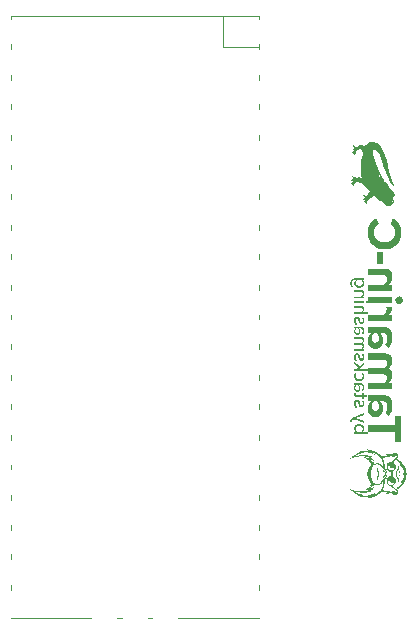
<source format=gbo>
G04 #@! TF.GenerationSoftware,KiCad,Pcbnew,8.0.2-8.0.2-0~ubuntu22.04.1*
G04 #@! TF.CreationDate,2024-05-30T19:53:11+02:00*
G04 #@! TF.ProjectId,tamarin-c,74616d61-7269-46e2-9d63-2e6b69636164,rev?*
G04 #@! TF.SameCoordinates,Original*
G04 #@! TF.FileFunction,Legend,Bot*
G04 #@! TF.FilePolarity,Positive*
%FSLAX46Y46*%
G04 Gerber Fmt 4.6, Leading zero omitted, Abs format (unit mm)*
G04 Created by KiCad (PCBNEW 8.0.2-8.0.2-0~ubuntu22.04.1) date 2024-05-30 19:53:11*
%MOMM*%
%LPD*%
G01*
G04 APERTURE LIST*
%ADD10C,0.057787*%
%ADD11C,0.000000*%
%ADD12C,0.120000*%
%ADD13C,0.150000*%
%ADD14C,0.650000*%
%ADD15O,1.000000X2.100000*%
%ADD16O,1.000000X1.600000*%
%ADD17R,1.700000X1.700000*%
%ADD18O,1.700000X1.700000*%
%ADD19R,3.500000X1.700000*%
%ADD20R,1.690000X2.850000*%
%ADD21R,1.750000X2.850000*%
%ADD22R,1.610000X2.850000*%
G04 APERTURE END LIST*
D10*
X147867403Y-90126147D02*
X147867400Y-90126151D01*
D11*
G36*
X147721974Y-64183060D02*
G01*
X147748303Y-64511989D01*
X147208878Y-64748813D01*
X147366761Y-63972564D01*
X147721974Y-64183060D01*
G37*
D10*
X147867417Y-88832440D02*
X147949049Y-88878092D01*
X147342955Y-88619536D02*
X147360081Y-88613098D01*
D11*
G36*
X146143169Y-62012217D02*
G01*
X146051086Y-62012217D01*
X145893203Y-61828007D01*
X146024779Y-61749063D01*
X146143169Y-62012217D01*
G37*
G36*
X148340341Y-64933002D02*
G01*
X148261399Y-65090886D01*
X148195622Y-64985637D01*
X148195622Y-64840898D01*
X148274564Y-64709343D01*
X148340341Y-64933002D01*
G37*
D10*
X147867392Y-90126161D02*
X147867367Y-90126186D01*
D11*
G36*
X146406322Y-63051595D02*
G01*
X146156333Y-64143588D01*
X146156334Y-63617328D01*
X146182641Y-62972654D01*
X146406322Y-63051595D01*
G37*
G36*
X147208877Y-62393758D02*
G01*
X146958888Y-62998961D01*
X146537875Y-62683196D01*
X146879948Y-62354290D01*
X147208877Y-62393758D01*
G37*
G36*
X146958889Y-62998961D02*
G01*
X147011524Y-63656798D01*
X146537876Y-63091066D01*
X146537876Y-62683196D01*
X146958889Y-62998961D01*
G37*
D10*
X147850809Y-90159978D02*
X147845909Y-90168773D01*
X148226519Y-89479275D02*
X148304155Y-89687802D01*
X147781012Y-88700168D02*
X147789543Y-88709723D01*
X147524086Y-90368344D02*
X147502561Y-90368316D01*
D11*
G36*
X148195622Y-64985637D02*
G01*
X148261399Y-65090886D01*
X148208787Y-65130356D01*
X148116681Y-65090886D01*
X148103539Y-64946167D01*
X148195622Y-64985637D01*
G37*
D10*
X147825425Y-88756741D02*
X147836651Y-88774158D01*
X148304155Y-89687802D02*
X148136332Y-89920750D01*
X147696214Y-88631244D02*
X147708439Y-88638611D01*
X147867416Y-90126117D02*
X147867415Y-90126120D01*
X147176639Y-90281727D02*
X147124176Y-90266862D01*
D11*
G36*
X148327199Y-63867294D02*
G01*
X148379812Y-64209388D01*
X148248257Y-63880457D01*
X148300892Y-63538386D01*
X148327199Y-63867294D01*
G37*
G36*
X148774518Y-66248679D02*
G01*
X148695577Y-66301291D01*
X148656106Y-66248679D01*
X148695577Y-66169735D01*
X148774518Y-66248679D01*
G37*
G36*
X148129845Y-62301655D02*
G01*
X147985127Y-62670054D01*
X147774609Y-62472702D01*
X147774609Y-62196406D01*
X148129845Y-62301655D01*
G37*
D10*
X147867394Y-90126158D02*
X147867392Y-90126161D01*
D11*
G36*
X146445792Y-62393758D02*
G01*
X146301052Y-62512170D01*
X146314216Y-62288489D01*
X146445792Y-62393758D01*
G37*
G36*
X146024779Y-61749063D02*
G01*
X145893203Y-61828007D01*
X145787955Y-61814865D01*
X146077392Y-61656981D01*
X146024779Y-61749063D01*
G37*
D10*
X147342956Y-90339016D02*
X147327149Y-90331798D01*
D11*
G36*
X147721974Y-64775120D02*
G01*
X147866714Y-64880368D01*
X148143009Y-65538205D01*
X147656197Y-64946167D01*
X147603584Y-64735649D01*
X147721974Y-64775120D01*
G37*
G36*
X147208878Y-64748813D02*
G01*
X147077301Y-64959310D01*
X147103608Y-64630401D01*
X147366761Y-63972564D01*
X147208878Y-64748813D01*
G37*
G36*
X148735048Y-66630222D02*
G01*
X148735048Y-66643364D01*
X148721906Y-66774939D01*
X148629800Y-66801245D01*
X148656107Y-66695999D01*
X148629800Y-66577585D01*
X148695577Y-66301291D01*
X148735048Y-66630222D01*
G37*
D10*
X147566306Y-88592648D02*
X147586653Y-88595112D01*
D11*
G36*
X146419387Y-75015516D02*
G01*
X145597538Y-75015516D01*
X145597538Y-74862393D01*
X146419387Y-74862393D01*
X146419387Y-75015516D01*
G37*
D10*
X147229937Y-88660999D02*
X147269693Y-88648428D01*
D11*
G36*
X149011342Y-65827666D02*
G01*
X148879788Y-65998690D01*
X148985036Y-65656617D01*
X149011342Y-65827666D01*
G37*
D10*
X147772025Y-88690692D02*
X147781012Y-88700168D01*
D11*
G36*
X145630072Y-62472702D02*
G01*
X145472189Y-62499007D01*
X145577438Y-62433230D01*
X145630072Y-62472702D01*
G37*
D10*
X147720196Y-88646445D02*
X147731488Y-88654692D01*
D11*
G36*
X148879788Y-65998688D02*
G01*
X148774518Y-66248679D01*
X148695577Y-66169735D01*
X148735048Y-65867136D01*
X148840295Y-65814499D01*
X148879788Y-65998688D01*
G37*
G36*
X148577165Y-63933094D02*
G01*
X148590329Y-64222530D01*
X148379812Y-64209388D01*
X148327199Y-63867294D01*
X148577165Y-63933094D01*
G37*
G36*
X147432538Y-65117192D02*
G01*
X147182549Y-65327710D01*
X147208878Y-64748813D01*
X147432538Y-65117192D01*
G37*
G36*
X146171472Y-81821880D02*
G01*
X146189953Y-81823185D01*
X146207685Y-81825332D01*
X146224678Y-81828299D01*
X146240943Y-81832062D01*
X146256487Y-81836599D01*
X146271322Y-81841887D01*
X146285457Y-81847903D01*
X146298901Y-81854625D01*
X146311665Y-81862029D01*
X146323757Y-81870093D01*
X146335188Y-81878795D01*
X146345967Y-81888110D01*
X146356104Y-81898018D01*
X146365608Y-81908494D01*
X146374489Y-81919516D01*
X146382758Y-81931061D01*
X146390423Y-81943107D01*
X146397494Y-81955630D01*
X146403981Y-81968608D01*
X146409893Y-81982018D01*
X146415241Y-81995838D01*
X146420033Y-82010044D01*
X146424280Y-82024614D01*
X146427991Y-82039525D01*
X146431176Y-82054753D01*
X146436006Y-82086075D01*
X146438847Y-82118395D01*
X146439777Y-82151533D01*
X146439258Y-82176181D01*
X146437700Y-82200351D01*
X146435100Y-82224043D01*
X146431455Y-82247256D01*
X146426764Y-82269991D01*
X146421023Y-82292248D01*
X146414230Y-82314026D01*
X146406383Y-82335326D01*
X146397479Y-82356146D01*
X146387516Y-82376488D01*
X146376491Y-82396351D01*
X146364402Y-82415734D01*
X146351246Y-82434639D01*
X146337021Y-82453064D01*
X146321725Y-82471009D01*
X146305354Y-82488475D01*
X146199864Y-82422070D01*
X146213145Y-82408282D01*
X146225551Y-82394321D01*
X146237084Y-82380179D01*
X146247746Y-82365845D01*
X146257541Y-82351310D01*
X146266470Y-82336565D01*
X146274536Y-82321599D01*
X146281743Y-82306403D01*
X146288091Y-82290967D01*
X146293585Y-82275281D01*
X146298227Y-82259337D01*
X146302019Y-82243123D01*
X146304963Y-82226631D01*
X146307063Y-82209851D01*
X146308322Y-82192772D01*
X146308740Y-82175386D01*
X146308028Y-82153782D01*
X146305909Y-82133048D01*
X146302415Y-82113258D01*
X146297575Y-82094483D01*
X146291419Y-82076796D01*
X146287857Y-82068382D01*
X146283977Y-82060268D01*
X146279783Y-82052461D01*
X146275278Y-82044972D01*
X146270467Y-82037808D01*
X146265353Y-82030980D01*
X146259940Y-82024495D01*
X146254232Y-82018363D01*
X146248232Y-82012594D01*
X146241944Y-82007195D01*
X146235372Y-82002177D01*
X146228519Y-81997547D01*
X146221389Y-81993316D01*
X146213987Y-81989492D01*
X146206315Y-81986084D01*
X146198378Y-81983101D01*
X146190179Y-81980552D01*
X146181722Y-81978447D01*
X146173010Y-81976793D01*
X146164048Y-81975601D01*
X146154839Y-81974879D01*
X146145387Y-81974637D01*
X146009272Y-81974637D01*
X146022554Y-81986813D01*
X146034963Y-81999721D01*
X146046500Y-82013338D01*
X146057167Y-82027637D01*
X146066967Y-82042595D01*
X146075903Y-82058186D01*
X146083976Y-82074386D01*
X146091190Y-82091170D01*
X146097546Y-82108513D01*
X146103047Y-82126390D01*
X146107695Y-82144776D01*
X146111492Y-82163648D01*
X146114442Y-82182979D01*
X146116546Y-82202745D01*
X146117807Y-82222921D01*
X146118226Y-82243482D01*
X146117263Y-82269403D01*
X146114350Y-82295331D01*
X146109452Y-82321036D01*
X146102534Y-82346285D01*
X146093563Y-82370846D01*
X146088296Y-82382796D01*
X146082503Y-82394488D01*
X146076179Y-82405891D01*
X146069319Y-82416978D01*
X146061920Y-82427719D01*
X146053977Y-82438086D01*
X146045486Y-82448048D01*
X146036442Y-82457578D01*
X146026842Y-82466646D01*
X146016680Y-82475224D01*
X146005952Y-82483282D01*
X145994655Y-82490791D01*
X145982783Y-82497723D01*
X145970333Y-82504048D01*
X145957300Y-82509737D01*
X145943679Y-82514762D01*
X145929467Y-82519093D01*
X145914659Y-82522702D01*
X145899250Y-82525559D01*
X145883237Y-82527636D01*
X145866615Y-82528903D01*
X145849380Y-82529332D01*
X145847686Y-82529288D01*
X145832731Y-82528898D01*
X145816600Y-82527617D01*
X145800990Y-82525519D01*
X145785900Y-82522632D01*
X145771331Y-82518988D01*
X145757283Y-82514617D01*
X145743758Y-82509547D01*
X145730755Y-82503809D01*
X145718276Y-82497434D01*
X145706321Y-82490450D01*
X145694891Y-82482888D01*
X145683986Y-82474777D01*
X145673607Y-82466149D01*
X145663754Y-82457031D01*
X145654428Y-82447455D01*
X145645631Y-82437451D01*
X145637361Y-82427047D01*
X145629621Y-82416275D01*
X145622410Y-82405164D01*
X145615730Y-82393743D01*
X145609580Y-82382044D01*
X145603962Y-82370095D01*
X145598876Y-82357928D01*
X145594323Y-82345570D01*
X145590303Y-82333053D01*
X145586817Y-82320407D01*
X145581450Y-82294845D01*
X145578226Y-82269124D01*
X145577150Y-82243482D01*
X145577607Y-82222939D01*
X145578969Y-82202814D01*
X145580942Y-82185620D01*
X145684332Y-82185620D01*
X145684525Y-82195890D01*
X145685101Y-82205962D01*
X145686052Y-82215828D01*
X145687372Y-82225479D01*
X145689054Y-82234907D01*
X145691093Y-82244104D01*
X145693481Y-82253061D01*
X145696212Y-82261770D01*
X145699279Y-82270223D01*
X145702676Y-82278410D01*
X145706397Y-82286323D01*
X145710435Y-82293955D01*
X145714783Y-82301297D01*
X145719435Y-82308339D01*
X145724384Y-82315075D01*
X145729624Y-82321495D01*
X145735148Y-82327592D01*
X145740950Y-82333355D01*
X145747023Y-82338778D01*
X145753361Y-82343852D01*
X145759957Y-82348569D01*
X145766804Y-82352919D01*
X145773897Y-82356895D01*
X145781228Y-82360488D01*
X145788792Y-82363690D01*
X145796581Y-82366493D01*
X145804589Y-82368887D01*
X145812809Y-82370865D01*
X145821236Y-82372417D01*
X145829862Y-82373537D01*
X145838681Y-82374215D01*
X145847686Y-82374443D01*
X145856684Y-82374215D01*
X145865496Y-82373537D01*
X145874116Y-82372417D01*
X145882537Y-82370865D01*
X145890752Y-82368887D01*
X145898755Y-82366493D01*
X145906539Y-82363690D01*
X145914099Y-82360488D01*
X145921426Y-82356895D01*
X145928515Y-82352919D01*
X145935360Y-82348569D01*
X145941953Y-82343852D01*
X145948288Y-82338778D01*
X145954358Y-82333355D01*
X145960158Y-82327592D01*
X145965680Y-82321495D01*
X145970919Y-82315075D01*
X145975866Y-82308339D01*
X145980517Y-82301297D01*
X145984864Y-82293955D01*
X145988900Y-82286323D01*
X145992620Y-82278410D01*
X145996017Y-82270223D01*
X145999084Y-82261770D01*
X146001815Y-82253061D01*
X146004202Y-82244104D01*
X146006241Y-82234907D01*
X146007923Y-82225479D01*
X146009243Y-82215828D01*
X146010194Y-82205962D01*
X146010769Y-82195890D01*
X146010962Y-82185620D01*
X146010585Y-82169731D01*
X146009454Y-82154005D01*
X146007576Y-82138484D01*
X146004956Y-82123211D01*
X146001598Y-82108228D01*
X145997507Y-82093578D01*
X145992689Y-82079301D01*
X145987148Y-82065442D01*
X145980889Y-82052041D01*
X145973918Y-82039141D01*
X145966239Y-82026785D01*
X145957856Y-82015015D01*
X145948776Y-82003873D01*
X145939003Y-81993401D01*
X145928541Y-81983641D01*
X145917397Y-81974637D01*
X145777897Y-81974637D01*
X145772240Y-81979042D01*
X145766753Y-81983641D01*
X145756292Y-81993401D01*
X145746519Y-82003873D01*
X145737438Y-82015015D01*
X145729056Y-82026785D01*
X145721377Y-82039141D01*
X145714405Y-82052041D01*
X145708146Y-82065442D01*
X145702605Y-82079301D01*
X145697787Y-82093578D01*
X145693696Y-82108228D01*
X145690338Y-82123211D01*
X145687718Y-82138484D01*
X145685840Y-82154005D01*
X145684710Y-82169731D01*
X145684332Y-82185620D01*
X145580942Y-82185620D01*
X145581228Y-82183124D01*
X145584374Y-82163886D01*
X145588397Y-82145117D01*
X145593287Y-82126836D01*
X145599034Y-82109060D01*
X145605629Y-82091805D01*
X145613061Y-82075090D01*
X145621322Y-82058931D01*
X145630400Y-82043345D01*
X145640286Y-82028352D01*
X145650971Y-82013967D01*
X145662445Y-82000207D01*
X145674698Y-81987092D01*
X145687719Y-81974637D01*
X145597538Y-81974637D01*
X145597538Y-81821440D01*
X146152234Y-81821440D01*
X146171472Y-81821880D01*
G37*
G36*
X146853641Y-61854333D02*
G01*
X146656288Y-61801698D01*
X146524734Y-61762230D01*
X146458934Y-61683286D01*
X146590511Y-61643818D01*
X146853641Y-61854333D01*
G37*
D10*
X147661842Y-90344048D02*
X147652331Y-90347694D01*
X147846111Y-88790115D02*
X147853819Y-88804167D01*
D11*
G36*
X146564205Y-63538386D02*
G01*
X146419464Y-63972564D01*
X146156333Y-64143588D01*
X146406322Y-63051595D01*
X146564205Y-63538386D01*
G37*
G36*
X146419387Y-73082657D02*
G01*
X146300276Y-73082657D01*
X146316425Y-73095448D01*
X146331676Y-73108929D01*
X146346009Y-73123068D01*
X146359404Y-73137837D01*
X146371841Y-73153205D01*
X146383301Y-73169142D01*
X146393764Y-73185618D01*
X146403210Y-73202603D01*
X146411618Y-73220067D01*
X146418970Y-73237980D01*
X146425246Y-73256311D01*
X146430424Y-73275031D01*
X146434487Y-73294109D01*
X146437413Y-73313516D01*
X146439184Y-73333221D01*
X146439778Y-73353194D01*
X146439311Y-73372955D01*
X146437917Y-73392350D01*
X146435607Y-73411361D01*
X146432389Y-73429973D01*
X146428276Y-73448166D01*
X146423277Y-73465925D01*
X146417403Y-73483233D01*
X146410663Y-73500071D01*
X146403068Y-73516424D01*
X146394629Y-73532273D01*
X146385355Y-73547603D01*
X146375258Y-73562394D01*
X146364346Y-73576631D01*
X146352631Y-73590297D01*
X146340123Y-73603374D01*
X146326833Y-73615844D01*
X146312769Y-73627692D01*
X146297944Y-73638900D01*
X146282366Y-73649450D01*
X146266047Y-73659325D01*
X146248997Y-73668509D01*
X146231225Y-73676985D01*
X146212743Y-73684734D01*
X146193560Y-73691741D01*
X146173688Y-73697987D01*
X146153135Y-73703456D01*
X146131913Y-73708131D01*
X146110032Y-73711994D01*
X146087501Y-73715029D01*
X146064332Y-73717217D01*
X146040535Y-73718543D01*
X146016120Y-73718989D01*
X145991246Y-73718543D01*
X145967038Y-73717217D01*
X145943505Y-73715029D01*
X145920654Y-73711994D01*
X145898494Y-73708131D01*
X145877033Y-73703456D01*
X145856278Y-73697987D01*
X145836239Y-73691741D01*
X145816922Y-73684734D01*
X145798336Y-73676985D01*
X145780490Y-73668509D01*
X145763390Y-73659325D01*
X145747046Y-73649450D01*
X145731466Y-73638900D01*
X145716656Y-73627692D01*
X145702627Y-73615844D01*
X145689384Y-73603374D01*
X145676938Y-73590297D01*
X145665296Y-73576631D01*
X145654465Y-73562394D01*
X145644454Y-73547603D01*
X145635272Y-73532273D01*
X145626925Y-73516424D01*
X145619423Y-73500071D01*
X145612773Y-73483233D01*
X145606984Y-73465925D01*
X145602063Y-73448166D01*
X145598018Y-73429973D01*
X145594859Y-73411361D01*
X145592592Y-73392350D01*
X145591226Y-73372955D01*
X145590768Y-73353194D01*
X145591456Y-73332613D01*
X145593484Y-73312383D01*
X145593773Y-73310649D01*
X145726883Y-73310649D01*
X145727230Y-73324833D01*
X145728261Y-73338672D01*
X145729966Y-73352157D01*
X145732330Y-73365283D01*
X145735342Y-73378043D01*
X145738990Y-73390429D01*
X145743260Y-73402436D01*
X145748141Y-73414055D01*
X145753620Y-73425280D01*
X145759685Y-73436105D01*
X145766323Y-73446522D01*
X145773522Y-73456525D01*
X145781268Y-73466107D01*
X145789551Y-73475261D01*
X145798358Y-73483979D01*
X145807675Y-73492256D01*
X145817491Y-73500085D01*
X145827794Y-73507458D01*
X145838570Y-73514368D01*
X145849807Y-73520810D01*
X145861493Y-73526776D01*
X145873616Y-73532258D01*
X145886163Y-73537252D01*
X145899122Y-73541748D01*
X145912480Y-73545741D01*
X145926224Y-73549224D01*
X145940344Y-73552190D01*
X145954825Y-73554632D01*
X145969655Y-73556544D01*
X145984823Y-73557917D01*
X146000315Y-73558746D01*
X146016120Y-73559024D01*
X146047105Y-73557917D01*
X146076833Y-73554632D01*
X146091193Y-73552190D01*
X146105200Y-73549224D01*
X146118842Y-73545741D01*
X146132105Y-73541748D01*
X146144977Y-73537252D01*
X146157445Y-73532258D01*
X146169496Y-73526776D01*
X146181118Y-73520810D01*
X146192297Y-73514368D01*
X146203021Y-73507458D01*
X146213277Y-73500085D01*
X146223053Y-73492256D01*
X146232335Y-73483979D01*
X146241110Y-73475261D01*
X146249367Y-73466107D01*
X146257092Y-73456525D01*
X146264273Y-73446522D01*
X146270896Y-73436105D01*
X146276949Y-73425280D01*
X146282419Y-73414055D01*
X146287293Y-73402436D01*
X146291559Y-73390429D01*
X146295204Y-73378043D01*
X146298215Y-73365283D01*
X146300579Y-73352157D01*
X146302283Y-73338672D01*
X146303315Y-73324833D01*
X146303662Y-73310649D01*
X146303034Y-73293416D01*
X146301192Y-73276220D01*
X146298197Y-73259139D01*
X146294114Y-73242250D01*
X146289003Y-73225630D01*
X146282927Y-73209357D01*
X146275950Y-73193507D01*
X146268133Y-73178158D01*
X146259538Y-73163386D01*
X146250229Y-73149270D01*
X146240267Y-73135887D01*
X146229716Y-73123313D01*
X146218636Y-73111626D01*
X146207092Y-73100902D01*
X146195145Y-73091221D01*
X146182858Y-73082657D01*
X145849379Y-73082657D01*
X145843185Y-73086794D01*
X145837060Y-73091221D01*
X145825050Y-73100902D01*
X145813416Y-73111626D01*
X145802225Y-73123313D01*
X145791543Y-73135887D01*
X145781439Y-73149270D01*
X145771979Y-73163386D01*
X145763230Y-73178158D01*
X145755258Y-73193507D01*
X145748133Y-73209357D01*
X145741919Y-73225630D01*
X145736685Y-73242250D01*
X145734456Y-73250666D01*
X145732497Y-73259139D01*
X145730817Y-73267661D01*
X145729423Y-73276220D01*
X145728324Y-73284809D01*
X145727529Y-73293416D01*
X145727046Y-73302033D01*
X145726883Y-73310649D01*
X145593773Y-73310649D01*
X145596796Y-73292533D01*
X145601339Y-73273094D01*
X145607057Y-73254095D01*
X145613897Y-73235565D01*
X145621803Y-73217535D01*
X145630722Y-73200035D01*
X145640598Y-73183094D01*
X145651377Y-73166741D01*
X145663005Y-73151007D01*
X145675427Y-73135921D01*
X145688588Y-73121514D01*
X145702434Y-73107814D01*
X145716910Y-73094852D01*
X145731962Y-73082657D01*
X145624778Y-73082657D01*
X145608832Y-73083027D01*
X145593534Y-73084121D01*
X145578876Y-73085916D01*
X145564849Y-73088388D01*
X145551442Y-73091515D01*
X145538646Y-73095272D01*
X145526453Y-73099636D01*
X145514853Y-73104585D01*
X145503835Y-73110094D01*
X145493392Y-73116141D01*
X145483514Y-73122702D01*
X145474191Y-73129753D01*
X145465414Y-73137272D01*
X145457173Y-73145235D01*
X145449460Y-73153619D01*
X145442265Y-73162400D01*
X145435578Y-73171555D01*
X145429390Y-73181060D01*
X145423693Y-73190893D01*
X145418475Y-73201030D01*
X145413729Y-73211447D01*
X145409445Y-73222122D01*
X145405613Y-73233030D01*
X145402225Y-73244149D01*
X145396739Y-73266926D01*
X145392913Y-73290265D01*
X145390672Y-73313979D01*
X145389942Y-73337882D01*
X145390305Y-73358596D01*
X145391411Y-73378654D01*
X145393284Y-73398075D01*
X145395950Y-73416878D01*
X145399433Y-73435085D01*
X145403758Y-73452714D01*
X145408951Y-73469785D01*
X145415035Y-73486318D01*
X145422037Y-73502332D01*
X145429981Y-73517848D01*
X145438891Y-73532885D01*
X145448793Y-73547462D01*
X145459712Y-73561600D01*
X145471673Y-73575317D01*
X145484700Y-73588635D01*
X145498818Y-73601572D01*
X145386556Y-73674747D01*
X145369761Y-73656209D01*
X145354429Y-73637582D01*
X145340507Y-73618811D01*
X145327943Y-73599845D01*
X145316685Y-73580631D01*
X145306680Y-73561116D01*
X145297876Y-73541248D01*
X145290221Y-73520974D01*
X145283662Y-73500243D01*
X145278148Y-73479001D01*
X145273625Y-73457195D01*
X145270042Y-73434774D01*
X145267346Y-73411684D01*
X145265485Y-73387874D01*
X145264407Y-73363291D01*
X145264060Y-73337882D01*
X145265064Y-73299922D01*
X145268192Y-73262191D01*
X145273612Y-73224996D01*
X145281493Y-73188642D01*
X145292007Y-73153435D01*
X145298303Y-73136358D01*
X145305322Y-73119683D01*
X145313082Y-73103448D01*
X145321607Y-73087692D01*
X145330917Y-73072452D01*
X145341033Y-73057767D01*
X145351977Y-73043675D01*
X145363769Y-73030215D01*
X145376432Y-73017425D01*
X145389985Y-73005343D01*
X145404451Y-72994008D01*
X145419851Y-72983457D01*
X145436205Y-72973730D01*
X145453535Y-72964864D01*
X145471862Y-72956897D01*
X145491208Y-72949868D01*
X145511593Y-72943816D01*
X145533039Y-72938778D01*
X145555568Y-72934793D01*
X145579199Y-72931900D01*
X145603954Y-72930135D01*
X145629856Y-72929539D01*
X146419387Y-72929539D01*
X146419387Y-73082657D01*
G37*
G36*
X147300961Y-65919748D02*
G01*
X147103608Y-65880276D01*
X147103608Y-65656617D01*
X147300961Y-65919748D01*
G37*
D10*
X147744767Y-90293220D02*
X147729941Y-90305046D01*
D11*
G36*
X148564023Y-66722303D02*
G01*
X148169316Y-66051325D01*
X148300892Y-65735559D01*
X148564023Y-66722303D01*
G37*
G36*
X148300892Y-63538386D02*
G01*
X148182480Y-63354197D01*
X148419282Y-63314727D01*
X148300892Y-63538386D01*
G37*
G36*
X146998360Y-66090793D02*
G01*
X146748394Y-66288147D01*
X146774700Y-65932911D01*
X146998360Y-66090793D01*
G37*
G36*
X146590511Y-62275346D02*
G01*
X146327380Y-62117466D01*
X146261581Y-61828007D01*
X146524734Y-61762230D01*
X146590511Y-62275346D01*
G37*
G36*
X148169316Y-66051325D02*
G01*
X148169316Y-66261819D01*
X147919328Y-65788194D01*
X148169316Y-66051325D01*
G37*
G36*
X146879948Y-62354290D02*
G01*
X146537875Y-62683196D01*
X146590511Y-62275346D01*
X146879948Y-62354290D01*
G37*
D10*
X147714240Y-90316185D02*
X147697660Y-90326494D01*
D11*
G36*
X145551131Y-65117192D02*
G01*
X145380084Y-65143499D01*
X145485331Y-65064557D01*
X145551131Y-65117192D01*
G37*
G36*
X147064159Y-64262000D02*
G01*
X147103608Y-64630401D01*
X146906277Y-64525132D01*
X146537877Y-64340942D01*
X146735230Y-64169918D01*
X147064159Y-64262000D01*
G37*
D10*
X147083975Y-90255857D02*
X147061124Y-90180054D01*
D11*
G36*
X146193797Y-75260764D02*
G01*
X146209316Y-75261541D01*
X146224335Y-75262836D01*
X146238854Y-75264649D01*
X146252873Y-75266979D01*
X146266389Y-75269826D01*
X146279404Y-75273189D01*
X146291917Y-75277069D01*
X146303926Y-75281465D01*
X146315431Y-75286377D01*
X146326432Y-75291803D01*
X146336927Y-75297745D01*
X146346917Y-75304202D01*
X146356400Y-75311173D01*
X146365377Y-75318659D01*
X146373845Y-75326658D01*
X146381805Y-75335170D01*
X146389257Y-75344196D01*
X146396198Y-75353735D01*
X146402630Y-75363786D01*
X146408550Y-75374350D01*
X146413959Y-75385425D01*
X146418856Y-75397013D01*
X146423240Y-75409111D01*
X146427111Y-75421721D01*
X146430468Y-75434841D01*
X146433310Y-75448472D01*
X146435636Y-75462613D01*
X146437447Y-75477263D01*
X146438741Y-75492423D01*
X146439518Y-75508093D01*
X146439777Y-75524271D01*
X146438977Y-75547685D01*
X146436649Y-75570683D01*
X146432900Y-75593203D01*
X146427836Y-75615185D01*
X146421567Y-75636571D01*
X146414198Y-75657299D01*
X146405837Y-75677309D01*
X146396592Y-75696542D01*
X146386570Y-75714937D01*
X146375877Y-75732434D01*
X146364622Y-75748974D01*
X146352912Y-75764495D01*
X146340853Y-75778939D01*
X146328554Y-75792244D01*
X146316121Y-75804352D01*
X146303662Y-75815201D01*
X146732398Y-75815201D01*
X146732398Y-75968321D01*
X145597538Y-75968321D01*
X145597538Y-75815201D01*
X146184551Y-75815201D01*
X146195982Y-75806416D01*
X146207254Y-75796686D01*
X146218287Y-75786059D01*
X146229001Y-75774585D01*
X146239317Y-75762314D01*
X146249154Y-75749296D01*
X146258433Y-75735579D01*
X146267074Y-75721214D01*
X146274998Y-75706251D01*
X146282124Y-75690738D01*
X146288372Y-75674726D01*
X146291143Y-75666548D01*
X146293664Y-75658263D01*
X146295926Y-75649879D01*
X146297918Y-75641401D01*
X146299632Y-75632835D01*
X146301056Y-75624187D01*
X146302181Y-75615464D01*
X146302997Y-75606673D01*
X146303494Y-75597818D01*
X146303662Y-75588906D01*
X146303170Y-75569554D01*
X146301640Y-75551091D01*
X146298994Y-75533565D01*
X146297227Y-75525169D01*
X146295151Y-75517027D01*
X146292756Y-75509144D01*
X146290032Y-75501526D01*
X146286968Y-75494181D01*
X146283556Y-75487113D01*
X146279785Y-75480329D01*
X146275645Y-75473836D01*
X146271126Y-75467640D01*
X146266218Y-75461746D01*
X146260912Y-75456161D01*
X146255197Y-75450892D01*
X146249063Y-75445944D01*
X146242500Y-75441324D01*
X146235499Y-75437038D01*
X146228049Y-75433092D01*
X146220141Y-75429492D01*
X146211764Y-75426244D01*
X146202909Y-75423356D01*
X146193565Y-75420832D01*
X146183723Y-75418680D01*
X146173373Y-75416905D01*
X146162504Y-75415514D01*
X146151107Y-75414512D01*
X146139172Y-75413907D01*
X146126688Y-75413704D01*
X145597538Y-75413704D01*
X145597538Y-75260505D01*
X146177780Y-75260505D01*
X146193797Y-75260764D01*
G37*
D10*
X147949049Y-90080470D02*
X147867417Y-90126110D01*
X147858693Y-90144867D02*
X147855069Y-90151977D01*
X147671130Y-90340088D02*
X147661842Y-90344048D01*
D11*
G36*
X148564023Y-66117102D02*
G01*
X148656106Y-66248679D01*
X148695577Y-66301291D01*
X148629800Y-66577585D01*
X148471918Y-66182879D01*
X148300892Y-65735559D01*
X148564023Y-66117102D01*
G37*
G36*
X146458934Y-61683286D02*
G01*
X146524734Y-61762230D01*
X146261581Y-61828007D01*
X146222111Y-61643818D01*
X146458934Y-61683286D01*
G37*
G36*
X146221311Y-77914133D02*
G01*
X146235588Y-77915322D01*
X146249384Y-77916983D01*
X146262702Y-77919113D01*
X146275539Y-77921711D01*
X146287896Y-77924775D01*
X146299772Y-77928301D01*
X146311168Y-77932289D01*
X146322082Y-77936735D01*
X146332514Y-77941638D01*
X146342465Y-77946996D01*
X146351933Y-77952805D01*
X146360919Y-77959065D01*
X146369422Y-77965773D01*
X146377442Y-77972927D01*
X146384978Y-77980524D01*
X146392031Y-77988563D01*
X146398599Y-77997041D01*
X146404683Y-78005957D01*
X146410281Y-78015307D01*
X146415395Y-78025090D01*
X146420023Y-78035303D01*
X146424166Y-78045945D01*
X146427822Y-78057014D01*
X146430992Y-78068506D01*
X146433675Y-78080421D01*
X146435871Y-78092755D01*
X146437579Y-78105506D01*
X146438800Y-78118674D01*
X146439533Y-78132254D01*
X146439777Y-78146246D01*
X146438899Y-78168745D01*
X146436338Y-78190895D01*
X146432207Y-78212622D01*
X146426618Y-78233854D01*
X146419684Y-78254518D01*
X146411516Y-78274542D01*
X146402226Y-78293853D01*
X146391927Y-78312379D01*
X146380731Y-78330048D01*
X146368749Y-78346787D01*
X146356095Y-78362523D01*
X146342880Y-78377185D01*
X146329217Y-78390699D01*
X146315217Y-78402993D01*
X146300993Y-78413995D01*
X146286656Y-78423631D01*
X146294881Y-78426159D01*
X146302958Y-78428967D01*
X146310881Y-78432055D01*
X146318641Y-78435425D01*
X146326232Y-78439076D01*
X146333646Y-78443010D01*
X146340875Y-78447228D01*
X146347912Y-78451729D01*
X146354749Y-78456515D01*
X146361380Y-78461585D01*
X146367796Y-78466941D01*
X146373990Y-78472584D01*
X146379955Y-78478513D01*
X146385683Y-78484729D01*
X146391167Y-78491234D01*
X146396399Y-78498027D01*
X146401372Y-78505109D01*
X146406078Y-78512481D01*
X146410510Y-78520144D01*
X146414660Y-78528098D01*
X146418521Y-78536343D01*
X146422085Y-78544881D01*
X146425346Y-78553711D01*
X146428295Y-78562835D01*
X146430925Y-78572253D01*
X146433228Y-78581966D01*
X146435198Y-78591973D01*
X146436826Y-78602277D01*
X146438106Y-78612878D01*
X146439029Y-78623775D01*
X146439588Y-78634970D01*
X146439776Y-78646463D01*
X146439531Y-78657913D01*
X146438808Y-78669270D01*
X146436020Y-78691667D01*
X146431586Y-78713563D01*
X146425682Y-78734869D01*
X146418482Y-78755496D01*
X146410160Y-78775354D01*
X146400891Y-78794353D01*
X146390849Y-78812404D01*
X146380210Y-78829417D01*
X146369147Y-78845303D01*
X146357836Y-78859971D01*
X146346451Y-78873333D01*
X146335166Y-78885299D01*
X146324157Y-78895779D01*
X146313597Y-78904683D01*
X146303662Y-78911922D01*
X146419386Y-78911922D01*
X146419386Y-79065043D01*
X145597538Y-79065043D01*
X145597538Y-78911922D01*
X146184551Y-78911922D01*
X146195703Y-78903813D01*
X146206768Y-78894845D01*
X146217659Y-78885075D01*
X146228287Y-78874561D01*
X146238567Y-78863360D01*
X146248410Y-78851529D01*
X146257731Y-78839125D01*
X146266440Y-78826206D01*
X146274451Y-78812829D01*
X146281678Y-78799051D01*
X146288032Y-78784930D01*
X146290854Y-78777758D01*
X146293426Y-78770522D01*
X146295736Y-78763229D01*
X146297773Y-78755886D01*
X146299527Y-78748500D01*
X146300987Y-78741077D01*
X146302141Y-78733627D01*
X146302978Y-78726155D01*
X146303489Y-78718668D01*
X146303662Y-78711175D01*
X146303478Y-78701627D01*
X146302932Y-78692444D01*
X146302027Y-78683622D01*
X146300771Y-78675157D01*
X146299168Y-78667044D01*
X146297225Y-78659280D01*
X146294946Y-78651861D01*
X146292338Y-78644782D01*
X146289405Y-78638039D01*
X146286154Y-78631629D01*
X146282590Y-78625547D01*
X146278719Y-78619789D01*
X146274547Y-78614352D01*
X146270078Y-78609231D01*
X146265319Y-78604422D01*
X146260274Y-78599922D01*
X146254951Y-78595725D01*
X146249354Y-78591828D01*
X146243488Y-78588228D01*
X146237360Y-78584919D01*
X146230976Y-78581899D01*
X146224340Y-78579162D01*
X146217458Y-78576705D01*
X146210336Y-78574524D01*
X146202979Y-78572615D01*
X146195394Y-78570973D01*
X146187585Y-78569595D01*
X146179558Y-78568476D01*
X146162874Y-78567002D01*
X146145386Y-78566518D01*
X145597538Y-78566518D01*
X145597538Y-78413397D01*
X146186244Y-78413397D01*
X146197377Y-78405566D01*
X146208388Y-78396799D01*
X146219195Y-78387155D01*
X146229715Y-78376695D01*
X146239867Y-78365478D01*
X146249567Y-78353564D01*
X146258735Y-78341012D01*
X146267286Y-78327882D01*
X146275140Y-78314233D01*
X146282213Y-78300126D01*
X146285432Y-78292919D01*
X146288424Y-78285619D01*
X146291180Y-78278235D01*
X146293690Y-78270773D01*
X146295943Y-78263241D01*
X146297929Y-78255647D01*
X146299638Y-78247998D01*
X146301059Y-78240301D01*
X146302182Y-78232563D01*
X146302997Y-78224793D01*
X146303494Y-78216998D01*
X146303662Y-78209185D01*
X146303478Y-78199947D01*
X146302932Y-78191046D01*
X146302027Y-78182477D01*
X146300771Y-78174238D01*
X146299168Y-78166327D01*
X146297225Y-78158740D01*
X146294946Y-78151475D01*
X146292338Y-78144530D01*
X146289405Y-78137900D01*
X146286154Y-78131584D01*
X146282591Y-78125579D01*
X146278720Y-78119882D01*
X146274547Y-78114489D01*
X146270078Y-78109400D01*
X146265319Y-78104609D01*
X146260275Y-78100116D01*
X146254951Y-78095916D01*
X146249354Y-78092007D01*
X146243489Y-78088387D01*
X146237361Y-78085053D01*
X146230976Y-78082001D01*
X146224340Y-78079229D01*
X146217458Y-78076735D01*
X146210336Y-78074515D01*
X146202980Y-78072566D01*
X146195394Y-78070887D01*
X146187585Y-78069473D01*
X146179558Y-78068323D01*
X146162874Y-78066801D01*
X146145386Y-78066299D01*
X145597538Y-78066299D01*
X145597538Y-77913179D01*
X146191322Y-77913179D01*
X146221311Y-77914133D01*
G37*
G36*
X148866624Y-65525063D02*
G01*
X148853460Y-65696089D01*
X148761354Y-65603982D01*
X148735048Y-65472428D01*
X148866624Y-65525063D01*
G37*
D10*
X147480987Y-88591095D02*
X147502563Y-88590249D01*
X147378357Y-88607442D02*
X147397612Y-88602575D01*
D11*
G36*
X145840568Y-64406720D02*
G01*
X145709014Y-64788285D01*
X145682685Y-64577766D01*
X145643214Y-64380412D01*
X145840568Y-64406720D01*
G37*
G36*
X148879788Y-64867205D02*
G01*
X148761354Y-64933002D01*
X148642964Y-64748813D01*
X148879788Y-64867205D01*
G37*
D10*
X147867415Y-90126123D02*
X147867414Y-90126126D01*
D11*
G36*
X148779854Y-75034119D02*
G01*
X146782175Y-75034119D01*
X146782175Y-74508698D01*
X148779854Y-74508698D01*
X148779854Y-75034119D01*
G37*
G36*
X145432719Y-65051414D02*
G01*
X145274836Y-65051414D01*
X145380084Y-64998780D01*
X145432719Y-65051414D01*
G37*
G36*
X146577346Y-66564422D02*
G01*
X146445793Y-66590750D01*
X146524734Y-66524949D01*
X146577346Y-66564422D01*
G37*
G36*
X149540958Y-86780958D02*
G01*
X149023956Y-86780958D01*
X149023956Y-85974405D01*
X146782178Y-85974405D01*
X146782178Y-85382958D01*
X149023956Y-85382958D01*
X149023956Y-84580519D01*
X149540958Y-84580519D01*
X149540958Y-86780958D01*
G37*
G36*
X146616818Y-66485501D02*
G01*
X146577346Y-66564422D01*
X146445793Y-66590750D01*
X146524734Y-66524949D01*
X146537876Y-66459172D01*
X146603653Y-66274982D01*
X146616818Y-66485501D01*
G37*
G36*
X145327471Y-64696178D02*
G01*
X145195895Y-64643544D01*
X145314307Y-64617237D01*
X145327471Y-64696178D01*
G37*
D10*
X147758722Y-90280851D02*
X147744767Y-90293220D01*
D11*
G36*
X146853641Y-61854333D02*
G01*
X146590511Y-61643818D01*
X146669452Y-61525406D01*
X146853641Y-61854333D01*
G37*
G36*
X145932674Y-62038522D02*
G01*
X145774792Y-62183243D01*
X145893203Y-61828007D01*
X145932674Y-62038522D01*
G37*
G36*
X146659222Y-74842130D02*
G01*
X146664232Y-74842511D01*
X146669169Y-74843140D01*
X146674028Y-74844008D01*
X146678802Y-74845112D01*
X146683485Y-74846443D01*
X146688071Y-74847996D01*
X146692553Y-74849764D01*
X146696925Y-74851742D01*
X146701182Y-74853923D01*
X146705316Y-74856301D01*
X146709321Y-74858869D01*
X146713192Y-74861622D01*
X146716922Y-74864553D01*
X146720505Y-74867656D01*
X146723935Y-74870924D01*
X146727204Y-74874352D01*
X146730308Y-74877932D01*
X146733240Y-74881660D01*
X146735994Y-74885529D01*
X146738563Y-74889531D01*
X146740942Y-74893662D01*
X146743123Y-74897915D01*
X146745102Y-74902284D01*
X146746870Y-74906762D01*
X146748424Y-74911343D01*
X146749755Y-74916021D01*
X146750858Y-74920790D01*
X146751727Y-74925643D01*
X146752356Y-74930575D01*
X146752737Y-74935579D01*
X146752866Y-74940648D01*
X146752737Y-74945575D01*
X146752356Y-74950455D01*
X146751727Y-74955280D01*
X146750858Y-74960044D01*
X146749755Y-74964739D01*
X146748424Y-74969358D01*
X146746870Y-74973894D01*
X146745102Y-74978340D01*
X146743123Y-74982689D01*
X146740942Y-74986932D01*
X146738563Y-74991065D01*
X146735994Y-74995078D01*
X146733240Y-74998965D01*
X146730308Y-75002720D01*
X146727204Y-75006334D01*
X146723935Y-75009800D01*
X146720505Y-75013112D01*
X146716922Y-75016262D01*
X146713192Y-75019243D01*
X146709321Y-75022048D01*
X146705316Y-75024669D01*
X146701182Y-75027101D01*
X146696925Y-75029334D01*
X146692553Y-75031363D01*
X146688071Y-75033180D01*
X146683485Y-75034778D01*
X146678802Y-75036150D01*
X146674028Y-75037288D01*
X146669169Y-75038186D01*
X146664232Y-75038836D01*
X146659222Y-75039232D01*
X146654145Y-75039365D01*
X146649081Y-75039232D01*
X146644092Y-75038836D01*
X146639183Y-75038186D01*
X146634361Y-75037288D01*
X146629631Y-75036150D01*
X146624998Y-75034778D01*
X146620468Y-75033180D01*
X146616047Y-75031363D01*
X146611741Y-75029334D01*
X146607554Y-75027101D01*
X146603493Y-75024669D01*
X146599564Y-75022048D01*
X146595771Y-75019243D01*
X146592121Y-75016262D01*
X146588619Y-75013112D01*
X146585271Y-75009800D01*
X146582082Y-75006334D01*
X146579058Y-75002720D01*
X146576205Y-74998965D01*
X146573527Y-74995078D01*
X146571032Y-74991065D01*
X146568725Y-74986932D01*
X146566610Y-74982689D01*
X146564694Y-74978340D01*
X146562983Y-74973894D01*
X146561481Y-74969358D01*
X146560195Y-74964739D01*
X146559130Y-74960044D01*
X146558292Y-74955280D01*
X146557687Y-74950455D01*
X146557319Y-74945575D01*
X146557196Y-74940648D01*
X146557319Y-74935579D01*
X146557687Y-74930575D01*
X146558292Y-74925643D01*
X146559130Y-74920790D01*
X146560195Y-74916021D01*
X146561481Y-74911343D01*
X146562983Y-74906762D01*
X146564694Y-74902284D01*
X146566610Y-74897915D01*
X146568725Y-74893662D01*
X146571032Y-74889531D01*
X146573527Y-74885529D01*
X146576205Y-74881660D01*
X146579058Y-74877932D01*
X146582082Y-74874352D01*
X146585271Y-74870924D01*
X146588619Y-74867656D01*
X146592121Y-74864553D01*
X146595771Y-74861622D01*
X146599564Y-74858869D01*
X146603493Y-74856301D01*
X146607554Y-74853923D01*
X146611741Y-74851742D01*
X146616047Y-74849764D01*
X146620468Y-74847996D01*
X146624998Y-74846443D01*
X146629631Y-74845112D01*
X146634361Y-74844008D01*
X146639183Y-74843140D01*
X146644092Y-74842511D01*
X146649081Y-74842130D01*
X146654145Y-74842001D01*
X146659222Y-74842130D01*
G37*
D10*
X147459533Y-88592757D02*
X147480987Y-88591095D01*
X147360081Y-88613098D02*
X147378357Y-88607442D01*
X147656712Y-88612509D02*
X147670352Y-88618138D01*
D11*
G36*
X147985127Y-62670054D02*
G01*
X147945656Y-63012125D01*
X147774609Y-62472702D01*
X147985127Y-62670054D01*
G37*
D10*
X147095040Y-90258844D02*
X147083975Y-90255857D01*
X148304156Y-89270761D02*
X148226519Y-89479275D01*
D11*
G36*
X146787864Y-65104029D02*
G01*
X146603653Y-65261911D01*
X146353687Y-64906675D01*
X146787864Y-65104029D01*
G37*
D10*
X147795413Y-90241921D02*
X147784041Y-90255058D01*
D11*
G36*
X145643215Y-64380412D02*
G01*
X145537967Y-64472519D01*
X145406413Y-64288330D01*
X145432719Y-64235695D01*
X145643215Y-64380412D01*
G37*
G36*
X148629800Y-66577584D02*
G01*
X148656106Y-66695999D01*
X148564023Y-66722303D01*
X148485081Y-66432868D01*
X148629800Y-66577584D01*
G37*
G36*
X146998360Y-66090795D02*
G01*
X146774700Y-65932913D01*
X146958889Y-65880276D01*
X146998360Y-66090795D01*
G37*
G36*
X148169316Y-66643361D02*
G01*
X147853551Y-66393394D01*
X148169316Y-66261819D01*
X148169316Y-66643361D01*
G37*
D10*
X147624968Y-90356006D02*
X147606261Y-90360155D01*
X147502561Y-90368316D02*
X147480986Y-90367468D01*
D11*
G36*
X148642964Y-65801336D02*
G01*
X148564023Y-66117102D01*
X148300892Y-65735559D01*
X148235093Y-65419793D01*
X148642964Y-65801336D01*
G37*
D10*
X147545394Y-88591020D02*
X147566306Y-88592648D01*
X147853819Y-88804167D02*
X147864036Y-88824779D01*
X147417673Y-88598502D02*
X147438371Y-88595227D01*
X147680195Y-90335830D02*
X147671130Y-90340088D01*
D11*
G36*
X146485263Y-66498645D02*
G01*
X146353687Y-66498645D01*
X146445793Y-66446031D01*
X146485263Y-66498645D01*
G37*
D10*
X147867416Y-90126115D02*
X147867416Y-90126117D01*
D11*
G36*
X146046743Y-80344560D02*
G01*
X146419387Y-79990691D01*
X146419387Y-80182976D01*
X146002500Y-80579395D01*
X146732398Y-80579395D01*
X146732398Y-80732516D01*
X145597538Y-80732516D01*
X145597538Y-80579395D01*
X145825526Y-80579395D01*
X145951408Y-80455206D01*
X145597538Y-80181206D01*
X145597538Y-79987305D01*
X146046743Y-80344560D01*
G37*
D10*
X147697660Y-90326494D02*
X147680195Y-90335830D01*
D11*
G36*
X148787682Y-64643544D02*
G01*
X148682435Y-64551459D01*
X148616635Y-64511989D01*
X148695577Y-64459354D01*
X148695577Y-64367249D01*
X148787682Y-64643544D01*
G37*
G36*
X148125386Y-77045543D02*
G01*
X148175882Y-77049132D01*
X148224153Y-77055030D01*
X148270237Y-77063167D01*
X148314173Y-77073472D01*
X148355999Y-77085876D01*
X148395754Y-77100310D01*
X148433478Y-77116704D01*
X148469207Y-77134988D01*
X148502982Y-77155093D01*
X148534840Y-77176949D01*
X148564821Y-77200486D01*
X148592962Y-77225635D01*
X148619303Y-77252326D01*
X148643883Y-77280490D01*
X148666739Y-77310057D01*
X148687910Y-77340957D01*
X148707436Y-77373120D01*
X148725354Y-77406478D01*
X148741704Y-77440960D01*
X148756524Y-77476497D01*
X148769853Y-77513018D01*
X148781728Y-77550456D01*
X148792190Y-77588739D01*
X148809025Y-77667565D01*
X148820668Y-77748938D01*
X148827427Y-77832303D01*
X148829611Y-77917101D01*
X148828443Y-77976006D01*
X148824923Y-78034812D01*
X148819027Y-78093415D01*
X148810731Y-78151712D01*
X148800011Y-78209599D01*
X148786842Y-78266972D01*
X148771200Y-78323729D01*
X148753062Y-78379765D01*
X148732403Y-78434977D01*
X148709199Y-78489261D01*
X148683426Y-78542513D01*
X148655060Y-78594631D01*
X148624077Y-78645510D01*
X148590453Y-78695048D01*
X148554162Y-78743140D01*
X148515183Y-78789682D01*
X148163533Y-78591224D01*
X148192105Y-78559079D01*
X148218833Y-78526278D01*
X148243715Y-78492837D01*
X148266752Y-78458774D01*
X148287945Y-78424107D01*
X148307293Y-78388854D01*
X148324797Y-78353032D01*
X148340458Y-78316661D01*
X148354275Y-78279756D01*
X148366249Y-78242337D01*
X148376380Y-78204421D01*
X148384668Y-78166025D01*
X148391114Y-78127168D01*
X148395718Y-78087868D01*
X148398481Y-78048142D01*
X148399401Y-78008008D01*
X148397865Y-77959467D01*
X148393315Y-77913178D01*
X148385845Y-77869263D01*
X148375544Y-77827842D01*
X148362504Y-77789037D01*
X148346817Y-77752970D01*
X148338009Y-77736001D01*
X148328573Y-77719762D01*
X148318521Y-77704268D01*
X148307864Y-77689534D01*
X148296614Y-77675575D01*
X148284782Y-77662408D01*
X148272379Y-77650046D01*
X148259416Y-77638504D01*
X148245906Y-77627799D01*
X148231859Y-77617945D01*
X148217288Y-77608958D01*
X148202202Y-77600852D01*
X148186615Y-77593643D01*
X148170536Y-77587346D01*
X148153978Y-77581977D01*
X148136952Y-77577549D01*
X148119470Y-77574079D01*
X148101542Y-77571582D01*
X148083180Y-77570072D01*
X148064396Y-77569565D01*
X147787191Y-77569565D01*
X147802077Y-77582281D01*
X147816503Y-77595588D01*
X147843972Y-77623922D01*
X147869590Y-77654458D01*
X147893352Y-77687087D01*
X147915251Y-77721702D01*
X147935281Y-77758192D01*
X147953433Y-77796450D01*
X147969703Y-77836367D01*
X147984084Y-77877833D01*
X147996568Y-77920740D01*
X148007150Y-77964979D01*
X148015823Y-78010442D01*
X148022580Y-78057019D01*
X148027414Y-78104602D01*
X148030320Y-78153082D01*
X148031290Y-78202351D01*
X148029270Y-78262649D01*
X148023087Y-78323666D01*
X148012552Y-78384766D01*
X147997478Y-78445312D01*
X147977676Y-78504670D01*
X147952960Y-78562202D01*
X147938701Y-78590085D01*
X147923142Y-78617273D01*
X147906261Y-78643687D01*
X147888034Y-78669247D01*
X147868437Y-78693874D01*
X147847447Y-78717488D01*
X147825041Y-78740010D01*
X147801196Y-78761361D01*
X147775887Y-78781460D01*
X147749091Y-78800228D01*
X147720785Y-78817586D01*
X147690945Y-78833455D01*
X147659549Y-78847754D01*
X147626571Y-78860405D01*
X147591990Y-78871327D01*
X147555781Y-78880442D01*
X147517921Y-78887670D01*
X147478387Y-78892931D01*
X147437155Y-78896146D01*
X147394201Y-78897235D01*
X147381856Y-78896908D01*
X147353003Y-78896146D01*
X147313160Y-78892931D01*
X147274667Y-78887670D01*
X147237522Y-78880442D01*
X147201721Y-78871327D01*
X147167263Y-78860404D01*
X147134143Y-78847754D01*
X147102359Y-78833454D01*
X147071908Y-78817586D01*
X147042786Y-78800228D01*
X147014991Y-78781459D01*
X146988520Y-78761360D01*
X146963369Y-78740010D01*
X146939536Y-78717488D01*
X146917018Y-78693873D01*
X146895811Y-78669247D01*
X146875913Y-78643686D01*
X146857320Y-78617272D01*
X146840031Y-78590084D01*
X146824040Y-78562201D01*
X146809346Y-78533703D01*
X146795946Y-78504669D01*
X146783836Y-78475179D01*
X146773014Y-78445312D01*
X146755220Y-78384765D01*
X146742540Y-78323666D01*
X146734950Y-78262649D01*
X146732425Y-78202351D01*
X146733533Y-78153805D01*
X146736831Y-78105952D01*
X146742274Y-78058900D01*
X146749820Y-78012756D01*
X146754336Y-77991543D01*
X147088190Y-77991543D01*
X147089443Y-78029831D01*
X147093175Y-78067057D01*
X147099342Y-78103026D01*
X147107903Y-78137544D01*
X147118815Y-78170418D01*
X147132035Y-78201451D01*
X147147521Y-78230452D01*
X147156100Y-78244128D01*
X147165231Y-78257224D01*
X147174906Y-78269714D01*
X147185121Y-78281574D01*
X147195871Y-78292780D01*
X147207150Y-78303308D01*
X147218954Y-78313133D01*
X147231276Y-78322231D01*
X147244111Y-78330578D01*
X147257454Y-78338149D01*
X147271301Y-78344921D01*
X147285644Y-78350868D01*
X147300480Y-78355967D01*
X147315803Y-78360194D01*
X147331607Y-78363523D01*
X147347888Y-78365931D01*
X147364639Y-78367394D01*
X147381856Y-78367887D01*
X147399821Y-78367394D01*
X147417273Y-78365931D01*
X147434210Y-78363523D01*
X147450626Y-78360194D01*
X147466519Y-78355967D01*
X147481884Y-78350868D01*
X147496718Y-78344921D01*
X147511016Y-78338149D01*
X147524776Y-78330578D01*
X147537993Y-78322231D01*
X147550663Y-78313133D01*
X147562783Y-78303308D01*
X147574349Y-78292780D01*
X147585357Y-78281574D01*
X147595803Y-78269714D01*
X147605683Y-78257224D01*
X147614994Y-78244128D01*
X147623732Y-78230452D01*
X147631893Y-78216218D01*
X147639474Y-78201451D01*
X147646469Y-78186177D01*
X147652877Y-78170418D01*
X147658692Y-78154199D01*
X147663911Y-78137544D01*
X147668530Y-78120479D01*
X147672546Y-78103026D01*
X147675955Y-78085211D01*
X147678752Y-78067057D01*
X147680934Y-78048589D01*
X147682497Y-78029831D01*
X147683438Y-78010808D01*
X147683753Y-77991543D01*
X147683075Y-77959800D01*
X147681043Y-77928263D01*
X147677654Y-77897040D01*
X147672910Y-77866242D01*
X147666808Y-77835978D01*
X147659350Y-77806357D01*
X147650533Y-77777488D01*
X147640357Y-77749480D01*
X147628823Y-77722444D01*
X147615929Y-77696488D01*
X147601675Y-77671722D01*
X147586061Y-77648255D01*
X147569085Y-77626196D01*
X147550747Y-77605655D01*
X147531047Y-77586741D01*
X147509984Y-77569564D01*
X147261958Y-77569564D01*
X147251273Y-77577929D01*
X147240926Y-77586741D01*
X147230918Y-77595988D01*
X147221249Y-77605655D01*
X147211919Y-77615729D01*
X147202927Y-77626196D01*
X147185961Y-77648255D01*
X147170350Y-77671722D01*
X147156095Y-77696488D01*
X147143197Y-77722444D01*
X147131655Y-77749480D01*
X147121470Y-77777488D01*
X147112642Y-77806357D01*
X147105172Y-77835978D01*
X147099059Y-77866242D01*
X147094304Y-77897040D01*
X147090907Y-77928263D01*
X147088869Y-77959800D01*
X147088190Y-77991543D01*
X146754336Y-77991543D01*
X146759427Y-77967631D01*
X146771052Y-77923633D01*
X146784652Y-77880871D01*
X146800183Y-77839453D01*
X146817605Y-77799488D01*
X146836873Y-77761086D01*
X146857945Y-77724354D01*
X146880778Y-77689402D01*
X146905330Y-77656338D01*
X146931557Y-77625272D01*
X146959417Y-77596311D01*
X146988868Y-77569565D01*
X146782178Y-77569564D01*
X146782178Y-77044331D01*
X148072626Y-77044331D01*
X148125386Y-77045543D01*
G37*
G36*
X147103608Y-64630401D02*
G01*
X147077301Y-64959310D01*
X147077301Y-64972474D01*
X147050995Y-64985637D01*
X146787865Y-65104029D01*
X146629982Y-64840898D01*
X146906277Y-64525132D01*
X147103608Y-64630401D01*
G37*
G36*
X148629800Y-66801245D02*
G01*
X148392976Y-66761775D01*
X148564023Y-66722303D01*
X148656106Y-66695999D01*
X148629800Y-66801245D01*
G37*
G36*
X147695668Y-61920110D02*
G01*
X147406231Y-62038522D01*
X147261512Y-61735921D01*
X147695668Y-61920110D01*
G37*
G36*
X146353687Y-64906675D02*
G01*
X145893203Y-64735649D01*
X146051085Y-64656708D01*
X146143169Y-64604074D01*
X146353687Y-64906675D01*
G37*
G36*
X146603653Y-66274982D02*
G01*
X146485263Y-66327619D01*
X146511569Y-66222349D01*
X146577346Y-66169735D01*
X146669452Y-66103936D01*
X146603653Y-66274982D01*
G37*
G36*
X147537785Y-65656617D02*
G01*
X147919328Y-65788194D01*
X148169316Y-66261819D01*
X147511479Y-65867136D01*
X147419373Y-65643454D01*
X147537785Y-65656617D01*
G37*
D10*
X147836651Y-88774158D02*
X147846111Y-88790115D01*
X147397614Y-90355983D02*
X147378360Y-90351114D01*
X147438371Y-88595227D02*
X147459533Y-88592757D01*
D11*
G36*
X149267719Y-88669383D02*
G01*
X149274289Y-88677779D01*
X149282706Y-88689276D01*
X149292519Y-88703724D01*
X149303279Y-88720974D01*
X149314534Y-88740879D01*
X149320207Y-88751780D01*
X149325834Y-88763288D01*
X149331360Y-88775386D01*
X149336729Y-88788054D01*
X149341883Y-88801274D01*
X149346768Y-88815028D01*
X149351325Y-88829295D01*
X149355500Y-88844059D01*
X149359236Y-88859301D01*
X149362476Y-88875001D01*
X149365164Y-88891142D01*
X149367244Y-88907704D01*
X149368659Y-88924669D01*
X149369354Y-88942018D01*
X149369272Y-88959734D01*
X149368356Y-88977796D01*
X149366551Y-88996188D01*
X149363799Y-89014889D01*
X149360303Y-89033214D01*
X149356321Y-89050539D01*
X149351893Y-89066939D01*
X149347058Y-89082491D01*
X149341855Y-89097268D01*
X149336324Y-89111346D01*
X149330503Y-89124801D01*
X149324431Y-89137708D01*
X149311692Y-89162178D01*
X149298420Y-89185360D01*
X149271527Y-89230263D01*
X149258532Y-89253191D01*
X149246255Y-89277238D01*
X149240484Y-89289870D01*
X149235009Y-89303008D01*
X149229870Y-89316726D01*
X149225106Y-89331102D01*
X149220756Y-89346208D01*
X149216859Y-89362122D01*
X149213455Y-89378919D01*
X149210581Y-89396672D01*
X149208279Y-89415459D01*
X149206585Y-89435354D01*
X149205541Y-89456432D01*
X149205184Y-89478769D01*
X149205541Y-89501106D01*
X149206585Y-89522184D01*
X149208279Y-89542079D01*
X149210581Y-89560865D01*
X149213455Y-89578619D01*
X149216859Y-89595415D01*
X149220756Y-89611329D01*
X149225106Y-89626436D01*
X149229870Y-89640811D01*
X149235009Y-89654530D01*
X149246255Y-89680299D01*
X149258532Y-89704347D01*
X149271527Y-89727274D01*
X149298420Y-89772178D01*
X149311692Y-89795359D01*
X149324431Y-89819829D01*
X149336324Y-89846191D01*
X149341855Y-89860270D01*
X149347058Y-89875047D01*
X149351893Y-89890598D01*
X149356321Y-89906999D01*
X149360303Y-89924324D01*
X149363799Y-89942649D01*
X149366551Y-89961350D01*
X149368356Y-89979741D01*
X149369272Y-89997804D01*
X149369354Y-90015519D01*
X149368659Y-90032869D01*
X149367244Y-90049834D01*
X149362476Y-90082537D01*
X149355500Y-90113478D01*
X149346768Y-90142510D01*
X149336729Y-90169484D01*
X149325834Y-90194250D01*
X149314534Y-90216660D01*
X149303279Y-90236564D01*
X149292519Y-90253815D01*
X149282706Y-90268263D01*
X149267719Y-90288155D01*
X149261923Y-90295051D01*
X149273928Y-90269632D01*
X149284440Y-90245043D01*
X149293517Y-90221256D01*
X149301216Y-90198245D01*
X149307594Y-90175982D01*
X149312711Y-90154439D01*
X149316622Y-90133591D01*
X149319385Y-90113410D01*
X149321059Y-90093869D01*
X149321701Y-90074940D01*
X149321367Y-90056597D01*
X149320116Y-90038812D01*
X149318006Y-90021558D01*
X149315094Y-90004808D01*
X149307092Y-89972713D01*
X149296574Y-89942309D01*
X149283997Y-89913379D01*
X149269824Y-89885706D01*
X149254515Y-89859073D01*
X149191125Y-89758604D01*
X149177368Y-89733820D01*
X149165500Y-89708875D01*
X149155383Y-89684013D01*
X149146878Y-89659476D01*
X149139847Y-89635508D01*
X149134153Y-89612351D01*
X149129656Y-89590247D01*
X149126220Y-89569439D01*
X149123705Y-89550170D01*
X149121974Y-89532683D01*
X149120310Y-89504025D01*
X149120305Y-89478769D01*
X149120122Y-89472131D01*
X149120310Y-89453512D01*
X149120888Y-89440317D01*
X149121974Y-89424854D01*
X149123705Y-89407367D01*
X149126220Y-89388099D01*
X149129656Y-89367291D01*
X149134153Y-89345187D01*
X149139847Y-89322030D01*
X149146878Y-89298061D01*
X149150937Y-89285849D01*
X149155383Y-89273525D01*
X149160231Y-89261120D01*
X149165500Y-89248663D01*
X149171207Y-89236186D01*
X149177368Y-89223719D01*
X149184002Y-89211291D01*
X149191125Y-89198934D01*
X149254515Y-89098465D01*
X149269824Y-89071833D01*
X149283997Y-89044160D01*
X149290514Y-89029865D01*
X149296574Y-89015229D01*
X149302119Y-89000225D01*
X149307092Y-88984825D01*
X149311436Y-88969002D01*
X149315094Y-88952730D01*
X149318006Y-88935980D01*
X149320116Y-88918727D01*
X149321367Y-88900942D01*
X149321701Y-88882598D01*
X149321059Y-88863669D01*
X149319385Y-88844128D01*
X149316622Y-88823947D01*
X149312711Y-88803099D01*
X149307594Y-88781557D01*
X149301216Y-88759294D01*
X149293517Y-88736282D01*
X149284440Y-88712496D01*
X149273928Y-88687907D01*
X149261923Y-88662488D01*
X149267719Y-88669383D01*
G37*
G36*
X146958889Y-65880278D02*
G01*
X146748393Y-65801336D01*
X146919419Y-65564512D01*
X146958889Y-65880278D01*
G37*
G36*
X146906276Y-65551370D02*
G01*
X146722065Y-65327710D01*
X147182549Y-65327710D01*
X146906276Y-65551370D01*
G37*
G36*
X146748393Y-66288147D02*
G01*
X146669452Y-66103936D01*
X146603653Y-65959218D01*
X146774700Y-65932911D01*
X146748393Y-66288147D01*
G37*
D10*
X146849985Y-89479790D02*
X146849683Y-89479790D01*
D11*
G36*
X147644100Y-88883934D02*
G01*
X147631642Y-88903308D01*
X147623757Y-88917102D01*
X147615384Y-88933323D01*
X147606981Y-88951739D01*
X147599012Y-88972117D01*
X147591935Y-88994224D01*
X147586213Y-89017828D01*
X147582305Y-89042695D01*
X147581175Y-89055530D01*
X147580673Y-89068594D01*
X147580854Y-89081857D01*
X147581777Y-89095291D01*
X147583499Y-89108867D01*
X147586078Y-89122554D01*
X147589572Y-89136325D01*
X147594037Y-89150150D01*
X147599533Y-89164001D01*
X147606115Y-89177847D01*
X147620034Y-89204170D01*
X147633210Y-89228020D01*
X147657249Y-89269564D01*
X147678062Y-89304998D01*
X147687205Y-89321213D01*
X147695477Y-89336845D01*
X147702856Y-89352210D01*
X147709322Y-89367624D01*
X147714852Y-89383401D01*
X147719426Y-89399857D01*
X147723021Y-89417307D01*
X147725617Y-89436066D01*
X147727192Y-89456448D01*
X147727725Y-89478770D01*
X147727192Y-89501091D01*
X147725617Y-89521474D01*
X147723021Y-89540232D01*
X147719426Y-89557682D01*
X147714852Y-89574138D01*
X147709322Y-89589915D01*
X147702856Y-89605329D01*
X147695477Y-89620694D01*
X147687205Y-89636326D01*
X147678062Y-89652540D01*
X147657249Y-89687975D01*
X147633210Y-89729518D01*
X147620034Y-89753369D01*
X147606115Y-89779692D01*
X147599533Y-89793538D01*
X147594037Y-89807388D01*
X147589572Y-89821213D01*
X147586078Y-89834984D01*
X147583499Y-89848672D01*
X147581777Y-89862247D01*
X147580854Y-89875681D01*
X147580673Y-89888944D01*
X147581175Y-89902008D01*
X147582305Y-89914843D01*
X147584003Y-89927420D01*
X147586213Y-89939711D01*
X147588876Y-89951685D01*
X147591935Y-89963314D01*
X147595333Y-89974570D01*
X147599012Y-89985422D01*
X147602914Y-89995841D01*
X147606981Y-90005800D01*
X147615384Y-90024216D01*
X147623757Y-90040437D01*
X147631642Y-90054231D01*
X147638576Y-90065364D01*
X147644100Y-90073605D01*
X147649072Y-90080477D01*
X147633636Y-90068445D01*
X147619235Y-90056078D01*
X147605845Y-90043398D01*
X147593445Y-90030427D01*
X147582013Y-90017186D01*
X147571527Y-90003696D01*
X147561964Y-89989980D01*
X147553303Y-89976058D01*
X147545521Y-89961952D01*
X147538597Y-89947685D01*
X147532508Y-89933277D01*
X147527233Y-89918750D01*
X147522749Y-89904126D01*
X147519034Y-89889426D01*
X147516066Y-89874672D01*
X147513823Y-89859885D01*
X147512283Y-89845087D01*
X147511424Y-89830299D01*
X147511224Y-89815544D01*
X147511661Y-89800843D01*
X147514357Y-89771687D01*
X147519335Y-89743005D01*
X147526419Y-89714970D01*
X147535433Y-89687753D01*
X147546199Y-89661528D01*
X147558542Y-89636467D01*
X147562237Y-89629311D01*
X147565683Y-89622139D01*
X147568889Y-89614969D01*
X147571862Y-89607814D01*
X147574613Y-89600693D01*
X147577149Y-89593619D01*
X147579479Y-89586610D01*
X147581612Y-89579682D01*
X147585321Y-89566128D01*
X147588344Y-89553086D01*
X147590751Y-89540683D01*
X147592612Y-89529045D01*
X147593994Y-89518300D01*
X147594968Y-89508575D01*
X147595602Y-89499998D01*
X147595966Y-89492695D01*
X147596159Y-89482421D01*
X147596100Y-89478770D01*
X147595966Y-89464845D01*
X147594968Y-89448964D01*
X147592612Y-89428494D01*
X147590751Y-89416857D01*
X147588344Y-89404453D01*
X147585321Y-89391411D01*
X147581612Y-89377857D01*
X147577149Y-89363919D01*
X147571862Y-89349724D01*
X147565683Y-89335399D01*
X147558542Y-89321072D01*
X147546199Y-89296011D01*
X147535433Y-89269786D01*
X147526419Y-89242569D01*
X147519335Y-89214534D01*
X147514357Y-89185852D01*
X147511661Y-89156696D01*
X147511224Y-89141995D01*
X147511424Y-89127240D01*
X147512283Y-89112452D01*
X147513823Y-89097655D01*
X147516066Y-89082868D01*
X147519034Y-89068114D01*
X147522749Y-89053414D01*
X147527233Y-89038789D01*
X147532508Y-89024262D01*
X147538597Y-89009854D01*
X147545521Y-88995587D01*
X147553303Y-88981481D01*
X147561964Y-88967560D01*
X147571527Y-88953843D01*
X147582013Y-88940353D01*
X147593445Y-88927112D01*
X147605845Y-88914141D01*
X147619235Y-88901461D01*
X147633636Y-88889094D01*
X147649072Y-88877062D01*
X147644100Y-88883934D01*
G37*
D10*
X147752678Y-88672200D02*
X147762581Y-88681351D01*
X147652331Y-90347694D02*
X147642596Y-90351006D01*
X148136332Y-89920750D02*
X147949049Y-90080470D01*
X147949049Y-88878092D02*
X148136332Y-89037800D01*
X147867367Y-90126186D02*
X147865775Y-90129888D01*
X147545390Y-90367547D02*
X147524086Y-90368344D01*
D11*
G36*
X148125386Y-82815432D02*
G01*
X148175882Y-82819024D01*
X148224153Y-82824924D01*
X148270237Y-82833063D01*
X148314173Y-82843372D01*
X148355999Y-82855781D01*
X148395754Y-82870220D01*
X148433478Y-82886619D01*
X148469207Y-82904909D01*
X148502982Y-82925019D01*
X148534840Y-82946881D01*
X148564821Y-82970424D01*
X148592962Y-82995579D01*
X148619303Y-83022276D01*
X148643883Y-83050444D01*
X148666739Y-83080016D01*
X148687910Y-83110920D01*
X148707436Y-83143087D01*
X148725354Y-83176447D01*
X148741704Y-83210931D01*
X148756524Y-83246468D01*
X148769853Y-83282990D01*
X148781728Y-83320426D01*
X148792190Y-83358706D01*
X148809025Y-83437522D01*
X148820668Y-83518880D01*
X148827427Y-83602221D01*
X148829611Y-83686988D01*
X148828443Y-83745924D01*
X148824923Y-83804754D01*
X148819027Y-83863373D01*
X148810731Y-83921682D01*
X148800011Y-83979575D01*
X148786842Y-84036952D01*
X148771200Y-84093710D01*
X148753062Y-84149746D01*
X148732403Y-84204958D01*
X148709199Y-84259244D01*
X148683426Y-84312500D01*
X148655060Y-84364624D01*
X148624077Y-84415515D01*
X148590453Y-84465068D01*
X148554162Y-84513183D01*
X148515183Y-84559757D01*
X148163533Y-84361299D01*
X148192105Y-84329154D01*
X148218833Y-84296352D01*
X148243715Y-84262911D01*
X148266752Y-84228848D01*
X148287945Y-84194181D01*
X148307293Y-84158928D01*
X148324797Y-84123107D01*
X148340458Y-84086735D01*
X148354275Y-84049830D01*
X148366249Y-84012411D01*
X148376380Y-83974495D01*
X148384668Y-83936100D01*
X148391114Y-83897243D01*
X148395718Y-83857942D01*
X148398481Y-83818216D01*
X148399401Y-83778082D01*
X148397865Y-83729541D01*
X148393315Y-83683252D01*
X148385845Y-83639336D01*
X148375544Y-83597915D01*
X148362504Y-83559111D01*
X148346817Y-83523043D01*
X148338009Y-83506074D01*
X148328573Y-83489835D01*
X148318521Y-83474341D01*
X148307864Y-83459607D01*
X148296614Y-83445648D01*
X148284782Y-83432481D01*
X148272379Y-83420118D01*
X148259416Y-83408577D01*
X148245906Y-83397872D01*
X148231859Y-83388018D01*
X148217288Y-83379031D01*
X148202202Y-83370925D01*
X148186615Y-83363716D01*
X148170536Y-83357419D01*
X148153978Y-83352049D01*
X148136952Y-83347622D01*
X148119470Y-83344152D01*
X148101542Y-83341654D01*
X148083180Y-83340145D01*
X148064396Y-83339638D01*
X147787191Y-83339638D01*
X147802077Y-83352337D01*
X147816503Y-83365630D01*
X147843972Y-83393941D01*
X147869590Y-83424461D01*
X147893352Y-83457081D01*
X147915251Y-83491692D01*
X147935281Y-83528183D01*
X147953433Y-83566445D01*
X147969703Y-83606369D01*
X147984084Y-83647845D01*
X147996568Y-83690763D01*
X148007150Y-83735014D01*
X148015823Y-83780488D01*
X148022580Y-83827076D01*
X148027414Y-83874668D01*
X148030320Y-83923154D01*
X148031290Y-83972424D01*
X148029270Y-84032722D01*
X148023087Y-84093740D01*
X148012552Y-84154839D01*
X147997478Y-84215386D01*
X147977676Y-84274743D01*
X147952960Y-84332276D01*
X147938701Y-84360159D01*
X147923142Y-84387347D01*
X147906261Y-84413761D01*
X147888034Y-84439321D01*
X147868437Y-84463948D01*
X147847447Y-84487563D01*
X147825041Y-84510085D01*
X147801196Y-84531435D01*
X147775887Y-84551534D01*
X147749091Y-84570303D01*
X147720785Y-84587661D01*
X147690945Y-84603530D01*
X147659549Y-84617829D01*
X147626571Y-84630480D01*
X147591990Y-84641402D01*
X147555781Y-84650517D01*
X147517921Y-84657745D01*
X147478387Y-84663006D01*
X147437155Y-84666221D01*
X147394201Y-84667310D01*
X147381856Y-84666984D01*
X147353003Y-84666221D01*
X147313160Y-84663006D01*
X147274667Y-84657745D01*
X147237522Y-84650517D01*
X147201721Y-84641402D01*
X147167263Y-84630480D01*
X147134143Y-84617829D01*
X147102359Y-84603530D01*
X147071908Y-84587661D01*
X147042786Y-84570303D01*
X147014991Y-84551534D01*
X146988520Y-84531435D01*
X146963369Y-84510085D01*
X146939536Y-84487563D01*
X146917018Y-84463948D01*
X146895811Y-84439321D01*
X146875913Y-84413761D01*
X146857320Y-84387347D01*
X146840031Y-84360159D01*
X146824040Y-84332276D01*
X146809346Y-84303777D01*
X146795946Y-84274743D01*
X146783836Y-84245253D01*
X146773014Y-84215386D01*
X146755220Y-84154839D01*
X146742540Y-84093740D01*
X146734950Y-84032722D01*
X146732425Y-83972424D01*
X146733533Y-83923877D01*
X146736831Y-83876018D01*
X146742274Y-83828957D01*
X146749820Y-83782804D01*
X146754369Y-83761433D01*
X147088190Y-83761433D01*
X147089443Y-83799753D01*
X147093175Y-83837008D01*
X147099342Y-83873002D01*
X147107903Y-83907541D01*
X147118815Y-83940432D01*
X147132035Y-83971481D01*
X147147521Y-84000494D01*
X147156100Y-84014176D01*
X147165231Y-84027276D01*
X147174906Y-84039770D01*
X147185121Y-84051634D01*
X147195871Y-84062843D01*
X147207150Y-84073373D01*
X147218954Y-84083201D01*
X147231276Y-84092301D01*
X147244111Y-84100649D01*
X147257454Y-84108221D01*
X147271301Y-84114994D01*
X147285644Y-84120942D01*
X147300480Y-84126042D01*
X147315803Y-84130268D01*
X147331607Y-84133598D01*
X147347888Y-84136007D01*
X147364639Y-84137469D01*
X147381856Y-84137962D01*
X147399821Y-84137469D01*
X147417273Y-84136007D01*
X147434210Y-84133598D01*
X147450626Y-84130268D01*
X147466519Y-84126042D01*
X147481884Y-84120942D01*
X147496718Y-84114994D01*
X147511016Y-84108221D01*
X147524776Y-84100649D01*
X147537993Y-84092301D01*
X147550663Y-84083201D01*
X147562783Y-84073373D01*
X147574349Y-84062843D01*
X147585357Y-84051634D01*
X147595803Y-84039770D01*
X147605683Y-84027276D01*
X147614994Y-84014176D01*
X147623732Y-84000494D01*
X147631893Y-83986254D01*
X147639474Y-83971481D01*
X147646469Y-83956199D01*
X147652877Y-83940432D01*
X147658692Y-83924205D01*
X147663911Y-83907541D01*
X147668530Y-83890465D01*
X147672546Y-83873002D01*
X147675955Y-83855174D01*
X147678752Y-83837008D01*
X147680934Y-83818526D01*
X147682497Y-83799753D01*
X147683438Y-83780714D01*
X147683753Y-83761433D01*
X147683075Y-83729722D01*
X147681043Y-83698213D01*
X147677654Y-83667015D01*
X147672910Y-83636239D01*
X147666808Y-83605992D01*
X147659350Y-83576386D01*
X147650533Y-83547529D01*
X147640357Y-83519532D01*
X147628823Y-83492503D01*
X147615929Y-83466553D01*
X147601675Y-83441791D01*
X147586061Y-83418327D01*
X147569085Y-83396270D01*
X147550747Y-83375730D01*
X147531047Y-83356816D01*
X147509984Y-83339638D01*
X147261958Y-83339638D01*
X147251273Y-83348003D01*
X147240926Y-83356816D01*
X147230918Y-83366063D01*
X147221249Y-83375730D01*
X147211919Y-83385803D01*
X147202927Y-83396270D01*
X147185961Y-83418327D01*
X147170350Y-83441791D01*
X147156095Y-83466553D01*
X147143197Y-83492503D01*
X147131655Y-83519532D01*
X147121470Y-83547529D01*
X147112642Y-83576386D01*
X147105172Y-83605992D01*
X147099059Y-83636239D01*
X147094304Y-83667015D01*
X147090907Y-83698213D01*
X147088869Y-83729722D01*
X147088190Y-83761433D01*
X146754369Y-83761433D01*
X146759427Y-83737668D01*
X146771052Y-83693658D01*
X146784652Y-83650885D01*
X146800183Y-83609457D01*
X146817605Y-83569485D01*
X146836873Y-83531078D01*
X146857945Y-83494345D01*
X146880778Y-83459397D01*
X146905330Y-83426343D01*
X146931557Y-83395292D01*
X146959417Y-83366354D01*
X146988868Y-83339638D01*
X146782178Y-83339638D01*
X146782178Y-82814220D01*
X148072626Y-82814220D01*
X148125386Y-82815432D01*
G37*
G36*
X147485172Y-63380504D02*
G01*
X147366761Y-63972564D01*
X147011524Y-63656798D01*
X146958889Y-62998961D01*
X147485172Y-63380504D01*
G37*
D10*
X147771812Y-90268082D02*
X147758722Y-90280851D01*
D11*
G36*
X148564023Y-66722303D02*
G01*
X148392976Y-66761775D01*
X148169316Y-66643361D01*
X148169316Y-66051325D01*
X148564023Y-66722303D01*
G37*
G36*
X147774609Y-62196406D02*
G01*
X147537785Y-62104299D01*
X147406231Y-62038522D01*
X147695668Y-61920110D01*
X147774609Y-62196406D01*
G37*
G36*
X148577165Y-63933094D02*
G01*
X148327199Y-63867294D01*
X148300892Y-63538386D01*
X148577165Y-63933094D01*
G37*
G36*
X147103607Y-65656617D02*
G01*
X147103607Y-65880276D01*
X146998360Y-66090793D01*
X146958889Y-65880276D01*
X146919419Y-65564512D01*
X147103607Y-65656617D01*
G37*
G36*
X146309932Y-80912520D02*
G01*
X146324312Y-80924929D01*
X146338186Y-80938215D01*
X146351483Y-80952418D01*
X146364131Y-80967579D01*
X146376057Y-80983736D01*
X146381727Y-80992201D01*
X146387190Y-81000931D01*
X146392436Y-81009930D01*
X146397457Y-81019203D01*
X146402244Y-81028755D01*
X146406787Y-81038592D01*
X146411077Y-81048718D01*
X146415106Y-81059138D01*
X146418865Y-81069858D01*
X146422344Y-81080882D01*
X146425534Y-81092215D01*
X146428427Y-81103863D01*
X146431013Y-81115830D01*
X146433284Y-81128121D01*
X146435230Y-81140742D01*
X146436843Y-81153696D01*
X146438113Y-81166991D01*
X146439031Y-81180629D01*
X146439588Y-81194617D01*
X146439776Y-81208959D01*
X146439242Y-81232013D01*
X146437652Y-81254591D01*
X146435031Y-81276678D01*
X146431399Y-81298256D01*
X146426779Y-81319309D01*
X146421193Y-81339820D01*
X146414663Y-81359771D01*
X146407211Y-81379146D01*
X146398859Y-81397929D01*
X146389629Y-81416102D01*
X146379544Y-81433648D01*
X146368626Y-81450550D01*
X146356896Y-81466793D01*
X146344377Y-81482358D01*
X146331091Y-81497230D01*
X146317059Y-81511390D01*
X146302305Y-81524823D01*
X146286850Y-81537512D01*
X146270716Y-81549439D01*
X146253926Y-81560588D01*
X146236501Y-81570942D01*
X146218463Y-81580483D01*
X146199836Y-81589197D01*
X146180640Y-81597064D01*
X146160898Y-81604069D01*
X146140632Y-81610195D01*
X146119864Y-81615424D01*
X146098617Y-81619741D01*
X146076911Y-81623127D01*
X146054770Y-81625567D01*
X146032216Y-81627043D01*
X146009270Y-81627539D01*
X145986327Y-81627043D01*
X145963765Y-81625567D01*
X145941607Y-81623127D01*
X145919877Y-81619741D01*
X145898596Y-81615424D01*
X145877788Y-81610195D01*
X145857476Y-81604069D01*
X145837681Y-81597064D01*
X145818427Y-81589197D01*
X145799737Y-81580483D01*
X145781633Y-81570942D01*
X145764138Y-81560588D01*
X145747275Y-81549439D01*
X145731066Y-81537512D01*
X145715534Y-81524823D01*
X145700703Y-81511390D01*
X145686594Y-81497230D01*
X145673230Y-81482358D01*
X145660635Y-81466793D01*
X145648831Y-81450550D01*
X145637840Y-81433648D01*
X145627686Y-81416102D01*
X145618391Y-81397929D01*
X145609977Y-81379146D01*
X145602469Y-81359771D01*
X145595888Y-81339820D01*
X145590256Y-81319309D01*
X145585598Y-81298256D01*
X145581936Y-81276678D01*
X145579291Y-81254591D01*
X145577688Y-81232013D01*
X145577148Y-81208959D01*
X145577894Y-81180629D01*
X145580082Y-81153696D01*
X145583640Y-81128121D01*
X145588497Y-81103863D01*
X145594579Y-81080882D01*
X145601815Y-81059138D01*
X145610132Y-81038592D01*
X145619458Y-81019203D01*
X145629722Y-81000931D01*
X145640850Y-80983736D01*
X145652770Y-80967579D01*
X145665410Y-80952418D01*
X145678698Y-80938215D01*
X145692562Y-80924929D01*
X145706930Y-80912520D01*
X145721728Y-80900948D01*
X145815293Y-81003053D01*
X145802938Y-81012501D01*
X145791380Y-81022349D01*
X145780619Y-81032597D01*
X145770655Y-81043245D01*
X145761488Y-81054292D01*
X145753119Y-81065738D01*
X145745546Y-81077584D01*
X145738771Y-81089828D01*
X145732792Y-81102471D01*
X145727611Y-81115512D01*
X145723227Y-81128951D01*
X145719640Y-81142788D01*
X145716850Y-81157022D01*
X145714858Y-81171654D01*
X145713662Y-81186684D01*
X145713263Y-81202110D01*
X145713630Y-81217095D01*
X145714719Y-81231732D01*
X145716515Y-81246014D01*
X145719005Y-81259931D01*
X145722172Y-81273475D01*
X145726002Y-81286639D01*
X145730480Y-81299413D01*
X145735591Y-81311789D01*
X145741320Y-81323759D01*
X145747651Y-81335313D01*
X145754571Y-81346445D01*
X145762065Y-81357146D01*
X145770116Y-81367406D01*
X145778711Y-81377218D01*
X145787834Y-81386573D01*
X145797470Y-81395463D01*
X145807605Y-81403879D01*
X145818223Y-81411813D01*
X145829310Y-81419257D01*
X145840850Y-81426202D01*
X145852829Y-81432640D01*
X145865231Y-81438562D01*
X145878043Y-81443960D01*
X145891248Y-81448825D01*
X145904832Y-81453150D01*
X145918779Y-81456925D01*
X145933076Y-81460142D01*
X145947707Y-81462794D01*
X145962656Y-81464871D01*
X145977910Y-81466364D01*
X145993453Y-81467267D01*
X146009270Y-81467570D01*
X146025090Y-81467267D01*
X146040625Y-81466364D01*
X146055862Y-81464871D01*
X146070787Y-81462794D01*
X146085385Y-81460142D01*
X146099641Y-81456925D01*
X146113542Y-81453150D01*
X146127073Y-81448825D01*
X146140221Y-81443960D01*
X146152969Y-81438562D01*
X146165305Y-81432640D01*
X146177214Y-81426202D01*
X146188681Y-81419257D01*
X146199693Y-81411813D01*
X146210235Y-81403879D01*
X146220292Y-81395463D01*
X146229851Y-81386573D01*
X146238897Y-81377218D01*
X146247415Y-81367406D01*
X146255392Y-81357146D01*
X146262813Y-81346445D01*
X146269664Y-81335313D01*
X146275930Y-81323759D01*
X146281598Y-81311789D01*
X146286652Y-81299413D01*
X146291079Y-81286639D01*
X146294864Y-81273475D01*
X146297993Y-81259931D01*
X146300452Y-81246014D01*
X146302226Y-81231732D01*
X146303300Y-81217095D01*
X146303662Y-81202110D01*
X146303282Y-81186684D01*
X146302137Y-81171655D01*
X146300219Y-81157023D01*
X146297522Y-81142788D01*
X146294037Y-81128951D01*
X146289756Y-81115512D01*
X146284673Y-81102471D01*
X146278779Y-81089828D01*
X146272068Y-81077584D01*
X146264531Y-81065739D01*
X146256162Y-81054292D01*
X146246952Y-81043245D01*
X146236893Y-81032597D01*
X146225980Y-81022349D01*
X146214203Y-81012501D01*
X146201555Y-81003053D01*
X146295120Y-80900948D01*
X146309932Y-80912520D01*
G37*
G36*
X145846187Y-76162791D02*
G01*
X145862610Y-76164245D01*
X145878209Y-76166623D01*
X145893009Y-76169891D01*
X145907036Y-76174011D01*
X145920317Y-76178948D01*
X145932877Y-76184664D01*
X145944744Y-76191125D01*
X145955942Y-76198294D01*
X145966498Y-76206135D01*
X145976438Y-76214611D01*
X145985789Y-76223687D01*
X145994577Y-76233326D01*
X146002827Y-76243492D01*
X146010566Y-76254149D01*
X146017821Y-76265261D01*
X146024616Y-76276792D01*
X146030979Y-76288704D01*
X146036936Y-76300964D01*
X146042512Y-76313533D01*
X146052629Y-76339457D01*
X146061539Y-76366188D01*
X146069451Y-76393436D01*
X146076574Y-76420911D01*
X146089293Y-76475388D01*
X146098305Y-76512893D01*
X146107883Y-76548243D01*
X146113057Y-76564837D01*
X146118581Y-76580563D01*
X146124525Y-76595311D01*
X146130959Y-76608973D01*
X146137952Y-76621439D01*
X146145573Y-76632598D01*
X146153893Y-76642341D01*
X146158336Y-76646647D01*
X146162980Y-76650559D01*
X146167834Y-76654061D01*
X146172906Y-76657141D01*
X146178204Y-76659785D01*
X146183738Y-76661979D01*
X146189517Y-76663709D01*
X146195548Y-76664962D01*
X146201841Y-76665723D01*
X146208404Y-76665980D01*
X146214547Y-76665792D01*
X146220538Y-76665229D01*
X146226374Y-76664297D01*
X146232053Y-76663000D01*
X146237570Y-76661344D01*
X146242925Y-76659331D01*
X146248113Y-76656968D01*
X146253133Y-76654259D01*
X146257981Y-76651209D01*
X146262654Y-76647822D01*
X146267149Y-76644103D01*
X146271465Y-76640056D01*
X146275597Y-76635687D01*
X146279544Y-76630999D01*
X146283302Y-76625998D01*
X146286868Y-76620689D01*
X146290240Y-76615075D01*
X146293415Y-76609162D01*
X146296390Y-76602954D01*
X146299163Y-76596456D01*
X146301729Y-76589672D01*
X146304088Y-76582608D01*
X146306235Y-76575267D01*
X146308168Y-76567655D01*
X146309884Y-76559777D01*
X146311380Y-76551636D01*
X146312654Y-76543238D01*
X146313703Y-76534587D01*
X146314523Y-76525688D01*
X146315113Y-76516545D01*
X146315469Y-76507163D01*
X146315588Y-76497548D01*
X146315096Y-76478233D01*
X146313647Y-76459245D01*
X146311280Y-76440632D01*
X146308035Y-76422439D01*
X146303953Y-76404715D01*
X146299073Y-76387506D01*
X146293435Y-76370860D01*
X146287080Y-76354825D01*
X146280046Y-76339446D01*
X146272374Y-76324773D01*
X146264103Y-76310851D01*
X146255275Y-76297728D01*
X146245928Y-76285451D01*
X146236102Y-76274068D01*
X146225837Y-76263626D01*
X146215174Y-76254172D01*
X146322359Y-76186152D01*
X146334620Y-76199617D01*
X146346469Y-76213848D01*
X146357853Y-76228855D01*
X146368719Y-76244649D01*
X146379016Y-76261238D01*
X146388692Y-76278635D01*
X146397693Y-76296849D01*
X146405969Y-76315891D01*
X146413466Y-76335770D01*
X146420133Y-76356497D01*
X146425918Y-76378082D01*
X146430768Y-76400536D01*
X146434631Y-76423868D01*
X146437455Y-76448090D01*
X146439187Y-76473210D01*
X146439776Y-76499240D01*
X146439450Y-76517801D01*
X146438483Y-76535839D01*
X146436891Y-76553350D01*
X146434693Y-76570331D01*
X146431906Y-76586775D01*
X146428546Y-76602680D01*
X146424630Y-76618040D01*
X146420177Y-76632852D01*
X146415203Y-76647110D01*
X146409725Y-76660811D01*
X146403760Y-76673950D01*
X146397326Y-76686523D01*
X146390439Y-76698526D01*
X146383117Y-76709953D01*
X146375377Y-76720801D01*
X146367237Y-76731066D01*
X146358713Y-76740742D01*
X146349822Y-76749825D01*
X146340582Y-76758312D01*
X146331010Y-76766197D01*
X146321122Y-76773477D01*
X146310937Y-76780147D01*
X146300471Y-76786202D01*
X146289742Y-76791639D01*
X146278766Y-76796452D01*
X146267561Y-76800638D01*
X146256144Y-76804192D01*
X146244532Y-76807109D01*
X146232742Y-76809386D01*
X146220791Y-76811018D01*
X146208697Y-76812000D01*
X146196477Y-76812329D01*
X146180291Y-76811856D01*
X146164898Y-76810460D01*
X146150273Y-76808176D01*
X146136392Y-76805037D01*
X146123231Y-76801078D01*
X146110764Y-76796333D01*
X146098967Y-76790837D01*
X146087815Y-76784624D01*
X146077285Y-76777727D01*
X146067350Y-76770182D01*
X146057987Y-76762022D01*
X146049170Y-76753282D01*
X146040876Y-76743996D01*
X146033079Y-76734198D01*
X146025755Y-76723923D01*
X146018879Y-76713205D01*
X146012427Y-76702078D01*
X146006373Y-76690576D01*
X146000694Y-76678734D01*
X145995365Y-76666585D01*
X145985656Y-76641507D01*
X145977051Y-76615616D01*
X145969351Y-76589185D01*
X145962360Y-76562490D01*
X145949715Y-76509399D01*
X145940537Y-76470558D01*
X145935640Y-76451856D01*
X145930438Y-76433792D01*
X145924856Y-76416486D01*
X145918820Y-76400057D01*
X145912255Y-76384626D01*
X145905087Y-76370311D01*
X145897241Y-76357233D01*
X145888642Y-76345510D01*
X145884037Y-76340194D01*
X145879216Y-76335263D01*
X145874169Y-76330730D01*
X145868887Y-76326610D01*
X145863362Y-76322920D01*
X145857583Y-76319673D01*
X145851541Y-76316884D01*
X145845227Y-76314569D01*
X145838631Y-76312742D01*
X145831745Y-76311419D01*
X145824559Y-76310614D01*
X145817063Y-76310343D01*
X145810586Y-76310522D01*
X145804243Y-76311059D01*
X145798040Y-76311952D01*
X145791980Y-76313200D01*
X145786069Y-76314803D01*
X145780311Y-76316758D01*
X145774711Y-76319064D01*
X145769274Y-76321721D01*
X145764003Y-76324726D01*
X145758905Y-76328079D01*
X145753982Y-76331779D01*
X145749241Y-76335824D01*
X145744686Y-76340213D01*
X145740322Y-76344945D01*
X145736152Y-76350018D01*
X145732182Y-76355432D01*
X145728417Y-76361184D01*
X145724861Y-76367274D01*
X145721519Y-76373701D01*
X145718395Y-76380464D01*
X145715494Y-76387560D01*
X145712821Y-76394989D01*
X145710380Y-76402750D01*
X145708177Y-76410841D01*
X145706215Y-76419261D01*
X145704500Y-76428009D01*
X145703036Y-76437084D01*
X145701827Y-76446484D01*
X145700879Y-76456208D01*
X145700196Y-76466255D01*
X145699783Y-76476624D01*
X145699644Y-76487313D01*
X145700289Y-76508014D01*
X145702174Y-76528602D01*
X145705225Y-76549001D01*
X145709367Y-76569137D01*
X145714526Y-76588936D01*
X145720626Y-76608321D01*
X145727595Y-76627218D01*
X145735357Y-76645551D01*
X145743837Y-76663246D01*
X145752961Y-76680228D01*
X145762655Y-76696421D01*
X145772845Y-76711750D01*
X145783454Y-76726141D01*
X145794410Y-76739518D01*
X145805638Y-76751807D01*
X145817063Y-76762931D01*
X145704722Y-76836105D01*
X145689265Y-76820047D01*
X145674807Y-76803139D01*
X145661348Y-76785414D01*
X145648887Y-76766899D01*
X145637424Y-76747626D01*
X145626959Y-76727624D01*
X145617492Y-76706923D01*
X145609022Y-76685552D01*
X145601549Y-76663543D01*
X145595074Y-76640924D01*
X145589595Y-76617725D01*
X145585113Y-76593977D01*
X145581628Y-76569708D01*
X145579138Y-76544950D01*
X145577645Y-76519732D01*
X145577147Y-76494084D01*
X145578423Y-76454752D01*
X145582174Y-76417794D01*
X145584940Y-76400213D01*
X145588282Y-76383233D01*
X145592183Y-76366858D01*
X145596630Y-76351091D01*
X145601607Y-76335935D01*
X145607101Y-76321391D01*
X145613096Y-76307464D01*
X145619578Y-76294156D01*
X145626532Y-76281469D01*
X145633944Y-76269407D01*
X145641798Y-76257973D01*
X145650081Y-76247168D01*
X145658778Y-76236996D01*
X145667873Y-76227461D01*
X145677353Y-76218564D01*
X145687203Y-76210308D01*
X145697408Y-76202697D01*
X145707953Y-76195732D01*
X145718824Y-76189418D01*
X145730007Y-76183756D01*
X145741486Y-76178750D01*
X145753246Y-76174402D01*
X145765274Y-76170716D01*
X145777555Y-76167693D01*
X145790074Y-76165337D01*
X145802816Y-76163651D01*
X145815767Y-76162637D01*
X145828912Y-76162298D01*
X145846187Y-76162791D01*
G37*
G36*
X148695577Y-64367249D02*
G01*
X148590329Y-64222530D01*
X148577165Y-63933094D01*
X148695577Y-64367249D01*
G37*
G36*
X146722065Y-66367091D02*
G01*
X146616817Y-66485503D01*
X146603653Y-66274984D01*
X146669452Y-66103937D01*
X146722065Y-66367091D01*
G37*
G36*
X148823690Y-75407375D02*
G01*
X148818928Y-75453702D01*
X148811175Y-75499718D01*
X148800583Y-75545265D01*
X148787302Y-75590186D01*
X148771484Y-75634321D01*
X148753279Y-75677514D01*
X148732839Y-75719606D01*
X148710314Y-75760441D01*
X148685856Y-75799859D01*
X148659614Y-75837703D01*
X148631742Y-75873816D01*
X148602388Y-75908039D01*
X148571705Y-75940215D01*
X148539843Y-75970186D01*
X148506953Y-75997794D01*
X148779858Y-75997794D01*
X148779858Y-76523028D01*
X146782178Y-76523028D01*
X146782178Y-75997794D01*
X148101620Y-75997794D01*
X148113545Y-75989238D01*
X148125289Y-75979871D01*
X148136838Y-75969729D01*
X148148180Y-75958849D01*
X148170189Y-75935024D01*
X148191213Y-75908694D01*
X148211149Y-75880157D01*
X148229893Y-75849711D01*
X148247342Y-75817652D01*
X148263394Y-75784278D01*
X148277943Y-75749887D01*
X148290888Y-75714777D01*
X148302125Y-75679245D01*
X148311550Y-75643588D01*
X148319061Y-75608105D01*
X148324553Y-75573092D01*
X148327925Y-75538848D01*
X148329071Y-75505670D01*
X148328701Y-75484328D01*
X148327654Y-75463821D01*
X148326023Y-75444195D01*
X148323904Y-75425496D01*
X148321391Y-75407771D01*
X148318576Y-75391065D01*
X148315556Y-75375423D01*
X148312424Y-75360894D01*
X148825311Y-75360894D01*
X148823690Y-75407375D01*
G37*
G36*
X146853641Y-61854333D02*
G01*
X147222042Y-62091157D01*
X146879948Y-62354290D01*
X146748393Y-62051689D01*
X146656288Y-61801698D01*
X146853641Y-61854333D01*
G37*
G36*
X146713880Y-87401119D02*
G01*
X146791617Y-87414150D01*
X146839049Y-87423144D01*
X146891311Y-87433939D01*
X146947746Y-87446646D01*
X147007693Y-87461377D01*
X147070494Y-87478244D01*
X147135490Y-87497357D01*
X147202022Y-87518828D01*
X147269432Y-87542768D01*
X147337060Y-87569290D01*
X147404247Y-87598504D01*
X147470237Y-87630563D01*
X147531814Y-87663902D01*
X147589001Y-87698059D01*
X147641818Y-87732571D01*
X147690287Y-87766977D01*
X147734429Y-87800815D01*
X147774266Y-87833623D01*
X147809819Y-87864939D01*
X147841108Y-87894300D01*
X147868157Y-87921246D01*
X147909616Y-87966041D01*
X147942578Y-88006312D01*
X148039483Y-87981678D01*
X148126489Y-87962466D01*
X148202665Y-87948017D01*
X148267080Y-87937674D01*
X148318801Y-87930776D01*
X148356898Y-87926665D01*
X148388493Y-87924167D01*
X148379306Y-87912442D01*
X148369488Y-87900462D01*
X148348639Y-87876299D01*
X148327295Y-87852793D01*
X148306805Y-87831059D01*
X148273788Y-87797370D01*
X148260384Y-87784158D01*
X148305176Y-87786851D01*
X148349351Y-87790558D01*
X148434595Y-87800358D01*
X148513607Y-87812246D01*
X148583878Y-87824912D01*
X148642901Y-87837045D01*
X148688166Y-87847334D01*
X148727388Y-87857138D01*
X148743015Y-87838042D01*
X148759734Y-87820130D01*
X148777452Y-87803406D01*
X148796075Y-87787874D01*
X148815506Y-87773541D01*
X148835653Y-87760410D01*
X148856421Y-87748487D01*
X148877716Y-87737777D01*
X148899442Y-87728284D01*
X148921507Y-87720013D01*
X148943815Y-87712969D01*
X148966272Y-87707157D01*
X148988783Y-87702582D01*
X149011256Y-87699249D01*
X149033594Y-87697162D01*
X149055703Y-87696327D01*
X149077490Y-87696748D01*
X149098860Y-87698431D01*
X149119718Y-87701379D01*
X149139971Y-87705599D01*
X149159523Y-87711094D01*
X149178280Y-87717870D01*
X149196149Y-87725931D01*
X149213034Y-87735283D01*
X149228842Y-87745930D01*
X149243477Y-87757877D01*
X149256846Y-87771130D01*
X149268855Y-87785692D01*
X149279408Y-87801569D01*
X149288411Y-87818766D01*
X149295771Y-87837287D01*
X149301392Y-87857138D01*
X149304914Y-87874109D01*
X149307610Y-87890664D01*
X149309525Y-87906794D01*
X149310707Y-87922492D01*
X149311202Y-87937749D01*
X149311058Y-87952558D01*
X149309039Y-87980799D01*
X149305025Y-88007149D01*
X149299390Y-88031544D01*
X149292512Y-88053921D01*
X149284764Y-88074215D01*
X149276522Y-88092362D01*
X149268161Y-88108297D01*
X149260057Y-88121958D01*
X149252585Y-88133278D01*
X149241037Y-88148643D01*
X149236521Y-88153879D01*
X149278162Y-88190082D01*
X149324897Y-88231603D01*
X149384183Y-88285418D01*
X149452476Y-88349037D01*
X149526233Y-88419973D01*
X149564052Y-88457407D01*
X149601909Y-88495736D01*
X149639359Y-88534650D01*
X149675961Y-88573837D01*
X149711387Y-88614342D01*
X149745524Y-88656979D01*
X149778233Y-88701093D01*
X149809378Y-88746029D01*
X149838820Y-88791134D01*
X149866423Y-88835751D01*
X149915562Y-88920905D01*
X149955694Y-88996254D01*
X149985720Y-89056560D01*
X150011060Y-89111091D01*
X150003244Y-89104127D01*
X149994888Y-89097440D01*
X149986136Y-89091055D01*
X149977131Y-89084995D01*
X149968019Y-89079283D01*
X149958942Y-89073944D01*
X149941474Y-89064477D01*
X149925881Y-89056784D01*
X149913315Y-89051054D01*
X149901879Y-89046242D01*
X149924320Y-89086369D01*
X149943937Y-89126273D01*
X149960919Y-89165630D01*
X149975456Y-89204112D01*
X149987738Y-89241392D01*
X149997955Y-89277144D01*
X150006297Y-89311041D01*
X150012954Y-89342757D01*
X150021974Y-89398339D01*
X150026535Y-89441275D01*
X150028359Y-89478760D01*
X150028156Y-89488567D01*
X150026535Y-89516245D01*
X150024717Y-89535970D01*
X150021974Y-89559182D01*
X150018116Y-89585556D01*
X150012954Y-89614764D01*
X150006297Y-89646481D01*
X149997955Y-89680379D01*
X149987738Y-89716132D01*
X149975456Y-89753414D01*
X149968481Y-89772526D01*
X149960919Y-89791897D01*
X149952746Y-89811487D01*
X149943937Y-89831255D01*
X149934470Y-89851160D01*
X149924320Y-89871162D01*
X149913465Y-89891219D01*
X149901879Y-89911290D01*
X149913315Y-89906479D01*
X149925881Y-89900749D01*
X149933371Y-89897136D01*
X149941474Y-89893055D01*
X149950046Y-89888532D01*
X149958942Y-89883589D01*
X149968019Y-89878249D01*
X149977131Y-89872538D01*
X149986136Y-89866477D01*
X149994888Y-89860092D01*
X150003244Y-89853406D01*
X150007229Y-89849957D01*
X150011060Y-89846442D01*
X149985720Y-89900972D01*
X149955694Y-89961277D01*
X149915562Y-90036626D01*
X149892050Y-90078304D01*
X149866423Y-90121779D01*
X149838820Y-90166396D01*
X149809378Y-90211501D01*
X149778233Y-90256437D01*
X149745524Y-90300551D01*
X149711387Y-90343189D01*
X149675961Y-90383694D01*
X149601909Y-90461796D01*
X149526233Y-90537560D01*
X149452476Y-90608495D01*
X149384183Y-90672114D01*
X149278162Y-90767447D01*
X149236521Y-90803649D01*
X149241037Y-90808885D01*
X149246120Y-90815333D01*
X149252585Y-90824250D01*
X149260057Y-90835571D01*
X149268161Y-90849231D01*
X149272333Y-90856919D01*
X149276522Y-90865167D01*
X149280681Y-90873969D01*
X149284764Y-90883315D01*
X149288723Y-90893197D01*
X149292512Y-90903609D01*
X149296083Y-90914541D01*
X149299390Y-90925986D01*
X149302386Y-90937935D01*
X149305025Y-90950381D01*
X149307258Y-90963316D01*
X149309039Y-90976731D01*
X149310321Y-90990619D01*
X149311058Y-91004971D01*
X149311202Y-91019780D01*
X149310707Y-91035037D01*
X149309525Y-91050735D01*
X149307610Y-91066865D01*
X149304914Y-91083419D01*
X149301392Y-91100390D01*
X149295771Y-91120241D01*
X149288411Y-91138763D01*
X149279408Y-91155960D01*
X149268855Y-91171837D01*
X149256846Y-91186400D01*
X149243477Y-91199652D01*
X149228842Y-91211600D01*
X149213034Y-91222247D01*
X149196149Y-91231599D01*
X149178280Y-91239661D01*
X149159523Y-91246437D01*
X149139971Y-91251932D01*
X149121390Y-91255803D01*
X149119718Y-91256152D01*
X149098860Y-91259100D01*
X149077490Y-91260782D01*
X149055703Y-91261203D01*
X149033594Y-91260368D01*
X149011255Y-91258281D01*
X148988783Y-91254948D01*
X148966272Y-91250373D01*
X148943815Y-91244561D01*
X148921507Y-91237517D01*
X148899442Y-91229246D01*
X148877716Y-91219753D01*
X148856421Y-91209042D01*
X148835653Y-91197119D01*
X148815506Y-91183988D01*
X148796074Y-91169654D01*
X148777452Y-91154123D01*
X148759734Y-91137398D01*
X148743015Y-91119486D01*
X148727388Y-91100390D01*
X148688166Y-91110194D01*
X148642901Y-91120482D01*
X148583878Y-91132614D01*
X148549992Y-91138962D01*
X148513607Y-91145280D01*
X148475036Y-91151403D01*
X148434594Y-91157167D01*
X148392595Y-91162410D01*
X148349351Y-91166966D01*
X148305176Y-91170673D01*
X148260384Y-91173366D01*
X148273788Y-91160155D01*
X148288520Y-91145314D01*
X148306805Y-91126470D01*
X148327295Y-91104738D01*
X148337944Y-91093138D01*
X148348639Y-91081234D01*
X148359210Y-91069165D01*
X148369488Y-91057072D01*
X148379306Y-91045093D01*
X148388493Y-91033369D01*
X148356898Y-91030870D01*
X148318801Y-91026758D01*
X148267080Y-91019859D01*
X148236401Y-91015159D01*
X148202665Y-91009515D01*
X148165989Y-91002845D01*
X148126489Y-90995067D01*
X148084282Y-90986098D01*
X148039483Y-90975855D01*
X147992210Y-90964257D01*
X147942578Y-90951222D01*
X147934366Y-90961905D01*
X147909616Y-90991492D01*
X147890986Y-91012219D01*
X147868157Y-91036286D01*
X147841108Y-91063231D01*
X147809819Y-91092592D01*
X147774266Y-91123907D01*
X147734429Y-91156715D01*
X147712898Y-91173534D01*
X147690287Y-91190553D01*
X147666595Y-91207714D01*
X147641818Y-91224959D01*
X147615954Y-91242231D01*
X147589001Y-91259471D01*
X147560955Y-91276623D01*
X147531814Y-91293629D01*
X147501576Y-91310429D01*
X147470237Y-91326968D01*
X147437795Y-91343187D01*
X147404247Y-91359029D01*
X147337060Y-91388243D01*
X147269432Y-91414765D01*
X147202022Y-91438706D01*
X147135490Y-91460177D01*
X147070494Y-91479290D01*
X147015120Y-91494162D01*
X147007693Y-91496157D01*
X146891311Y-91523595D01*
X146791617Y-91543385D01*
X146713880Y-91556416D01*
X146645366Y-91565771D01*
X146665029Y-91551761D01*
X146686928Y-91535588D01*
X146714490Y-91514492D01*
X146745928Y-91489367D01*
X146762543Y-91475572D01*
X146779457Y-91461105D01*
X146796447Y-91446076D01*
X146813289Y-91430598D01*
X146829761Y-91414782D01*
X146845639Y-91398739D01*
X146824796Y-91404139D01*
X146765703Y-91416551D01*
X146723421Y-91423611D01*
X146673507Y-91430294D01*
X146616605Y-91435889D01*
X146553359Y-91439685D01*
X146484412Y-91440974D01*
X146410408Y-91439044D01*
X146371711Y-91436651D01*
X146331990Y-91433186D01*
X146291328Y-91428562D01*
X146249803Y-91422689D01*
X146207498Y-91415479D01*
X146164491Y-91406843D01*
X146120863Y-91396692D01*
X146076695Y-91384938D01*
X146032068Y-91371491D01*
X145987062Y-91356264D01*
X145941756Y-91339166D01*
X145896233Y-91320110D01*
X145908818Y-91318464D01*
X145923086Y-91316208D01*
X145941370Y-91312817D01*
X145951714Y-91310655D01*
X145962696Y-91308159D01*
X145974194Y-91305313D01*
X145986086Y-91302101D01*
X145998251Y-91298505D01*
X146010567Y-91294508D01*
X146022911Y-91290095D01*
X146035162Y-91285249D01*
X146012063Y-91276794D01*
X145948469Y-91251209D01*
X145904161Y-91231889D01*
X145852939Y-91208162D01*
X145795872Y-91179986D01*
X145734029Y-91147319D01*
X145668482Y-91110121D01*
X145600299Y-91068349D01*
X145530550Y-91021963D01*
X145460305Y-90970920D01*
X145425330Y-90943640D01*
X145390633Y-90915179D01*
X145356346Y-90885534D01*
X145322604Y-90854699D01*
X145289540Y-90822669D01*
X145257289Y-90789438D01*
X145225982Y-90755001D01*
X145195755Y-90719354D01*
X145270445Y-90752189D01*
X145357195Y-90786734D01*
X145410992Y-90806642D01*
X145471004Y-90827587D01*
X145536678Y-90849026D01*
X145607463Y-90870417D01*
X145682810Y-90891219D01*
X145762166Y-90910890D01*
X145844981Y-90928890D01*
X145930703Y-90944676D01*
X146018782Y-90957706D01*
X146063533Y-90963019D01*
X146108667Y-90967440D01*
X146197108Y-90972511D01*
X146282297Y-90972468D01*
X146363903Y-90967967D01*
X146441596Y-90959664D01*
X146515046Y-90948214D01*
X146583922Y-90934273D01*
X146647895Y-90918496D01*
X146706635Y-90901538D01*
X146759811Y-90884057D01*
X146807094Y-90866706D01*
X146882658Y-90835020D01*
X146948539Y-90802066D01*
X146899046Y-90813574D01*
X146844462Y-90824829D01*
X146774395Y-90837499D01*
X146734587Y-90843836D01*
X146692149Y-90849893D01*
X146647492Y-90855459D01*
X146601030Y-90860322D01*
X146553176Y-90864271D01*
X146504343Y-90867095D01*
X146454945Y-90868582D01*
X146405395Y-90868522D01*
X146476334Y-90836813D01*
X146554689Y-90798617D01*
X146601580Y-90774353D01*
X146652465Y-90746805D01*
X146706486Y-90716093D01*
X146762782Y-90682338D01*
X146820493Y-90645658D01*
X146878761Y-90606175D01*
X146936725Y-90564007D01*
X146993525Y-90519276D01*
X147048301Y-90472100D01*
X147074662Y-90447633D01*
X147100194Y-90422600D01*
X147067241Y-90442243D01*
X147029838Y-90463586D01*
X146981853Y-90489754D01*
X146954682Y-90503979D01*
X146925812Y-90518607D01*
X146895559Y-90533372D01*
X146864240Y-90548005D01*
X146832170Y-90562240D01*
X146799664Y-90575807D01*
X146767039Y-90588440D01*
X146734610Y-90599871D01*
X146768308Y-90572892D01*
X146803928Y-90542593D01*
X146825028Y-90523864D01*
X146847788Y-90502985D01*
X146871808Y-90480135D01*
X146896686Y-90455490D01*
X146922022Y-90429229D01*
X146947415Y-90401530D01*
X146972465Y-90372570D01*
X146996772Y-90342527D01*
X147019934Y-90311578D01*
X147030961Y-90295820D01*
X147041552Y-90279902D01*
X147026829Y-90264161D01*
X147009930Y-90245003D01*
X146988012Y-90218779D01*
X146962078Y-90185837D01*
X146933133Y-90146520D01*
X146902180Y-90101175D01*
X146870223Y-90050146D01*
X146854182Y-90022609D01*
X146838267Y-89993780D01*
X146822602Y-89963703D01*
X146807314Y-89932421D01*
X146792527Y-89899977D01*
X146778369Y-89866414D01*
X146764963Y-89831776D01*
X146752435Y-89796106D01*
X146740911Y-89759446D01*
X146730517Y-89721841D01*
X146721377Y-89683333D01*
X146713618Y-89643965D01*
X146707365Y-89603781D01*
X146702743Y-89562823D01*
X146699878Y-89521135D01*
X146698895Y-89478761D01*
X146699878Y-89436387D01*
X146702743Y-89394700D01*
X146707365Y-89353743D01*
X146713618Y-89313560D01*
X146730517Y-89235685D01*
X146752435Y-89161421D01*
X146778369Y-89091113D01*
X146807314Y-89025107D01*
X146838267Y-88963748D01*
X146870223Y-88907381D01*
X146902180Y-88856352D01*
X146933133Y-88811007D01*
X146988012Y-88738746D01*
X147041552Y-88677623D01*
X147019934Y-88645947D01*
X146996772Y-88614999D01*
X146972465Y-88584956D01*
X146947415Y-88555996D01*
X146922021Y-88528296D01*
X146896685Y-88502035D01*
X146871807Y-88477391D01*
X146847788Y-88454541D01*
X146803927Y-88414933D01*
X146768308Y-88384635D01*
X146734610Y-88357656D01*
X146767039Y-88369088D01*
X146799664Y-88381722D01*
X146832170Y-88395290D01*
X146864240Y-88409524D01*
X146925812Y-88438922D01*
X146981853Y-88467775D01*
X147029838Y-88493942D01*
X147067241Y-88515284D01*
X147100194Y-88534925D01*
X147048301Y-88485426D01*
X146993525Y-88438251D01*
X146936725Y-88393520D01*
X146878761Y-88351353D01*
X146820493Y-88311870D01*
X146762782Y-88275191D01*
X146706486Y-88241436D01*
X146652465Y-88210725D01*
X146554689Y-88158913D01*
X146476334Y-88120717D01*
X146405395Y-88089009D01*
X146454945Y-88088949D01*
X146504343Y-88090436D01*
X146553176Y-88093260D01*
X146601030Y-88097209D01*
X146692148Y-88107637D01*
X146774394Y-88120031D01*
X146844462Y-88132701D01*
X146899045Y-88143956D01*
X146948539Y-88155465D01*
X146930686Y-88145804D01*
X146882658Y-88122509D01*
X146848152Y-88107387D01*
X146807094Y-88090823D01*
X146759811Y-88073472D01*
X146706635Y-88055990D01*
X146647895Y-88039033D01*
X146583922Y-88023257D01*
X146550076Y-88016016D01*
X146515046Y-88009316D01*
X146478872Y-88003239D01*
X146441596Y-87997866D01*
X146403260Y-87993281D01*
X146363903Y-87989564D01*
X146323569Y-87986798D01*
X146282297Y-87985064D01*
X146240130Y-87984445D01*
X146197108Y-87985022D01*
X146153273Y-87986878D01*
X146108667Y-87990094D01*
X146018782Y-87999827D01*
X145930703Y-88012857D01*
X145844981Y-88028642D01*
X145762166Y-88046642D01*
X145682810Y-88066313D01*
X145607463Y-88087115D01*
X145471004Y-88129946D01*
X145357195Y-88170801D01*
X145270445Y-88205347D01*
X145195755Y-88238183D01*
X145257289Y-88168098D01*
X145322604Y-88102837D01*
X145390633Y-88042356D01*
X145431637Y-88009551D01*
X145560599Y-88009551D01*
X145630904Y-87989069D01*
X145713229Y-87968126D01*
X145764564Y-87956338D01*
X145822062Y-87944190D01*
X145885261Y-87932070D01*
X145953698Y-87920366D01*
X146026909Y-87909468D01*
X146104431Y-87899762D01*
X146185802Y-87891638D01*
X146270557Y-87885484D01*
X146358235Y-87881688D01*
X146448372Y-87880637D01*
X146537302Y-87883388D01*
X146621579Y-87890324D01*
X146701055Y-87900845D01*
X146775578Y-87914348D01*
X146844999Y-87930231D01*
X146909170Y-87947891D01*
X146967939Y-87966728D01*
X147021157Y-87986138D01*
X147068675Y-88005519D01*
X147110343Y-88024270D01*
X147175529Y-88057471D01*
X147229115Y-88089812D01*
X147205485Y-88085210D01*
X147178665Y-88080265D01*
X147144256Y-88074275D01*
X147104071Y-88067778D01*
X147059920Y-88061311D01*
X147013615Y-88055413D01*
X146990221Y-88052846D01*
X146966968Y-88050623D01*
X147000707Y-88075344D01*
X147038881Y-88105096D01*
X147062128Y-88123984D01*
X147087703Y-88145420D01*
X147115274Y-88169306D01*
X147144506Y-88195548D01*
X147175067Y-88224050D01*
X147206624Y-88254715D01*
X147238842Y-88287449D01*
X147271390Y-88322154D01*
X147303933Y-88358736D01*
X147336137Y-88397098D01*
X147293884Y-88377085D01*
X147244145Y-88354861D01*
X147178066Y-88326976D01*
X147139540Y-88311492D01*
X147097699Y-88295290D01*
X147052798Y-88278604D01*
X147005094Y-88261667D01*
X146954844Y-88244710D01*
X146902304Y-88227967D01*
X146847731Y-88211671D01*
X146791381Y-88196054D01*
X146810179Y-88205701D01*
X146858251Y-88232626D01*
X146891444Y-88252631D01*
X146929769Y-88277031D01*
X146972499Y-88305853D01*
X147018904Y-88339121D01*
X147068257Y-88376862D01*
X147119828Y-88419100D01*
X147172890Y-88465861D01*
X147226713Y-88517171D01*
X147253682Y-88544539D01*
X147280569Y-88573054D01*
X147307282Y-88602720D01*
X147333730Y-88633538D01*
X147359822Y-88665512D01*
X147385467Y-88698646D01*
X147410573Y-88732942D01*
X147435051Y-88768404D01*
X147418803Y-88758878D01*
X147400279Y-88748339D01*
X147376409Y-88735165D01*
X147348383Y-88720268D01*
X147317393Y-88704560D01*
X147301159Y-88696687D01*
X147284629Y-88688954D01*
X147267954Y-88681474D01*
X147251282Y-88674361D01*
X147245183Y-88679770D01*
X147228234Y-88695896D01*
X147216321Y-88707931D01*
X147202454Y-88722588D01*
X147186884Y-88739848D01*
X147169865Y-88759692D01*
X147151649Y-88782102D01*
X147132487Y-88807059D01*
X147112634Y-88834542D01*
X147102527Y-88849226D01*
X147092342Y-88864535D01*
X147082110Y-88880465D01*
X147071862Y-88897016D01*
X147061632Y-88914185D01*
X147051449Y-88931968D01*
X147041345Y-88950365D01*
X147031353Y-88969372D01*
X147021504Y-88988987D01*
X147011829Y-89009208D01*
X147002923Y-89029279D01*
X146995314Y-89048485D01*
X146988936Y-89066878D01*
X146983721Y-89084509D01*
X146979603Y-89101430D01*
X146976516Y-89117693D01*
X146974393Y-89133349D01*
X146973168Y-89148451D01*
X146972774Y-89163048D01*
X146973145Y-89177195D01*
X146974215Y-89190941D01*
X146975916Y-89204339D01*
X146980947Y-89230298D01*
X146987707Y-89255483D01*
X147021399Y-89356766D01*
X147028824Y-89384290D01*
X147034787Y-89413521D01*
X147037053Y-89428906D01*
X147038754Y-89444873D01*
X147039824Y-89461474D01*
X147040195Y-89478760D01*
X147039824Y-89496046D01*
X147038754Y-89512647D01*
X147037053Y-89528614D01*
X147034787Y-89543999D01*
X147032021Y-89558854D01*
X147028824Y-89573230D01*
X147021399Y-89600754D01*
X146987707Y-89702038D01*
X146980947Y-89727224D01*
X146978182Y-89740081D01*
X146975916Y-89753183D01*
X146974215Y-89766582D01*
X146973145Y-89780329D01*
X146972774Y-89794476D01*
X146973168Y-89809074D01*
X146974393Y-89824176D01*
X146976516Y-89839833D01*
X146979603Y-89856097D01*
X146983721Y-89873019D01*
X146988936Y-89890651D01*
X146995314Y-89909045D01*
X147002923Y-89928252D01*
X147011829Y-89948324D01*
X147031353Y-89988161D01*
X147051449Y-90025565D01*
X147071862Y-90060517D01*
X147092342Y-90092999D01*
X147112634Y-90122991D01*
X147132487Y-90150474D01*
X147151649Y-90175430D01*
X147169865Y-90197840D01*
X147202454Y-90234943D01*
X147228234Y-90261634D01*
X147251282Y-90283168D01*
X147284629Y-90268577D01*
X147317393Y-90252972D01*
X147348383Y-90237264D01*
X147376409Y-90222367D01*
X147418803Y-90198651D01*
X147435051Y-90189124D01*
X147385467Y-90258883D01*
X147333730Y-90323990D01*
X147280569Y-90384473D01*
X147226713Y-90440357D01*
X147172890Y-90491666D01*
X147119828Y-90538427D01*
X147068257Y-90580665D01*
X147018904Y-90618405D01*
X146972499Y-90651674D01*
X146929769Y-90680496D01*
X146858251Y-90724901D01*
X146791381Y-90761476D01*
X146847731Y-90745859D01*
X146902305Y-90729563D01*
X147005094Y-90695864D01*
X147097699Y-90662241D01*
X147178066Y-90630557D01*
X147244145Y-90602672D01*
X147293884Y-90580449D01*
X147336137Y-90560437D01*
X147303933Y-90598797D01*
X147271390Y-90635378D01*
X147238842Y-90670082D01*
X147206624Y-90702814D01*
X147175067Y-90733479D01*
X147144506Y-90761979D01*
X147087703Y-90812106D01*
X147038881Y-90852429D01*
X147000707Y-90882180D01*
X146966968Y-90906901D01*
X147013615Y-90902112D01*
X147059920Y-90896215D01*
X147104071Y-90889750D01*
X147144256Y-90883253D01*
X147205485Y-90872319D01*
X147229115Y-90867718D01*
X147215519Y-90876606D01*
X147198749Y-90886813D01*
X147175529Y-90900060D01*
X147146011Y-90915743D01*
X147110343Y-90933261D01*
X147068675Y-90952012D01*
X147021157Y-90971394D01*
X146967939Y-90990804D01*
X146939239Y-91000332D01*
X146909170Y-91009641D01*
X146877750Y-91018656D01*
X146845000Y-91027302D01*
X146810936Y-91035504D01*
X146775578Y-91043185D01*
X146738945Y-91050272D01*
X146701055Y-91056689D01*
X146661927Y-91062360D01*
X146621580Y-91067210D01*
X146580032Y-91071164D01*
X146537302Y-91074147D01*
X146493409Y-91076083D01*
X146448372Y-91076898D01*
X146358235Y-91075848D01*
X146270557Y-91072051D01*
X146185802Y-91065896D01*
X146104431Y-91057772D01*
X145953698Y-91037167D01*
X145822062Y-91013344D01*
X145713229Y-90989407D01*
X145630904Y-90968463D01*
X145560599Y-90947980D01*
X145656882Y-91004275D01*
X145751912Y-91053116D01*
X145845002Y-91095031D01*
X145935470Y-91130547D01*
X146022632Y-91160191D01*
X146105803Y-91184492D01*
X146184299Y-91203975D01*
X146257436Y-91219169D01*
X146324531Y-91230601D01*
X146384899Y-91238797D01*
X146482718Y-91247595D01*
X146567541Y-91249571D01*
X146512496Y-91267163D01*
X146456161Y-91283272D01*
X146401194Y-91297632D01*
X146350256Y-91309976D01*
X146271108Y-91327558D01*
X146239996Y-91333891D01*
X146287679Y-91337161D01*
X146342437Y-91339110D01*
X146376132Y-91339540D01*
X146413500Y-91339368D01*
X146454135Y-91338418D01*
X146497635Y-91336510D01*
X146543596Y-91333467D01*
X146591614Y-91329110D01*
X146641285Y-91323262D01*
X146692206Y-91315744D01*
X146743972Y-91306377D01*
X146796180Y-91294985D01*
X146854516Y-91280054D01*
X146912356Y-91263375D01*
X146969256Y-91245317D01*
X147024774Y-91226250D01*
X147129892Y-91186568D01*
X147224169Y-91147289D01*
X147304062Y-91111373D01*
X147366031Y-91081779D01*
X147422027Y-91053393D01*
X147389658Y-91084177D01*
X147356191Y-91114822D01*
X147287693Y-91174693D01*
X147220003Y-91231003D01*
X147156591Y-91281748D01*
X147056481Y-91358528D01*
X147015120Y-91389003D01*
X147077432Y-91364800D01*
X147139537Y-91339053D01*
X147201160Y-91311824D01*
X147262025Y-91283176D01*
X147321856Y-91253173D01*
X147380377Y-91221878D01*
X147437312Y-91189355D01*
X147492385Y-91155665D01*
X147545321Y-91120874D01*
X147595844Y-91085043D01*
X147643677Y-91048236D01*
X147688544Y-91010516D01*
X147730171Y-90971947D01*
X147768280Y-90932592D01*
X147802596Y-90892514D01*
X147832844Y-90851776D01*
X147859863Y-90810194D01*
X147884717Y-90767707D01*
X147907476Y-90724576D01*
X147928213Y-90681061D01*
X147946998Y-90637424D01*
X147963903Y-90593926D01*
X147978999Y-90550827D01*
X147992356Y-90508388D01*
X148004046Y-90466871D01*
X148014141Y-90426537D01*
X148022712Y-90387645D01*
X148029829Y-90350458D01*
X148039988Y-90282241D01*
X148045189Y-90223973D01*
X148046276Y-90196056D01*
X148046347Y-90181278D01*
X148045931Y-90166397D01*
X148044896Y-90151745D01*
X148043114Y-90137655D01*
X148040453Y-90124458D01*
X148036785Y-90112488D01*
X148034532Y-90107066D01*
X148031979Y-90102075D01*
X148029109Y-90097557D01*
X148025905Y-90093554D01*
X148022352Y-90090106D01*
X148018433Y-90087255D01*
X148014132Y-90085043D01*
X148009433Y-90083511D01*
X148004320Y-90082701D01*
X147998776Y-90082655D01*
X147992785Y-90083413D01*
X147986330Y-90085018D01*
X147979397Y-90087511D01*
X147971967Y-90090934D01*
X147964026Y-90095328D01*
X147955556Y-90100734D01*
X147947011Y-90106793D01*
X147938852Y-90113095D01*
X147931072Y-90119610D01*
X147923664Y-90126311D01*
X147909932Y-90140155D01*
X147897596Y-90154397D01*
X147886594Y-90168811D01*
X147876866Y-90183168D01*
X147868353Y-90197239D01*
X147860992Y-90210798D01*
X147854724Y-90223615D01*
X147849489Y-90235464D01*
X147841871Y-90255341D01*
X147836359Y-90273432D01*
X147836865Y-90254214D01*
X147838202Y-90235767D01*
X147840326Y-90218070D01*
X147843196Y-90201102D01*
X147846769Y-90184842D01*
X147851003Y-90169270D01*
X147855855Y-90154365D01*
X147861283Y-90140105D01*
X147867246Y-90126470D01*
X147873700Y-90113438D01*
X147880603Y-90100990D01*
X147887913Y-90089104D01*
X147903586Y-90066934D01*
X147920378Y-90046762D01*
X147937953Y-90028420D01*
X147955972Y-90011742D01*
X147974095Y-89996560D01*
X147991985Y-89982707D01*
X148054447Y-89937244D01*
X148067262Y-89926824D01*
X148080310Y-89915491D01*
X148093506Y-89903348D01*
X148106766Y-89890495D01*
X148120008Y-89877033D01*
X148133145Y-89863066D01*
X148146096Y-89848692D01*
X148158776Y-89834014D01*
X148171101Y-89819134D01*
X148182987Y-89804152D01*
X148194351Y-89789169D01*
X148205109Y-89774288D01*
X148215176Y-89759610D01*
X148224469Y-89745235D01*
X148232905Y-89731265D01*
X148240398Y-89717801D01*
X148243646Y-89711275D01*
X148246414Y-89704870D01*
X148248720Y-89698584D01*
X148250585Y-89692413D01*
X148252027Y-89686356D01*
X148253066Y-89680409D01*
X148253722Y-89674570D01*
X148254014Y-89668837D01*
X148253962Y-89663207D01*
X148253584Y-89657677D01*
X148252902Y-89652244D01*
X148251933Y-89646907D01*
X148250698Y-89641663D01*
X148249217Y-89636509D01*
X148245590Y-89626460D01*
X148241210Y-89616740D01*
X148236232Y-89607330D01*
X148230812Y-89598207D01*
X148225106Y-89589352D01*
X148202542Y-89556196D01*
X148197835Y-89548376D01*
X148193810Y-89540760D01*
X148190416Y-89533389D01*
X148187599Y-89526305D01*
X148185307Y-89519548D01*
X148183489Y-89513162D01*
X148182092Y-89507186D01*
X148181064Y-89501663D01*
X148180352Y-89496634D01*
X148179904Y-89492141D01*
X148179593Y-89484929D01*
X148179846Y-89478760D01*
X148179713Y-89477163D01*
X148179626Y-89475229D01*
X148179593Y-89472593D01*
X148179669Y-89469297D01*
X148179904Y-89465382D01*
X148180352Y-89460890D01*
X148181064Y-89455861D01*
X148182092Y-89450339D01*
X148182741Y-89447405D01*
X148183489Y-89444364D01*
X148184342Y-89441219D01*
X148185307Y-89437977D01*
X148186391Y-89434642D01*
X148187599Y-89431220D01*
X148188938Y-89427716D01*
X148190416Y-89424135D01*
X148192038Y-89420482D01*
X148193810Y-89416763D01*
X148195741Y-89412983D01*
X148197835Y-89409146D01*
X148200100Y-89405258D01*
X148202542Y-89401324D01*
X148225106Y-89368175D01*
X148230812Y-89359321D01*
X148236232Y-89350200D01*
X148241210Y-89340790D01*
X148243485Y-89335970D01*
X148245590Y-89331071D01*
X148247507Y-89326089D01*
X148249217Y-89321023D01*
X148250698Y-89315869D01*
X148251933Y-89310624D01*
X148252902Y-89305288D01*
X148253584Y-89299855D01*
X148253962Y-89294326D01*
X148254014Y-89288695D01*
X148253722Y-89282962D01*
X148253066Y-89277124D01*
X148252027Y-89271177D01*
X148250585Y-89265119D01*
X148248720Y-89258949D01*
X148246414Y-89252662D01*
X148243646Y-89246257D01*
X148240398Y-89239732D01*
X148232905Y-89226268D01*
X148224469Y-89212298D01*
X148215176Y-89197923D01*
X148205109Y-89183244D01*
X148194351Y-89168363D01*
X148182987Y-89153381D01*
X148171101Y-89138399D01*
X148158776Y-89123518D01*
X148146096Y-89108840D01*
X148133145Y-89094467D01*
X148120008Y-89080499D01*
X148106766Y-89067038D01*
X148093506Y-89054185D01*
X148080310Y-89042041D01*
X148067262Y-89030709D01*
X148054447Y-89020288D01*
X147991985Y-88974825D01*
X147974095Y-88960971D01*
X147955972Y-88945789D01*
X147937953Y-88929110D01*
X147920378Y-88910769D01*
X147911863Y-88900922D01*
X147903586Y-88890596D01*
X147895588Y-88879771D01*
X147887913Y-88868426D01*
X147880603Y-88856540D01*
X147873700Y-88844092D01*
X147867246Y-88831060D01*
X147861283Y-88817425D01*
X147855855Y-88803165D01*
X147851003Y-88788260D01*
X147846769Y-88772688D01*
X147843196Y-88756428D01*
X147840326Y-88739461D01*
X147838202Y-88721764D01*
X147836865Y-88703317D01*
X147836359Y-88684099D01*
X147837656Y-88688926D01*
X147841871Y-88702190D01*
X147845224Y-88711416D01*
X147849489Y-88722067D01*
X147854724Y-88733916D01*
X147860992Y-88746733D01*
X147868353Y-88760292D01*
X147876866Y-88774364D01*
X147881575Y-88781521D01*
X147886594Y-88788720D01*
X147891932Y-88795934D01*
X147897596Y-88803134D01*
X147903593Y-88810291D01*
X147909932Y-88817376D01*
X147916620Y-88824362D01*
X147923664Y-88831220D01*
X147931072Y-88837921D01*
X147938852Y-88844436D01*
X147947011Y-88850738D01*
X147955556Y-88856797D01*
X147964026Y-88862204D01*
X147971967Y-88866597D01*
X147979397Y-88870020D01*
X147986330Y-88872513D01*
X147992785Y-88874118D01*
X147998776Y-88874877D01*
X148004320Y-88874831D01*
X148009433Y-88874021D01*
X148014132Y-88872489D01*
X148018433Y-88870277D01*
X148022352Y-88867426D01*
X148025905Y-88863978D01*
X148029109Y-88859975D01*
X148031979Y-88855457D01*
X148034532Y-88850466D01*
X148036785Y-88845044D01*
X148038753Y-88839233D01*
X148040453Y-88833074D01*
X148041901Y-88826608D01*
X148043114Y-88819877D01*
X148044896Y-88805786D01*
X148045931Y-88791134D01*
X148046347Y-88776253D01*
X148046276Y-88761475D01*
X148045846Y-88747132D01*
X148045189Y-88733557D01*
X148043173Y-88705797D01*
X148039988Y-88675288D01*
X148035564Y-88642293D01*
X148029829Y-88607071D01*
X148022712Y-88569884D01*
X148014141Y-88530993D01*
X148004046Y-88490659D01*
X147992356Y-88449142D01*
X147978998Y-88406704D01*
X147963903Y-88363605D01*
X147946998Y-88320106D01*
X147928213Y-88276469D01*
X147907476Y-88232955D01*
X147884716Y-88189823D01*
X147859863Y-88147336D01*
X147845665Y-88125486D01*
X148002578Y-88125486D01*
X148007740Y-88134295D01*
X148021681Y-88160387D01*
X148031219Y-88179756D01*
X148042083Y-88203257D01*
X148053982Y-88230827D01*
X148066627Y-88262403D01*
X148079728Y-88297922D01*
X148092995Y-88337320D01*
X148106139Y-88380536D01*
X148118869Y-88427505D01*
X148124989Y-88452378D01*
X148130897Y-88478166D01*
X148136556Y-88504860D01*
X148141931Y-88532454D01*
X148146985Y-88560939D01*
X148151683Y-88590308D01*
X148155987Y-88620552D01*
X148159862Y-88651664D01*
X148162587Y-88678592D01*
X148164708Y-88706071D01*
X148167730Y-88761907D01*
X148173001Y-88871657D01*
X148175015Y-88897562D01*
X148177601Y-88922467D01*
X148180907Y-88946176D01*
X148185078Y-88968497D01*
X148190262Y-88989235D01*
X148196606Y-89008196D01*
X148204257Y-89025186D01*
X148213362Y-89040012D01*
X148244745Y-89084327D01*
X148274560Y-89128791D01*
X148288499Y-89150830D01*
X148301588Y-89172610D01*
X148313677Y-89194031D01*
X148324611Y-89214993D01*
X148334240Y-89235398D01*
X148342409Y-89255146D01*
X148348968Y-89274139D01*
X148353764Y-89292277D01*
X148356645Y-89309462D01*
X148357319Y-89317665D01*
X148357457Y-89325593D01*
X148357040Y-89333234D01*
X148356049Y-89340573D01*
X148354464Y-89347600D01*
X148352268Y-89354302D01*
X148347354Y-89366608D01*
X148342657Y-89377486D01*
X148338190Y-89387114D01*
X148333968Y-89395667D01*
X148319801Y-89422670D01*
X148317009Y-89428499D01*
X148314544Y-89434314D01*
X148312421Y-89440290D01*
X148310652Y-89446603D01*
X148309253Y-89453430D01*
X148308236Y-89460948D01*
X148307615Y-89469332D01*
X148307406Y-89478760D01*
X148307458Y-89483617D01*
X148307615Y-89488190D01*
X148307875Y-89492503D01*
X148308236Y-89496577D01*
X148308695Y-89500434D01*
X148309253Y-89504096D01*
X148309905Y-89507585D01*
X148310652Y-89510924D01*
X148311491Y-89514135D01*
X148312421Y-89517239D01*
X148314544Y-89523215D01*
X148317009Y-89529030D01*
X148319801Y-89534860D01*
X148333968Y-89561860D01*
X148338190Y-89570412D01*
X148342657Y-89580038D01*
X148347354Y-89590915D01*
X148352268Y-89603218D01*
X148354464Y-89609921D01*
X148356049Y-89616949D01*
X148357040Y-89624290D01*
X148357457Y-89631931D01*
X148357319Y-89639860D01*
X148356645Y-89648064D01*
X148355453Y-89656532D01*
X148353764Y-89665250D01*
X148348968Y-89683390D01*
X148342409Y-89702384D01*
X148334240Y-89722133D01*
X148324611Y-89742538D01*
X148313677Y-89763501D01*
X148301588Y-89784922D01*
X148288499Y-89806702D01*
X148274560Y-89828742D01*
X148259925Y-89850943D01*
X148244745Y-89873206D01*
X148213362Y-89917521D01*
X148208619Y-89924651D01*
X148204257Y-89932346D01*
X148200259Y-89940583D01*
X148196606Y-89949336D01*
X148190262Y-89968297D01*
X148185078Y-89989035D01*
X148180907Y-90011355D01*
X148177601Y-90035065D01*
X148175015Y-90059969D01*
X148173001Y-90085874D01*
X148170103Y-90139911D01*
X148167730Y-90195623D01*
X148164708Y-90251460D01*
X148162587Y-90278940D01*
X148159862Y-90305869D01*
X148151683Y-90367223D01*
X148141931Y-90425076D01*
X148130897Y-90479364D01*
X148118869Y-90530023D01*
X148106139Y-90576992D01*
X148092995Y-90620207D01*
X148079728Y-90659605D01*
X148066627Y-90695124D01*
X148042083Y-90754269D01*
X148021681Y-90797140D01*
X148002578Y-90832040D01*
X148175669Y-90807017D01*
X148258776Y-90795571D01*
X148237513Y-90812016D01*
X148217114Y-90827131D01*
X148198186Y-90840651D01*
X148181337Y-90852309D01*
X148156307Y-90868976D01*
X148146883Y-90875005D01*
X148193030Y-90889333D01*
X148239362Y-90900310D01*
X148285441Y-90908270D01*
X148330833Y-90913549D01*
X148375100Y-90916480D01*
X148417807Y-90917400D01*
X148458517Y-90916642D01*
X148496794Y-90914542D01*
X148564304Y-90907655D01*
X148616847Y-90899419D01*
X148663069Y-90889615D01*
X148638901Y-90916538D01*
X148614873Y-90942461D01*
X148591935Y-90966584D01*
X148571037Y-90988110D01*
X148539163Y-91020180D01*
X148526849Y-91032288D01*
X148610638Y-91005775D01*
X148688947Y-90978912D01*
X148760021Y-90952897D01*
X148822107Y-90928926D01*
X148912295Y-90891909D01*
X148945476Y-90877441D01*
X148956192Y-90885284D01*
X148968646Y-90894844D01*
X148984995Y-90907948D01*
X148994435Y-90915778D01*
X149004613Y-90924434D01*
X149015451Y-90933895D01*
X149026871Y-90944140D01*
X149038795Y-90955150D01*
X149051143Y-90966904D01*
X149063839Y-90979383D01*
X149076803Y-90992565D01*
X149085981Y-91002423D01*
X149094255Y-91012036D01*
X149101666Y-91021397D01*
X149108252Y-91030504D01*
X149114055Y-91039351D01*
X149119115Y-91047934D01*
X149123472Y-91056249D01*
X149127166Y-91064291D01*
X149130237Y-91072057D01*
X149132725Y-91079541D01*
X149134671Y-91086739D01*
X149136115Y-91093648D01*
X149137097Y-91100262D01*
X149137656Y-91106578D01*
X149137671Y-91118295D01*
X149136480Y-91128764D01*
X149134405Y-91137951D01*
X149131767Y-91145821D01*
X149128889Y-91152338D01*
X149126090Y-91157467D01*
X149123693Y-91161175D01*
X149121390Y-91164183D01*
X149132724Y-91159543D01*
X149143221Y-91154360D01*
X149152893Y-91148660D01*
X149161753Y-91142470D01*
X149169813Y-91135816D01*
X149177084Y-91128724D01*
X149183579Y-91121221D01*
X149189309Y-91113335D01*
X149194288Y-91105090D01*
X149198526Y-91096514D01*
X149202036Y-91087633D01*
X149204831Y-91078474D01*
X149206921Y-91069063D01*
X149208320Y-91059427D01*
X149209039Y-91049592D01*
X149209091Y-91039585D01*
X149208486Y-91029433D01*
X149207239Y-91019161D01*
X149205360Y-91008797D01*
X149202862Y-90998367D01*
X149199756Y-90987897D01*
X149196055Y-90977414D01*
X149191772Y-90966945D01*
X149186917Y-90956515D01*
X149181503Y-90946153D01*
X149175542Y-90935883D01*
X149169047Y-90925733D01*
X149162029Y-90915729D01*
X149154500Y-90905898D01*
X149146472Y-90896266D01*
X149137959Y-90886859D01*
X149132209Y-90881004D01*
X149128970Y-90877705D01*
X149083126Y-90833877D01*
X149023459Y-90778174D01*
X148887239Y-90652993D01*
X148719279Y-90500425D01*
X148710415Y-90500414D01*
X148699199Y-90499814D01*
X148686063Y-90499111D01*
X148669131Y-90497382D01*
X148649589Y-90494618D01*
X148627856Y-90490581D01*
X148604354Y-90485033D01*
X148579503Y-90477737D01*
X148566703Y-90473359D01*
X148553723Y-90468456D01*
X148540616Y-90462996D01*
X148527434Y-90456951D01*
X148514231Y-90450291D01*
X148501058Y-90442986D01*
X148487968Y-90435006D01*
X148475014Y-90426322D01*
X148462248Y-90416904D01*
X148449723Y-90406722D01*
X148437491Y-90395747D01*
X148425605Y-90383949D01*
X148414118Y-90371298D01*
X148403081Y-90357765D01*
X148392672Y-90343439D01*
X148383025Y-90328465D01*
X148374134Y-90312889D01*
X148365989Y-90296757D01*
X148358583Y-90280117D01*
X148351907Y-90263014D01*
X148340715Y-90227607D01*
X148332345Y-90190910D01*
X148326734Y-90153295D01*
X148326151Y-90145667D01*
X148423423Y-90145667D01*
X148423643Y-90156050D01*
X148424987Y-90166897D01*
X148427522Y-90178195D01*
X148434022Y-90199953D01*
X148441247Y-90220429D01*
X148449173Y-90239648D01*
X148457773Y-90257638D01*
X148467023Y-90274425D01*
X148476898Y-90290036D01*
X148487372Y-90304499D01*
X148498419Y-90317840D01*
X148510015Y-90330086D01*
X148522135Y-90341263D01*
X148534752Y-90351399D01*
X148547843Y-90360521D01*
X148561381Y-90368655D01*
X148575341Y-90375828D01*
X148589699Y-90382068D01*
X148604428Y-90387400D01*
X148619504Y-90391852D01*
X148634902Y-90395451D01*
X148650595Y-90398223D01*
X148666559Y-90400195D01*
X148682769Y-90401395D01*
X148699199Y-90401849D01*
X148715824Y-90401583D01*
X148732619Y-90400626D01*
X148749559Y-90399003D01*
X148766618Y-90396742D01*
X148783770Y-90393869D01*
X148800992Y-90390411D01*
X148835541Y-90381849D01*
X148870062Y-90371270D01*
X148877622Y-90368317D01*
X148884693Y-90364715D01*
X148891271Y-90360516D01*
X148897351Y-90355770D01*
X148902931Y-90350529D01*
X148908007Y-90344844D01*
X148912576Y-90338766D01*
X148916633Y-90332347D01*
X148920175Y-90325638D01*
X148923200Y-90318689D01*
X148925702Y-90311553D01*
X148927679Y-90304281D01*
X148929128Y-90296923D01*
X148930043Y-90289532D01*
X148930423Y-90282157D01*
X148930264Y-90274852D01*
X148929561Y-90267666D01*
X148928311Y-90260651D01*
X148926512Y-90253859D01*
X148924158Y-90247340D01*
X148921247Y-90241146D01*
X148917776Y-90235328D01*
X148913740Y-90229938D01*
X148909136Y-90225026D01*
X148903961Y-90220644D01*
X148898210Y-90216843D01*
X148891881Y-90213674D01*
X148884970Y-90211190D01*
X148877473Y-90209440D01*
X148869387Y-90208476D01*
X148860708Y-90208349D01*
X148851432Y-90209112D01*
X148809826Y-90214409D01*
X148790014Y-90216585D01*
X148770899Y-90218137D01*
X148752508Y-90218838D01*
X148734868Y-90218456D01*
X148718006Y-90216762D01*
X148709875Y-90215351D01*
X148701950Y-90213526D01*
X148694232Y-90211258D01*
X148686726Y-90208518D01*
X148679435Y-90205277D01*
X148672362Y-90201507D01*
X148665511Y-90197180D01*
X148658885Y-90192265D01*
X148652488Y-90186736D01*
X148646322Y-90180561D01*
X148640392Y-90173714D01*
X148634701Y-90166166D01*
X148629251Y-90157886D01*
X148624047Y-90148848D01*
X148619092Y-90139022D01*
X148614390Y-90128379D01*
X148609943Y-90116891D01*
X148605755Y-90104528D01*
X148602438Y-90095831D01*
X148598307Y-90087973D01*
X148593430Y-90080941D01*
X148587873Y-90074722D01*
X148581703Y-90069303D01*
X148574986Y-90064671D01*
X148567790Y-90060814D01*
X148560181Y-90057717D01*
X148552227Y-90055369D01*
X148543993Y-90053757D01*
X148535548Y-90052866D01*
X148526957Y-90052686D01*
X148518287Y-90053202D01*
X148509606Y-90054402D01*
X148500980Y-90056273D01*
X148492475Y-90058802D01*
X148484160Y-90061975D01*
X148476100Y-90065781D01*
X148468363Y-90070206D01*
X148461015Y-90075237D01*
X148454123Y-90080862D01*
X148447753Y-90087067D01*
X148441974Y-90093839D01*
X148436851Y-90101166D01*
X148432451Y-90109035D01*
X148428842Y-90117432D01*
X148426090Y-90126345D01*
X148424261Y-90135761D01*
X148423423Y-90145667D01*
X148326151Y-90145667D01*
X148323816Y-90115134D01*
X148323525Y-90076801D01*
X148325797Y-90038666D01*
X148330565Y-90001104D01*
X148337765Y-89964486D01*
X148347331Y-89929186D01*
X148359198Y-89895574D01*
X148373301Y-89864025D01*
X148389573Y-89834911D01*
X148398503Y-89821383D01*
X148407950Y-89808603D01*
X148418253Y-89795944D01*
X148428680Y-89784070D01*
X148439210Y-89772946D01*
X148449821Y-89762534D01*
X148460491Y-89752800D01*
X148471198Y-89743705D01*
X148492638Y-89727291D01*
X148513968Y-89713001D01*
X148535015Y-89700544D01*
X148555604Y-89689627D01*
X148575563Y-89679961D01*
X148612894Y-89663212D01*
X148645622Y-89647967D01*
X148659825Y-89640180D01*
X148672358Y-89631894D01*
X148677943Y-89627474D01*
X148683045Y-89622820D01*
X148687643Y-89617895D01*
X148691714Y-89612664D01*
X148698792Y-89601679D01*
X148704881Y-89590391D01*
X148710053Y-89578942D01*
X148714383Y-89567469D01*
X148717943Y-89556112D01*
X148720809Y-89545012D01*
X148723052Y-89534306D01*
X148724746Y-89524136D01*
X148725966Y-89514640D01*
X148726785Y-89505957D01*
X148727512Y-89491591D01*
X148727388Y-89478760D01*
X148727517Y-89475367D01*
X148727512Y-89465930D01*
X148727276Y-89459295D01*
X148726785Y-89451566D01*
X148725966Y-89442885D01*
X148724746Y-89433390D01*
X148723052Y-89423221D01*
X148720809Y-89412517D01*
X148717943Y-89401417D01*
X148716255Y-89395763D01*
X148714383Y-89390062D01*
X148712319Y-89384331D01*
X148710053Y-89378590D01*
X148707577Y-89372853D01*
X148704881Y-89367140D01*
X148701956Y-89361468D01*
X148699199Y-89356575D01*
X148698792Y-89355853D01*
X148695382Y-89350314D01*
X148691714Y-89344868D01*
X148687643Y-89339637D01*
X148683045Y-89334712D01*
X148677943Y-89330058D01*
X148672358Y-89325638D01*
X148666311Y-89321415D01*
X148659825Y-89317353D01*
X148645622Y-89309565D01*
X148644273Y-89308914D01*
X148826278Y-89308914D01*
X148831346Y-89322551D01*
X148836541Y-89338464D01*
X148839471Y-89348363D01*
X148842496Y-89359433D01*
X148845521Y-89371577D01*
X148848451Y-89384702D01*
X148851191Y-89398713D01*
X148853646Y-89413517D01*
X148855720Y-89429017D01*
X148857320Y-89445121D01*
X148857912Y-89453370D01*
X148858349Y-89461733D01*
X148858621Y-89470201D01*
X148858714Y-89478760D01*
X148858349Y-89495789D01*
X148857320Y-89512403D01*
X148855720Y-89528508D01*
X148853646Y-89544010D01*
X148851191Y-89558815D01*
X148848451Y-89572827D01*
X148842496Y-89598098D01*
X148836541Y-89619068D01*
X148831346Y-89634982D01*
X148826278Y-89648619D01*
X148845180Y-89657574D01*
X148863561Y-89667389D01*
X148881406Y-89678028D01*
X148898697Y-89689454D01*
X148915420Y-89701633D01*
X148931558Y-89714527D01*
X148947094Y-89728101D01*
X148962012Y-89742318D01*
X148976295Y-89757143D01*
X148989928Y-89772539D01*
X149002894Y-89788469D01*
X149015176Y-89804899D01*
X149026759Y-89821791D01*
X149037626Y-89839110D01*
X149047761Y-89856820D01*
X149057148Y-89874884D01*
X149065769Y-89893266D01*
X149073610Y-89911930D01*
X149080653Y-89930841D01*
X149086882Y-89949961D01*
X149092281Y-89969255D01*
X149096833Y-89988687D01*
X149100523Y-90008220D01*
X149103334Y-90027819D01*
X149105249Y-90047447D01*
X149106253Y-90067068D01*
X149106329Y-90086647D01*
X149105460Y-90106146D01*
X149103631Y-90125530D01*
X149100824Y-90144762D01*
X149097025Y-90163808D01*
X149092216Y-90182629D01*
X149086608Y-90201024D01*
X149080458Y-90218813D01*
X149073814Y-90235996D01*
X149066722Y-90252575D01*
X149051385Y-90283929D01*
X149034825Y-90312885D01*
X149017420Y-90339457D01*
X148999547Y-90363655D01*
X148981583Y-90385492D01*
X148963908Y-90404979D01*
X148946897Y-90422129D01*
X148930930Y-90436954D01*
X148916382Y-90449465D01*
X148903633Y-90459675D01*
X148885040Y-90473238D01*
X148878171Y-90477737D01*
X149132209Y-90719881D01*
X149191968Y-90668673D01*
X149249301Y-90617687D01*
X149304009Y-90567349D01*
X149355897Y-90518083D01*
X149450422Y-90424470D01*
X149531297Y-90340251D01*
X149596945Y-90268825D01*
X149645789Y-90213596D01*
X149686757Y-90165331D01*
X149641883Y-90188462D01*
X149598224Y-90209084D01*
X149557250Y-90227018D01*
X149520431Y-90242088D01*
X149489236Y-90254118D01*
X149465134Y-90262929D01*
X149444089Y-90270191D01*
X149474805Y-90241523D01*
X149504310Y-90212181D01*
X149532575Y-90182334D01*
X149559575Y-90152151D01*
X149585282Y-90121800D01*
X149609668Y-90091450D01*
X149632706Y-90061269D01*
X149654368Y-90031426D01*
X149674628Y-90002090D01*
X149693457Y-89973428D01*
X149710829Y-89945610D01*
X149726717Y-89918804D01*
X149741092Y-89893179D01*
X149753928Y-89868903D01*
X149765196Y-89846145D01*
X149774871Y-89825073D01*
X149781908Y-89807651D01*
X149787622Y-89790498D01*
X149792062Y-89773631D01*
X149795277Y-89757067D01*
X149797314Y-89740823D01*
X149798224Y-89724915D01*
X149798054Y-89709361D01*
X149796852Y-89694177D01*
X149794669Y-89679381D01*
X149791551Y-89664989D01*
X149787548Y-89651019D01*
X149782708Y-89637487D01*
X149777080Y-89624410D01*
X149770712Y-89611805D01*
X149763653Y-89599689D01*
X149755952Y-89588080D01*
X149748494Y-89576878D01*
X149742085Y-89566005D01*
X149736648Y-89555515D01*
X149732102Y-89545464D01*
X149728371Y-89535905D01*
X149725376Y-89526892D01*
X149723038Y-89518480D01*
X149721279Y-89510723D01*
X149720020Y-89503675D01*
X149719184Y-89497390D01*
X149718464Y-89487330D01*
X149718641Y-89478760D01*
X149718492Y-89476546D01*
X149718424Y-89473859D01*
X149718464Y-89470192D01*
X149718691Y-89465599D01*
X149719184Y-89460133D01*
X149720020Y-89453850D01*
X149721279Y-89446802D01*
X149723038Y-89439046D01*
X149724130Y-89434918D01*
X149725376Y-89430634D01*
X149726787Y-89426199D01*
X149728371Y-89421621D01*
X149730140Y-89416906D01*
X149732102Y-89412062D01*
X149734268Y-89407094D01*
X149736648Y-89402010D01*
X149739250Y-89396816D01*
X149742085Y-89391519D01*
X149745163Y-89386127D01*
X149748494Y-89380645D01*
X149752087Y-89375080D01*
X149755952Y-89369440D01*
X149763653Y-89357833D01*
X149770712Y-89345719D01*
X149777080Y-89333116D01*
X149782708Y-89320040D01*
X149787548Y-89306509D01*
X149791551Y-89292540D01*
X149794669Y-89278148D01*
X149796852Y-89263352D01*
X149798054Y-89248169D01*
X149798224Y-89232614D01*
X149797314Y-89216706D01*
X149795277Y-89200460D01*
X149792062Y-89183895D01*
X149787622Y-89167026D01*
X149781908Y-89149871D01*
X149778558Y-89141192D01*
X149774871Y-89132447D01*
X149765196Y-89111378D01*
X149753928Y-89088621D01*
X149741092Y-89064347D01*
X149726717Y-89038724D01*
X149710829Y-89011919D01*
X149693457Y-88984102D01*
X149674628Y-88955441D01*
X149654368Y-88926106D01*
X149632706Y-88896263D01*
X149609668Y-88866082D01*
X149585282Y-88835732D01*
X149559575Y-88805381D01*
X149532576Y-88775198D01*
X149504310Y-88745351D01*
X149474805Y-88716008D01*
X149444089Y-88687339D01*
X149465134Y-88694602D01*
X149489236Y-88703414D01*
X149520431Y-88715444D01*
X149557250Y-88730515D01*
X149577310Y-88739136D01*
X149598224Y-88748450D01*
X149619810Y-88758436D01*
X149641883Y-88769072D01*
X149664260Y-88780335D01*
X149686757Y-88792203D01*
X149645789Y-88743937D01*
X149596945Y-88688708D01*
X149531297Y-88617283D01*
X149492664Y-88576560D01*
X149450422Y-88533063D01*
X149404767Y-88487219D01*
X149355897Y-88439451D01*
X149304009Y-88390186D01*
X149249301Y-88339848D01*
X149191968Y-88288862D01*
X149132209Y-88237655D01*
X148878171Y-88479795D01*
X148885040Y-88484295D01*
X148893060Y-88489937D01*
X148903633Y-88497857D01*
X148916382Y-88508067D01*
X148930930Y-88520578D01*
X148946897Y-88535403D01*
X148963908Y-88552553D01*
X148981583Y-88572041D01*
X148990553Y-88582665D01*
X148999547Y-88593878D01*
X149008518Y-88605681D01*
X149017420Y-88618076D01*
X149026204Y-88631065D01*
X149034825Y-88644648D01*
X149043234Y-88658827D01*
X149051385Y-88673605D01*
X149059230Y-88688981D01*
X149066722Y-88704958D01*
X149073814Y-88721538D01*
X149080458Y-88738721D01*
X149086608Y-88756510D01*
X149092216Y-88774905D01*
X149097025Y-88793726D01*
X149100824Y-88812770D01*
X149103631Y-88832002D01*
X149105460Y-88851385D01*
X149106329Y-88870883D01*
X149106253Y-88890461D01*
X149105249Y-88910082D01*
X149103334Y-88929709D01*
X149096833Y-88968841D01*
X149086882Y-89007567D01*
X149073610Y-89045597D01*
X149057148Y-89082644D01*
X149037626Y-89118419D01*
X149015176Y-89152631D01*
X148989928Y-89184991D01*
X148962012Y-89215212D01*
X148947094Y-89229430D01*
X148931558Y-89243004D01*
X148915420Y-89255899D01*
X148898697Y-89268078D01*
X148881406Y-89279505D01*
X148863561Y-89290144D01*
X148845180Y-89299959D01*
X148826278Y-89308914D01*
X148644273Y-89308914D01*
X148629920Y-89301985D01*
X148612894Y-89294320D01*
X148575563Y-89277570D01*
X148555604Y-89267903D01*
X148535015Y-89256986D01*
X148513968Y-89244527D01*
X148503328Y-89237629D01*
X148492638Y-89230236D01*
X148481921Y-89222312D01*
X148471198Y-89213820D01*
X148460491Y-89204725D01*
X148449821Y-89194990D01*
X148439210Y-89184577D01*
X148428681Y-89173452D01*
X148418253Y-89161577D01*
X148407950Y-89148917D01*
X148398503Y-89136138D01*
X148389573Y-89122611D01*
X148373301Y-89093499D01*
X148359198Y-89061951D01*
X148347332Y-89028341D01*
X148337765Y-88993042D01*
X148330565Y-88956425D01*
X148327153Y-88929546D01*
X148423423Y-88929546D01*
X148423643Y-88939928D01*
X148424987Y-88950775D01*
X148427522Y-88962073D01*
X148434022Y-88983833D01*
X148441247Y-89004309D01*
X148449173Y-89023529D01*
X148457773Y-89041520D01*
X148467023Y-89058308D01*
X148476898Y-89073920D01*
X148487372Y-89088384D01*
X148498419Y-89101725D01*
X148510015Y-89113972D01*
X148522135Y-89125150D01*
X148534752Y-89135286D01*
X148547843Y-89144408D01*
X148561381Y-89152542D01*
X148575341Y-89159716D01*
X148589699Y-89165955D01*
X148604428Y-89171287D01*
X148619504Y-89175739D01*
X148634902Y-89179338D01*
X148650595Y-89182110D01*
X148666559Y-89184082D01*
X148682769Y-89185282D01*
X148699199Y-89185735D01*
X148715824Y-89185469D01*
X148732619Y-89184511D01*
X148749559Y-89182888D01*
X148766618Y-89180626D01*
X148783770Y-89177752D01*
X148800992Y-89174293D01*
X148835541Y-89165729D01*
X148870062Y-89155148D01*
X148877622Y-89152196D01*
X148884693Y-89148596D01*
X148891271Y-89144397D01*
X148897351Y-89139652D01*
X148902931Y-89134412D01*
X148908007Y-89128728D01*
X148912576Y-89122651D01*
X148916633Y-89116232D01*
X148920175Y-89109523D01*
X148923200Y-89102576D01*
X148925702Y-89095440D01*
X148927679Y-89088168D01*
X148929128Y-89080810D01*
X148930043Y-89073419D01*
X148930423Y-89066045D01*
X148930264Y-89058739D01*
X148929561Y-89051553D01*
X148928311Y-89044538D01*
X148926512Y-89037746D01*
X148924158Y-89031227D01*
X148921247Y-89025033D01*
X148917776Y-89019214D01*
X148913740Y-89013823D01*
X148909136Y-89008911D01*
X148903961Y-89004528D01*
X148898210Y-89000727D01*
X148891881Y-88997557D01*
X148884970Y-88995072D01*
X148877473Y-88993321D01*
X148869387Y-88992356D01*
X148860708Y-88992229D01*
X148851432Y-88992990D01*
X148809826Y-88998287D01*
X148790014Y-89000463D01*
X148770899Y-89002015D01*
X148752508Y-89002716D01*
X148734868Y-89002334D01*
X148718006Y-89000640D01*
X148709875Y-88999229D01*
X148701950Y-88997404D01*
X148694232Y-88995136D01*
X148686726Y-88992396D01*
X148679435Y-88989155D01*
X148672362Y-88985386D01*
X148665511Y-88981058D01*
X148658885Y-88976144D01*
X148652488Y-88970614D01*
X148646322Y-88964440D01*
X148640392Y-88957593D01*
X148634701Y-88950044D01*
X148629251Y-88941765D01*
X148624047Y-88932726D01*
X148619092Y-88922900D01*
X148614390Y-88912257D01*
X148609943Y-88900769D01*
X148605755Y-88888406D01*
X148602438Y-88879710D01*
X148598307Y-88871852D01*
X148593430Y-88864820D01*
X148587873Y-88858601D01*
X148581703Y-88853182D01*
X148574986Y-88848550D01*
X148567790Y-88844693D01*
X148560181Y-88841596D01*
X148552227Y-88839248D01*
X148543993Y-88837636D01*
X148535548Y-88836746D01*
X148526957Y-88836566D01*
X148518287Y-88837082D01*
X148509606Y-88838282D01*
X148500980Y-88840153D01*
X148492475Y-88842681D01*
X148484160Y-88845855D01*
X148476100Y-88849661D01*
X148468363Y-88854086D01*
X148461015Y-88859117D01*
X148454123Y-88864742D01*
X148447753Y-88870946D01*
X148441974Y-88877719D01*
X148436851Y-88885046D01*
X148432451Y-88892914D01*
X148428842Y-88901311D01*
X148426090Y-88910224D01*
X148424261Y-88919640D01*
X148423423Y-88929546D01*
X148327153Y-88929546D01*
X148325797Y-88918864D01*
X148323525Y-88880730D01*
X148323816Y-88842397D01*
X148326734Y-88804237D01*
X148332345Y-88766623D01*
X148340715Y-88729927D01*
X148351907Y-88694521D01*
X148358583Y-88677418D01*
X148365989Y-88660778D01*
X148374134Y-88644647D01*
X148383025Y-88629071D01*
X148392672Y-88614098D01*
X148403081Y-88599773D01*
X148414118Y-88586239D01*
X148425605Y-88573587D01*
X148437491Y-88561788D01*
X148449723Y-88550813D01*
X148462248Y-88540630D01*
X148475014Y-88531212D01*
X148487968Y-88522527D01*
X148501058Y-88514547D01*
X148527434Y-88500580D01*
X148553723Y-88489074D01*
X148579503Y-88479792D01*
X148604354Y-88472495D01*
X148627856Y-88466946D01*
X148649589Y-88462908D01*
X148669131Y-88460143D01*
X148686063Y-88458413D01*
X148710415Y-88457110D01*
X148719279Y-88457098D01*
X148887239Y-88304535D01*
X149023459Y-88179355D01*
X149083126Y-88123652D01*
X149128970Y-88079820D01*
X149137959Y-88070666D01*
X149146472Y-88061260D01*
X149154500Y-88051628D01*
X149162029Y-88041797D01*
X149169047Y-88031793D01*
X149175542Y-88021643D01*
X149181503Y-88011373D01*
X149186917Y-88001011D01*
X149191772Y-87990582D01*
X149196055Y-87980112D01*
X149199756Y-87969630D01*
X149202862Y-87959160D01*
X149205360Y-87948730D01*
X149207239Y-87938366D01*
X149208486Y-87928094D01*
X149209091Y-87917942D01*
X149209039Y-87907935D01*
X149208320Y-87898100D01*
X149206921Y-87888464D01*
X149204831Y-87879054D01*
X149202036Y-87869895D01*
X149198526Y-87861014D01*
X149194288Y-87852438D01*
X149189309Y-87844193D01*
X149183579Y-87836307D01*
X149177084Y-87828804D01*
X149169813Y-87821713D01*
X149161753Y-87815058D01*
X149152893Y-87808868D01*
X149143221Y-87803168D01*
X149132724Y-87797986D01*
X149121390Y-87793346D01*
X149123693Y-87796354D01*
X149126090Y-87800062D01*
X149128889Y-87805192D01*
X149130338Y-87808280D01*
X149131767Y-87811710D01*
X149133136Y-87815478D01*
X149134405Y-87819579D01*
X149135533Y-87824011D01*
X149136480Y-87828767D01*
X149137206Y-87833844D01*
X149137671Y-87839237D01*
X149137834Y-87844941D01*
X149137656Y-87850954D01*
X149137097Y-87857269D01*
X149136115Y-87863884D01*
X149134671Y-87870792D01*
X149132725Y-87877991D01*
X149130237Y-87885475D01*
X149127166Y-87893240D01*
X149123472Y-87901283D01*
X149119115Y-87909597D01*
X149114055Y-87918180D01*
X149108252Y-87927027D01*
X149101666Y-87936133D01*
X149094255Y-87945494D01*
X149085981Y-87955106D01*
X149076803Y-87964964D01*
X149063839Y-87978147D01*
X149051143Y-87990626D01*
X149026871Y-88013392D01*
X149004613Y-88033100D01*
X148984995Y-88049587D01*
X148968646Y-88062692D01*
X148956192Y-88072253D01*
X148945476Y-88080096D01*
X148912295Y-88065627D01*
X148873449Y-88049338D01*
X148822107Y-88028609D01*
X148760021Y-88004637D01*
X148688947Y-87978621D01*
X148650587Y-87965221D01*
X148610638Y-87951758D01*
X148569319Y-87938383D01*
X148526849Y-87925246D01*
X148539163Y-87937353D01*
X148553130Y-87951292D01*
X148571037Y-87969422D01*
X148591935Y-87990948D01*
X148614873Y-88015072D01*
X148638901Y-88040995D01*
X148651027Y-88054382D01*
X148663069Y-88067921D01*
X148650932Y-88065023D01*
X148616847Y-88058116D01*
X148592665Y-88053996D01*
X148564304Y-88049879D01*
X148532202Y-88046099D01*
X148496794Y-88042991D01*
X148458517Y-88040891D01*
X148417807Y-88040133D01*
X148375100Y-88041053D01*
X148330833Y-88043984D01*
X148308250Y-88046309D01*
X148285441Y-88049263D01*
X148262460Y-88052887D01*
X148239362Y-88057224D01*
X148216200Y-88062314D01*
X148193030Y-88068201D01*
X148169906Y-88074926D01*
X148146883Y-88082531D01*
X148156307Y-88088559D01*
X148167175Y-88095696D01*
X148181337Y-88105226D01*
X148198186Y-88116884D01*
X148217114Y-88130404D01*
X148227167Y-88137779D01*
X148237513Y-88145519D01*
X148248074Y-88153592D01*
X148258776Y-88161964D01*
X148175669Y-88150513D01*
X148093225Y-88138822D01*
X148002578Y-88125486D01*
X147845665Y-88125486D01*
X147832843Y-88105754D01*
X147802596Y-88065016D01*
X147768280Y-88024938D01*
X147730171Y-87985583D01*
X147688544Y-87947015D01*
X147643676Y-87909295D01*
X147595844Y-87872489D01*
X147545321Y-87836658D01*
X147492385Y-87801866D01*
X147437312Y-87768177D01*
X147380377Y-87735653D01*
X147321856Y-87704358D01*
X147262025Y-87674355D01*
X147201160Y-87645707D01*
X147139537Y-87618478D01*
X147077432Y-87592730D01*
X147015120Y-87568527D01*
X147056481Y-87599003D01*
X147100927Y-87632607D01*
X147156591Y-87675783D01*
X147220003Y-87726527D01*
X147287693Y-87782837D01*
X147322058Y-87812452D01*
X147356191Y-87842707D01*
X147389658Y-87873352D01*
X147422027Y-87904136D01*
X147366031Y-87875752D01*
X147304062Y-87846159D01*
X147224169Y-87810244D01*
X147178607Y-87790840D01*
X147129892Y-87770966D01*
X147078467Y-87750991D01*
X147024774Y-87731284D01*
X146969256Y-87712217D01*
X146912356Y-87694159D01*
X146854516Y-87677479D01*
X146796180Y-87662548D01*
X146743972Y-87651156D01*
X146692206Y-87641789D01*
X146641285Y-87634271D01*
X146591614Y-87628422D01*
X146543596Y-87624065D01*
X146497635Y-87621021D01*
X146413500Y-87618162D01*
X146342437Y-87618418D01*
X146287679Y-87620366D01*
X146239996Y-87623634D01*
X146271108Y-87629968D01*
X146306008Y-87637487D01*
X146350256Y-87647553D01*
X146401194Y-87659899D01*
X146456161Y-87674260D01*
X146484324Y-87682113D01*
X146512496Y-87690370D01*
X146540346Y-87698997D01*
X146567541Y-87707962D01*
X146545423Y-87707753D01*
X146482718Y-87709938D01*
X146437856Y-87713247D01*
X146384899Y-87718736D01*
X146324531Y-87726933D01*
X146257436Y-87738364D01*
X146184299Y-87753558D01*
X146105803Y-87773042D01*
X146022632Y-87797342D01*
X145979508Y-87811463D01*
X145935471Y-87826986D01*
X145890607Y-87843977D01*
X145845003Y-87862502D01*
X145798742Y-87882627D01*
X145751912Y-87904417D01*
X145704597Y-87927938D01*
X145656883Y-87953257D01*
X145608855Y-87980440D01*
X145560599Y-88009551D01*
X145431637Y-88009551D01*
X145460305Y-87986615D01*
X145530550Y-87935572D01*
X145600299Y-87889185D01*
X145668482Y-87847414D01*
X145734029Y-87810216D01*
X145795872Y-87777550D01*
X145852939Y-87749374D01*
X145948469Y-87706327D01*
X146035162Y-87672289D01*
X146022911Y-87667441D01*
X146010567Y-87663028D01*
X145998251Y-87659031D01*
X145986086Y-87655434D01*
X145962696Y-87649374D01*
X145941370Y-87644715D01*
X145923086Y-87641323D01*
X145908818Y-87639065D01*
X145896233Y-87637419D01*
X145987062Y-87601266D01*
X146076695Y-87572592D01*
X146164491Y-87550687D01*
X146249803Y-87534842D01*
X146331990Y-87524345D01*
X146410408Y-87518486D01*
X146484412Y-87516557D01*
X146553359Y-87517845D01*
X146616605Y-87521641D01*
X146673507Y-87527236D01*
X146765703Y-87540977D01*
X146845639Y-87558788D01*
X146829761Y-87542747D01*
X146813289Y-87526932D01*
X146796447Y-87511455D01*
X146779457Y-87496427D01*
X146745928Y-87468166D01*
X146714490Y-87443042D01*
X146686928Y-87421947D01*
X146665029Y-87405774D01*
X146645366Y-87391765D01*
X146645366Y-87391764D01*
X146713880Y-87401119D01*
G37*
D10*
X147316817Y-88631437D02*
X147327150Y-88626752D01*
X146849683Y-89479790D02*
X146849834Y-89479288D01*
D11*
G36*
X148169316Y-66051325D02*
G01*
X147919328Y-65788194D01*
X148300892Y-65735559D01*
X148169316Y-66051325D01*
G37*
G36*
X148735048Y-65472428D02*
G01*
X148761354Y-65603982D01*
X148629800Y-65669782D01*
X148419282Y-64985637D01*
X148735048Y-65472428D01*
G37*
G36*
X148419282Y-64985637D02*
G01*
X148629800Y-65669782D01*
X148261399Y-65090886D01*
X148340341Y-64933002D01*
X148366669Y-64827755D01*
X148419282Y-64985637D01*
G37*
D10*
X147832425Y-90191118D02*
X147824434Y-90203270D01*
D11*
G36*
X147182549Y-65327710D02*
G01*
X146722065Y-65327710D01*
X146603653Y-65261911D01*
X146787864Y-65104029D01*
X147050995Y-64985637D01*
X147077301Y-64972474D01*
X147077301Y-64959310D01*
X147208877Y-64748813D01*
X147182549Y-65327710D01*
G37*
G36*
X146695759Y-66498643D02*
G01*
X146682594Y-66590748D01*
X146551040Y-66643361D01*
X146616818Y-66564421D01*
X146616818Y-66485501D01*
X146708714Y-66382112D01*
X146695759Y-66498643D01*
G37*
G36*
X145722156Y-62262183D02*
G01*
X145590602Y-62341123D01*
X145630072Y-62130608D01*
X145748484Y-61985887D01*
X145722156Y-62262183D01*
G37*
D10*
X147742314Y-88663295D02*
X147752678Y-88672200D01*
D11*
G36*
X147695668Y-63854152D02*
G01*
X147721974Y-64183060D01*
X147366761Y-63972564D01*
X147485172Y-63380504D01*
X147695668Y-63854152D01*
G37*
G36*
X145406412Y-64288330D02*
G01*
X145288000Y-64262000D01*
X145432719Y-64235695D01*
X145406412Y-64288330D01*
G37*
D10*
X147784041Y-90255058D02*
X147771812Y-90268082D01*
D11*
G36*
X145846187Y-83196783D02*
G01*
X145862610Y-83198236D01*
X145878209Y-83200614D01*
X145893009Y-83203880D01*
X145907036Y-83207998D01*
X145920317Y-83212933D01*
X145932877Y-83218648D01*
X145944744Y-83225107D01*
X145955942Y-83232273D01*
X145966498Y-83240111D01*
X145976438Y-83248585D01*
X145985789Y-83257658D01*
X145994577Y-83267295D01*
X146002827Y-83277459D01*
X146010566Y-83288114D01*
X146017821Y-83299224D01*
X146024616Y-83310752D01*
X146030979Y-83322664D01*
X146036936Y-83334922D01*
X146042512Y-83347490D01*
X146052629Y-83373414D01*
X146061539Y-83400146D01*
X146069451Y-83427398D01*
X146076574Y-83454880D01*
X146089293Y-83509379D01*
X146098305Y-83546858D01*
X146107883Y-83582190D01*
X146113057Y-83598776D01*
X146118581Y-83614496D01*
X146124525Y-83629240D01*
X146130959Y-83642897D01*
X146137952Y-83655360D01*
X146145573Y-83666516D01*
X146153893Y-83676258D01*
X146158336Y-83680563D01*
X146162980Y-83684474D01*
X146167834Y-83687976D01*
X146172906Y-83691056D01*
X146178204Y-83693699D01*
X146183738Y-83695893D01*
X146189517Y-83697623D01*
X146195548Y-83698876D01*
X146201841Y-83699638D01*
X146208404Y-83699895D01*
X146214547Y-83699706D01*
X146220538Y-83699143D01*
X146226374Y-83698211D01*
X146232053Y-83696915D01*
X146237570Y-83695258D01*
X146242925Y-83693246D01*
X146248113Y-83690883D01*
X146253133Y-83688174D01*
X146257981Y-83685123D01*
X146262654Y-83681736D01*
X146267149Y-83678017D01*
X146271465Y-83673970D01*
X146275597Y-83669601D01*
X146279544Y-83664913D01*
X146283302Y-83659912D01*
X146286868Y-83654603D01*
X146290240Y-83648989D01*
X146293415Y-83643076D01*
X146296390Y-83636868D01*
X146299163Y-83630370D01*
X146301729Y-83623586D01*
X146304088Y-83616522D01*
X146306235Y-83609181D01*
X146308168Y-83601569D01*
X146309884Y-83593691D01*
X146311380Y-83585550D01*
X146312654Y-83577151D01*
X146313703Y-83568500D01*
X146314523Y-83559601D01*
X146315113Y-83550458D01*
X146315469Y-83541077D01*
X146315588Y-83531461D01*
X146315096Y-83512147D01*
X146313647Y-83493159D01*
X146311280Y-83474546D01*
X146308035Y-83456354D01*
X146303953Y-83438631D01*
X146299073Y-83421424D01*
X146293435Y-83404781D01*
X146287080Y-83388749D01*
X146280046Y-83373374D01*
X146272374Y-83358706D01*
X146264103Y-83344790D01*
X146255275Y-83331675D01*
X146245928Y-83319407D01*
X146236102Y-83308034D01*
X146225837Y-83297603D01*
X146215174Y-83288162D01*
X146322359Y-83220066D01*
X146334620Y-83233532D01*
X146346469Y-83247765D01*
X146357853Y-83262775D01*
X146368719Y-83278573D01*
X146379016Y-83295167D01*
X146388692Y-83312569D01*
X146397693Y-83330788D01*
X146405969Y-83349833D01*
X146413466Y-83369716D01*
X146420133Y-83390445D01*
X146425918Y-83412030D01*
X146430768Y-83434482D01*
X146434631Y-83457811D01*
X146437455Y-83482026D01*
X146439187Y-83507137D01*
X146439776Y-83533155D01*
X146439450Y-83551722D01*
X146438483Y-83569766D01*
X146436891Y-83587282D01*
X146434693Y-83604266D01*
X146431906Y-83620715D01*
X146428546Y-83636622D01*
X146424630Y-83651985D01*
X146420177Y-83666798D01*
X146415203Y-83681057D01*
X146409725Y-83694759D01*
X146403760Y-83707898D01*
X146397326Y-83720471D01*
X146390439Y-83732473D01*
X146383117Y-83743899D01*
X146375377Y-83754746D01*
X146367237Y-83765008D01*
X146358713Y-83774683D01*
X146349822Y-83783764D01*
X146340582Y-83792249D01*
X146331010Y-83800132D01*
X146321122Y-83807410D01*
X146310937Y-83814077D01*
X146300471Y-83820130D01*
X146289742Y-83825564D01*
X146278766Y-83830376D01*
X146267561Y-83834559D01*
X146256144Y-83838112D01*
X146244532Y-83841027D01*
X146232742Y-83843303D01*
X146220791Y-83844934D01*
X146208697Y-83845915D01*
X146196477Y-83846244D01*
X146180291Y-83845771D01*
X146164898Y-83844375D01*
X146150273Y-83842091D01*
X146136392Y-83838952D01*
X146123231Y-83834993D01*
X146110764Y-83830249D01*
X146098967Y-83824753D01*
X146087815Y-83818540D01*
X146077285Y-83811644D01*
X146067350Y-83804099D01*
X146057987Y-83795940D01*
X146049170Y-83787201D01*
X146040876Y-83777916D01*
X146033079Y-83768119D01*
X146025755Y-83757846D01*
X146018879Y-83747129D01*
X146012427Y-83736004D01*
X146006373Y-83724504D01*
X146000694Y-83712664D01*
X145995365Y-83700518D01*
X145985656Y-83675446D01*
X145977051Y-83649562D01*
X145969351Y-83623139D01*
X145962360Y-83596454D01*
X145949715Y-83543388D01*
X145940537Y-83504548D01*
X145935640Y-83485845D01*
X145930438Y-83467782D01*
X145924856Y-83450476D01*
X145918820Y-83434047D01*
X145912255Y-83418616D01*
X145905087Y-83404301D01*
X145897241Y-83391222D01*
X145888642Y-83379499D01*
X145884037Y-83374184D01*
X145879216Y-83369252D01*
X145874169Y-83364719D01*
X145868887Y-83360599D01*
X145863362Y-83356909D01*
X145857583Y-83353662D01*
X145851541Y-83350873D01*
X145845227Y-83348558D01*
X145838631Y-83346731D01*
X145831745Y-83345408D01*
X145824559Y-83344603D01*
X145817063Y-83344331D01*
X145810586Y-83344511D01*
X145804243Y-83345048D01*
X145798040Y-83345941D01*
X145791980Y-83347189D01*
X145786069Y-83348791D01*
X145780311Y-83350746D01*
X145774711Y-83353052D01*
X145769274Y-83355709D01*
X145764003Y-83358714D01*
X145758905Y-83362066D01*
X145753982Y-83365765D01*
X145749241Y-83369810D01*
X145744686Y-83374198D01*
X145740322Y-83378928D01*
X145736152Y-83384000D01*
X145732182Y-83389412D01*
X145728417Y-83395163D01*
X145724861Y-83401251D01*
X145721519Y-83407676D01*
X145718395Y-83414435D01*
X145715494Y-83421529D01*
X145712821Y-83428955D01*
X145710380Y-83436712D01*
X145708177Y-83444799D01*
X145706215Y-83453215D01*
X145704500Y-83461959D01*
X145703036Y-83471029D01*
X145701827Y-83480424D01*
X145700879Y-83490142D01*
X145700196Y-83500184D01*
X145699783Y-83510546D01*
X145699644Y-83521228D01*
X145700289Y-83541942D01*
X145702174Y-83562539D01*
X145705225Y-83582945D01*
X145709367Y-83603086D01*
X145714526Y-83622887D01*
X145720626Y-83642273D01*
X145727595Y-83661170D01*
X145735357Y-83679504D01*
X145743837Y-83697199D01*
X145752961Y-83714181D01*
X145762655Y-83730375D01*
X145772845Y-83745708D01*
X145783454Y-83760103D01*
X145794410Y-83773487D01*
X145805638Y-83785785D01*
X145817063Y-83796922D01*
X145704722Y-83870096D01*
X145689265Y-83854024D01*
X145674807Y-83837105D01*
X145661348Y-83819369D01*
X145648887Y-83800847D01*
X145637424Y-83781568D01*
X145626959Y-83761561D01*
X145617492Y-83740858D01*
X145609022Y-83719486D01*
X145601549Y-83697478D01*
X145595074Y-83674862D01*
X145589595Y-83651668D01*
X145585113Y-83627926D01*
X145581628Y-83603666D01*
X145579138Y-83578917D01*
X145577645Y-83553711D01*
X145577147Y-83528076D01*
X145578423Y-83488744D01*
X145582174Y-83451787D01*
X145584940Y-83434205D01*
X145588282Y-83417226D01*
X145592183Y-83400851D01*
X145596630Y-83385084D01*
X145601607Y-83369927D01*
X145607101Y-83355384D01*
X145613096Y-83341457D01*
X145619578Y-83328149D01*
X145626532Y-83315462D01*
X145633944Y-83303400D01*
X145641798Y-83291965D01*
X145650081Y-83281161D01*
X145658778Y-83270989D01*
X145667873Y-83261453D01*
X145677353Y-83252556D01*
X145687203Y-83244301D01*
X145697408Y-83236689D01*
X145707953Y-83229725D01*
X145718824Y-83223410D01*
X145730007Y-83217749D01*
X145741486Y-83212742D01*
X145753246Y-83208395D01*
X145765274Y-83204708D01*
X145777555Y-83201685D01*
X145790074Y-83199329D01*
X145802816Y-83197643D01*
X145815767Y-83196629D01*
X145828912Y-83196291D01*
X145846187Y-83196783D01*
G37*
D10*
X148136332Y-89037800D02*
X148304156Y-89270761D01*
X147502563Y-88590249D02*
X147524089Y-88590222D01*
X147124176Y-90266862D02*
X147107729Y-90262312D01*
D11*
G36*
X146051085Y-64656708D02*
G01*
X145893203Y-64735649D01*
X145709014Y-64788285D01*
X145840568Y-64406720D01*
X146051085Y-64656708D01*
G37*
D10*
X147417676Y-90360058D02*
X147397614Y-90355983D01*
D11*
G36*
X146656288Y-61801698D02*
G01*
X146748393Y-62051689D01*
X146879948Y-62354290D01*
X146590511Y-62275346D01*
X146524734Y-61762230D01*
X146656288Y-61801698D01*
G37*
G36*
X148616635Y-64511989D02*
G01*
X148498223Y-64485662D01*
X148590329Y-64222530D01*
X148616635Y-64511989D01*
G37*
G36*
X145551131Y-64617237D02*
G01*
X145472189Y-64643544D01*
X145327471Y-64696178D01*
X145314307Y-64617237D01*
X145406413Y-64551459D01*
X145537967Y-64472519D01*
X145551131Y-64617237D01*
G37*
G36*
X148471917Y-66182878D02*
G01*
X148629800Y-66577584D01*
X148656106Y-66695996D01*
X148564023Y-66722303D01*
X148300892Y-65735557D01*
X148471917Y-66182878D01*
G37*
G36*
X147300961Y-65919746D02*
G01*
X146998360Y-66090793D01*
X147103608Y-65880276D01*
X147300961Y-65919746D01*
G37*
G36*
X145722156Y-61801698D02*
G01*
X145616908Y-61893805D01*
X145498497Y-61722758D01*
X145524825Y-61670144D01*
X145722156Y-61801698D01*
G37*
G36*
X147208878Y-62393758D02*
G01*
X146879948Y-62354290D01*
X147222042Y-62091157D01*
X147208878Y-62393758D01*
G37*
D10*
X147235871Y-90299372D02*
X147176639Y-90281727D01*
X147867414Y-90126126D02*
X147867412Y-90126130D01*
X147061124Y-90180054D02*
X146917396Y-89703354D01*
X147805932Y-90228815D02*
X147795413Y-90241921D01*
D11*
G36*
X145498496Y-64972474D02*
G01*
X145432719Y-65051414D01*
X145274836Y-65051414D01*
X145380084Y-64998780D01*
X145419554Y-64933002D01*
X145537966Y-64748813D01*
X145498496Y-64972474D01*
G37*
D10*
X147670352Y-88618138D02*
X147683519Y-88624402D01*
D11*
G36*
X148327199Y-62906854D02*
G01*
X148129845Y-62841080D01*
X147985127Y-62670054D01*
X148129845Y-62301655D01*
X148327199Y-62906854D01*
G37*
G36*
X148169316Y-66261819D02*
G01*
X147577256Y-66235514D01*
X147419373Y-66169735D01*
X147524643Y-66130267D01*
X148169316Y-66261819D01*
G37*
G36*
X147011524Y-63656798D02*
G01*
X146748393Y-64156753D01*
X146735229Y-64169918D01*
X146722065Y-64143588D01*
X146564205Y-63538386D01*
X146537876Y-63091066D01*
X147011524Y-63656798D01*
G37*
D10*
X147320103Y-90328515D02*
X147311438Y-90324925D01*
D11*
G36*
X145630072Y-62025359D02*
G01*
X145564295Y-62051689D01*
X145432719Y-62091157D01*
X145419555Y-62025359D01*
X145498497Y-61959582D01*
X145616908Y-61893805D01*
X145630072Y-62025359D01*
G37*
G36*
X148892931Y-64998780D02*
G01*
X148892931Y-65090886D01*
X148761354Y-64933002D01*
X148813989Y-64906675D01*
X148892931Y-64998780D01*
G37*
G36*
X145353777Y-64959310D02*
G01*
X145209059Y-64919839D01*
X145327471Y-64893532D01*
X145353777Y-64959310D01*
G37*
D10*
X147327149Y-90331798D02*
X147320103Y-90328515D01*
X147855069Y-90151977D02*
X147850809Y-90159978D01*
D11*
G36*
X145722157Y-62275346D02*
G01*
X145669543Y-62380592D01*
X145630073Y-62472702D01*
X145472190Y-62499007D01*
X145577438Y-62433230D01*
X145590602Y-62341123D01*
X145722156Y-62262183D01*
X145722157Y-62275346D01*
G37*
G36*
X148090375Y-65196134D02*
G01*
X148116681Y-65248768D01*
X148235093Y-65419793D01*
X148300892Y-65735559D01*
X148143010Y-65538205D01*
X147866715Y-64880368D01*
X148090375Y-65196134D01*
G37*
G36*
X147550949Y-65393488D02*
G01*
X147919328Y-65788194D01*
X147537785Y-65656617D01*
X147445701Y-65354016D01*
X147550949Y-65393488D01*
G37*
G36*
X148419282Y-63314727D02*
G01*
X148182480Y-63354197D01*
X148327199Y-62906857D01*
X148419282Y-63314727D01*
G37*
G36*
X146577346Y-66169735D02*
G01*
X146511569Y-66222349D01*
X146406321Y-66288149D01*
X146379993Y-66222349D01*
X146432628Y-66156570D01*
X146524734Y-66051325D01*
X146577346Y-66169735D01*
G37*
D10*
X147586649Y-90363458D02*
X147566301Y-90365920D01*
X147815605Y-90215883D02*
X147805932Y-90228815D01*
D11*
G36*
X145709014Y-64788285D02*
G01*
X145656379Y-64880368D01*
X145682685Y-64577766D01*
X145709014Y-64788285D01*
G37*
G36*
X146669452Y-66103936D02*
G01*
X146577347Y-66169735D01*
X146524734Y-66051325D01*
X146603653Y-65959218D01*
X146669452Y-66103936D01*
G37*
G36*
X147721974Y-64775120D02*
G01*
X147603585Y-64735649D01*
X147656198Y-64946167D01*
X147524643Y-64893532D01*
X147577256Y-65130356D01*
X147432538Y-65117192D01*
X147208878Y-64748813D01*
X147748303Y-64511989D01*
X147721974Y-64775120D01*
G37*
G36*
X148853460Y-66511806D02*
G01*
X148813989Y-66669690D01*
X148721905Y-66774938D01*
X148735048Y-66643361D01*
X148813989Y-66380231D01*
X148853460Y-66511806D01*
G37*
G36*
X145774792Y-62183243D02*
G01*
X145722156Y-62262183D01*
X145748484Y-61985887D01*
X145774792Y-62183243D01*
G37*
G36*
X148958708Y-66432868D02*
G01*
X148853460Y-66511808D01*
X148906095Y-66130267D01*
X148958708Y-66432868D01*
G37*
G36*
X148695577Y-64367249D02*
G01*
X148695577Y-64459354D01*
X148616636Y-64511989D01*
X148590329Y-64222530D01*
X148695577Y-64367249D01*
G37*
G36*
X149492708Y-89187339D02*
G01*
X149483518Y-89205885D01*
X149477460Y-89219024D01*
X149470729Y-89234503D01*
X149463555Y-89252145D01*
X149456163Y-89271769D01*
X149448782Y-89293199D01*
X149441638Y-89316255D01*
X149434961Y-89340759D01*
X149428976Y-89366533D01*
X149426314Y-89379840D01*
X149423912Y-89393398D01*
X149421796Y-89407185D01*
X149419995Y-89421177D01*
X149418539Y-89435353D01*
X149417455Y-89449690D01*
X149416771Y-89464167D01*
X149416517Y-89478760D01*
X149417455Y-89507830D01*
X149419995Y-89536343D01*
X149423912Y-89564121D01*
X149428976Y-89590987D01*
X149434961Y-89616761D01*
X149441638Y-89641265D01*
X149448782Y-89664321D01*
X149456163Y-89685751D01*
X149470729Y-89723016D01*
X149483518Y-89751635D01*
X149496480Y-89777224D01*
X149482346Y-89763433D01*
X149469106Y-89749645D01*
X149445197Y-89722190D01*
X149424517Y-89695088D01*
X149406834Y-89668567D01*
X149391913Y-89642855D01*
X149379519Y-89618182D01*
X149369418Y-89594774D01*
X149361375Y-89572861D01*
X149355156Y-89552671D01*
X149350527Y-89534432D01*
X149347254Y-89518372D01*
X149345101Y-89504721D01*
X149343220Y-89485555D01*
X149343009Y-89478760D01*
X149343220Y-89471965D01*
X149343834Y-89463814D01*
X149345101Y-89452799D01*
X149347254Y-89439147D01*
X149350527Y-89423088D01*
X149355156Y-89404849D01*
X149361375Y-89384659D01*
X149365154Y-89373903D01*
X149369418Y-89362746D01*
X149374196Y-89351214D01*
X149379519Y-89339338D01*
X149385415Y-89327145D01*
X149391913Y-89314664D01*
X149399043Y-89301924D01*
X149406834Y-89288953D01*
X149415316Y-89275779D01*
X149424517Y-89262432D01*
X149434468Y-89248939D01*
X149445197Y-89235330D01*
X149456733Y-89221632D01*
X149469106Y-89207875D01*
X149482346Y-89194086D01*
X149496480Y-89180295D01*
X149492708Y-89187339D01*
G37*
G36*
X147366761Y-63972564D02*
G01*
X147103608Y-64630401D01*
X147064159Y-64262000D01*
X147011524Y-63656798D01*
X147366761Y-63972564D01*
G37*
G36*
X146537876Y-62683196D02*
G01*
X146182639Y-62972654D01*
X146301052Y-62512170D01*
X146537876Y-62683196D01*
G37*
G36*
X147774609Y-62196406D02*
G01*
X147774609Y-62472702D01*
X147537785Y-62104299D01*
X147774609Y-62196406D01*
G37*
G36*
X149404141Y-74459540D02*
G01*
X149420116Y-74460753D01*
X149435857Y-74462751D01*
X149451344Y-74465514D01*
X149466557Y-74469023D01*
X149481478Y-74473257D01*
X149496085Y-74478198D01*
X149510360Y-74483824D01*
X149524283Y-74490118D01*
X149537834Y-74497058D01*
X149550993Y-74504625D01*
X149563742Y-74512800D01*
X149576060Y-74521563D01*
X149587928Y-74530894D01*
X149599326Y-74540774D01*
X149610235Y-74551182D01*
X149620634Y-74562100D01*
X149630505Y-74573507D01*
X149639828Y-74585383D01*
X149648582Y-74597710D01*
X149656749Y-74610466D01*
X149664309Y-74623634D01*
X149671242Y-74637192D01*
X149677528Y-74651122D01*
X149683149Y-74665403D01*
X149688083Y-74680016D01*
X149692313Y-74694941D01*
X149695817Y-74710159D01*
X149698577Y-74725649D01*
X149700572Y-74741392D01*
X149701784Y-74757369D01*
X149702192Y-74773560D01*
X149701784Y-74789371D01*
X149700572Y-74805016D01*
X149698577Y-74820472D01*
X149695817Y-74835717D01*
X149692313Y-74850730D01*
X149688083Y-74865489D01*
X149683149Y-74879970D01*
X149677528Y-74894153D01*
X149671242Y-74908016D01*
X149664309Y-74921536D01*
X149656749Y-74934691D01*
X149648582Y-74947460D01*
X149639828Y-74959821D01*
X149630505Y-74971751D01*
X149620634Y-74983228D01*
X149610235Y-74994231D01*
X149599326Y-75004737D01*
X149587928Y-75014725D01*
X149576060Y-75024173D01*
X149563742Y-75033058D01*
X149550993Y-75041358D01*
X149537834Y-75049052D01*
X149524283Y-75056118D01*
X149510360Y-75062533D01*
X149496085Y-75068276D01*
X149481478Y-75073325D01*
X149466557Y-75077657D01*
X149451344Y-75081251D01*
X149435857Y-75084084D01*
X149420116Y-75086136D01*
X149404141Y-75087382D01*
X149387951Y-75087803D01*
X149371761Y-75087382D01*
X149355784Y-75086136D01*
X149340040Y-75084084D01*
X149324550Y-75081251D01*
X149309332Y-75077657D01*
X149294407Y-75073325D01*
X149279794Y-75068276D01*
X149265513Y-75062533D01*
X149251583Y-75056118D01*
X149238025Y-75049052D01*
X149224858Y-75041358D01*
X149212101Y-75033058D01*
X149199774Y-75024173D01*
X149187898Y-75014725D01*
X149176491Y-75004737D01*
X149165574Y-74994231D01*
X149155165Y-74983228D01*
X149145286Y-74971751D01*
X149135955Y-74959821D01*
X149127192Y-74947460D01*
X149119017Y-74934691D01*
X149111449Y-74921536D01*
X149104509Y-74908016D01*
X149098216Y-74894153D01*
X149092589Y-74879970D01*
X149087649Y-74865489D01*
X149083415Y-74850730D01*
X149079906Y-74835717D01*
X149077143Y-74820472D01*
X149075145Y-74805016D01*
X149073931Y-74789371D01*
X149073523Y-74773560D01*
X149073931Y-74757369D01*
X149075145Y-74741392D01*
X149077143Y-74725649D01*
X149079906Y-74710159D01*
X149083415Y-74694941D01*
X149087649Y-74680016D01*
X149092589Y-74665403D01*
X149098216Y-74651122D01*
X149104509Y-74637192D01*
X149111449Y-74623634D01*
X149119017Y-74610466D01*
X149127192Y-74597710D01*
X149135955Y-74585383D01*
X149145286Y-74573507D01*
X149155165Y-74562100D01*
X149165574Y-74551182D01*
X149176491Y-74540774D01*
X149187898Y-74530894D01*
X149199774Y-74521563D01*
X149212101Y-74512800D01*
X149224858Y-74504625D01*
X149238025Y-74497058D01*
X149251583Y-74490118D01*
X149265513Y-74483824D01*
X149279794Y-74478198D01*
X149294407Y-74473257D01*
X149309332Y-74469023D01*
X149324550Y-74465514D01*
X149340040Y-74462751D01*
X149355784Y-74460753D01*
X149371761Y-74459540D01*
X149387951Y-74459131D01*
X149404141Y-74459540D01*
G37*
D10*
X147606261Y-90360155D02*
X147586649Y-90363458D01*
D11*
G36*
X146708714Y-66382112D02*
G01*
X146708923Y-66380231D01*
X146722065Y-66367091D01*
X146708714Y-66382112D01*
G37*
G36*
X148976423Y-67887737D02*
G01*
X149039801Y-67929934D01*
X149101957Y-67976162D01*
X149162423Y-68026597D01*
X149220733Y-68081414D01*
X149276421Y-68140791D01*
X149303135Y-68172244D01*
X149329020Y-68204903D01*
X149354015Y-68238789D01*
X149378063Y-68273926D01*
X149401105Y-68310334D01*
X149423084Y-68348036D01*
X149443940Y-68387054D01*
X149463616Y-68427410D01*
X149482053Y-68469126D01*
X149499192Y-68512224D01*
X149514976Y-68556726D01*
X149529347Y-68602654D01*
X149542245Y-68650031D01*
X149553612Y-68698877D01*
X149563391Y-68749215D01*
X149571523Y-68801068D01*
X149577949Y-68854456D01*
X149582611Y-68909403D01*
X149585451Y-68965930D01*
X149586411Y-69024059D01*
X149584724Y-69099174D01*
X149579700Y-69173234D01*
X149571397Y-69246150D01*
X149559872Y-69317836D01*
X149545180Y-69388205D01*
X149527379Y-69457170D01*
X149506526Y-69524642D01*
X149482678Y-69590536D01*
X149455891Y-69654764D01*
X149426222Y-69717239D01*
X149393728Y-69777874D01*
X149358467Y-69836582D01*
X149320493Y-69893275D01*
X149279866Y-69947866D01*
X149236640Y-70000269D01*
X149190874Y-70050396D01*
X149142623Y-70098160D01*
X149091946Y-70143474D01*
X149038898Y-70186251D01*
X148983536Y-70226404D01*
X148925918Y-70263845D01*
X148866099Y-70298487D01*
X148804138Y-70330244D01*
X148740090Y-70359027D01*
X148674012Y-70384751D01*
X148605962Y-70407328D01*
X148535996Y-70426670D01*
X148464172Y-70442691D01*
X148390544Y-70455303D01*
X148315172Y-70464420D01*
X148238111Y-70469954D01*
X148159418Y-70471818D01*
X148080725Y-70469954D01*
X148003664Y-70464420D01*
X147928292Y-70455304D01*
X147854665Y-70442691D01*
X147782840Y-70426670D01*
X147712874Y-70407328D01*
X147644824Y-70384752D01*
X147578747Y-70359028D01*
X147514699Y-70330244D01*
X147452737Y-70298488D01*
X147392919Y-70263846D01*
X147335300Y-70226405D01*
X147279939Y-70186252D01*
X147226891Y-70143476D01*
X147176213Y-70098162D01*
X147127963Y-70050398D01*
X147082196Y-70000271D01*
X147038971Y-69947868D01*
X146998343Y-69893276D01*
X146960370Y-69836583D01*
X146925108Y-69777876D01*
X146892614Y-69717241D01*
X146862945Y-69654766D01*
X146836158Y-69590538D01*
X146812309Y-69524644D01*
X146791456Y-69457171D01*
X146773656Y-69388206D01*
X146758964Y-69317837D01*
X146747438Y-69246151D01*
X146739135Y-69173234D01*
X146734112Y-69099175D01*
X146732425Y-69024059D01*
X146732421Y-69024059D01*
X146733393Y-68965941D01*
X146736267Y-68909448D01*
X146747487Y-68801236D01*
X146765601Y-68699229D01*
X146790132Y-68603233D01*
X146820600Y-68513053D01*
X146856529Y-68428495D01*
X146897438Y-68349365D01*
X146942851Y-68275469D01*
X146992288Y-68206611D01*
X147045271Y-68142599D01*
X147101322Y-68083238D01*
X147159962Y-68028333D01*
X147220713Y-67977690D01*
X147283096Y-67931116D01*
X147346633Y-67888415D01*
X147410846Y-67849394D01*
X147654759Y-68354051D01*
X147633597Y-68365291D01*
X147612770Y-68377294D01*
X147592303Y-68390046D01*
X147572215Y-68403532D01*
X147552531Y-68417740D01*
X147533271Y-68432655D01*
X147514457Y-68448264D01*
X147496112Y-68464554D01*
X147478257Y-68481510D01*
X147460915Y-68499119D01*
X147444107Y-68517367D01*
X147427856Y-68536241D01*
X147412183Y-68555727D01*
X147397110Y-68575812D01*
X147382660Y-68596481D01*
X147368854Y-68617720D01*
X147355715Y-68639518D01*
X147343264Y-68661858D01*
X147331523Y-68684729D01*
X147320515Y-68708116D01*
X147310261Y-68732006D01*
X147300783Y-68756385D01*
X147292104Y-68781239D01*
X147284244Y-68806554D01*
X147277227Y-68832318D01*
X147271075Y-68858516D01*
X147265808Y-68885134D01*
X147261450Y-68912160D01*
X147258022Y-68939579D01*
X147255546Y-68967377D01*
X147254045Y-68995542D01*
X147253539Y-69024059D01*
X147254659Y-69068691D01*
X147257988Y-69112600D01*
X147263480Y-69155740D01*
X147271090Y-69198065D01*
X147280772Y-69239529D01*
X147292482Y-69280088D01*
X147306173Y-69319696D01*
X147321801Y-69358307D01*
X147339318Y-69395876D01*
X147358681Y-69432358D01*
X147379844Y-69467706D01*
X147402761Y-69501877D01*
X147427386Y-69534823D01*
X147453674Y-69566501D01*
X147481581Y-69596863D01*
X147511059Y-69625866D01*
X147542064Y-69653462D01*
X147574550Y-69679608D01*
X147608472Y-69704257D01*
X147643785Y-69727365D01*
X147680442Y-69748885D01*
X147718398Y-69768772D01*
X147757608Y-69786980D01*
X147798027Y-69803465D01*
X147839608Y-69818181D01*
X147882307Y-69831082D01*
X147926077Y-69842123D01*
X147970874Y-69851259D01*
X148016652Y-69858443D01*
X148063365Y-69863631D01*
X148110968Y-69866777D01*
X148159416Y-69867836D01*
X148207864Y-69866777D01*
X148255467Y-69863631D01*
X148302180Y-69858443D01*
X148347958Y-69851259D01*
X148392755Y-69842123D01*
X148436526Y-69831082D01*
X148479225Y-69818181D01*
X148520806Y-69803465D01*
X148561224Y-69786980D01*
X148600435Y-69768772D01*
X148638391Y-69748885D01*
X148675048Y-69727365D01*
X148710360Y-69704257D01*
X148744282Y-69679608D01*
X148776769Y-69653462D01*
X148807774Y-69625866D01*
X148837252Y-69596863D01*
X148865158Y-69566501D01*
X148891447Y-69534823D01*
X148916072Y-69501877D01*
X148938988Y-69467706D01*
X148960151Y-69432358D01*
X148979514Y-69395876D01*
X148997032Y-69358307D01*
X149012659Y-69319696D01*
X149026350Y-69280088D01*
X149038060Y-69239529D01*
X149047742Y-69198065D01*
X149055352Y-69155740D01*
X149060844Y-69112600D01*
X149064173Y-69068691D01*
X149065293Y-69024059D01*
X149063240Y-68967377D01*
X149057213Y-68912160D01*
X149047405Y-68858516D01*
X149034009Y-68806554D01*
X149017220Y-68756385D01*
X148997232Y-68708116D01*
X148974239Y-68661858D01*
X148948435Y-68617720D01*
X148920013Y-68575812D01*
X148889168Y-68536241D01*
X148856094Y-68499119D01*
X148820985Y-68464554D01*
X148784034Y-68432655D01*
X148745436Y-68403532D01*
X148705385Y-68377294D01*
X148664074Y-68354051D01*
X148912290Y-67849394D01*
X148976423Y-67887737D01*
G37*
G36*
X147958798Y-61959582D02*
G01*
X148129845Y-62301655D01*
X147774609Y-62196406D01*
X147761445Y-61630651D01*
X147958798Y-61959582D01*
G37*
D10*
X147289999Y-90316997D02*
X147264315Y-90308362D01*
D11*
G36*
X145846187Y-79259513D02*
G01*
X145862610Y-79260967D01*
X145878209Y-79263346D01*
X145893009Y-79266613D01*
X145907036Y-79270733D01*
X145920317Y-79275670D01*
X145932877Y-79281387D01*
X145944744Y-79287848D01*
X145955942Y-79295016D01*
X145966498Y-79302857D01*
X145976438Y-79311333D01*
X145985789Y-79320409D01*
X145994577Y-79330048D01*
X146002827Y-79340214D01*
X146010566Y-79350871D01*
X146017821Y-79361983D01*
X146024616Y-79373513D01*
X146030979Y-79385426D01*
X146036936Y-79397685D01*
X146042512Y-79410255D01*
X146052629Y-79436179D01*
X146061539Y-79462910D01*
X146069451Y-79490157D01*
X146076574Y-79517633D01*
X146089293Y-79572110D01*
X146098305Y-79609615D01*
X146107883Y-79644966D01*
X146113057Y-79661559D01*
X146118581Y-79677285D01*
X146124525Y-79692034D01*
X146130959Y-79705696D01*
X146137952Y-79718161D01*
X146145573Y-79729320D01*
X146153893Y-79739063D01*
X146158336Y-79743370D01*
X146162980Y-79747281D01*
X146167834Y-79750784D01*
X146172906Y-79753864D01*
X146178204Y-79756507D01*
X146183738Y-79758701D01*
X146189517Y-79760431D01*
X146195548Y-79761684D01*
X146201841Y-79762446D01*
X146208404Y-79762703D01*
X146214547Y-79762514D01*
X146220538Y-79761951D01*
X146226374Y-79761018D01*
X146232053Y-79759719D01*
X146237570Y-79758061D01*
X146242925Y-79756047D01*
X146248113Y-79753681D01*
X146253133Y-79750970D01*
X146257981Y-79747917D01*
X146262654Y-79744526D01*
X146267149Y-79740804D01*
X146271465Y-79736754D01*
X146275597Y-79732381D01*
X146279544Y-79727690D01*
X146283302Y-79722686D01*
X146286868Y-79717373D01*
X146290240Y-79711755D01*
X146293415Y-79705838D01*
X146296390Y-79699627D01*
X146299163Y-79693125D01*
X146301729Y-79686339D01*
X146304088Y-79679271D01*
X146306235Y-79671928D01*
X146308168Y-79664313D01*
X146309884Y-79656432D01*
X146311380Y-79648289D01*
X146312654Y-79639888D01*
X146313703Y-79631235D01*
X146314523Y-79622335D01*
X146315113Y-79613191D01*
X146315469Y-79603809D01*
X146315588Y-79594193D01*
X146315096Y-79574891D01*
X146313647Y-79555913D01*
X146311280Y-79537306D01*
X146308035Y-79519118D01*
X146303953Y-79501396D01*
X146299073Y-79484189D01*
X146293435Y-79467544D01*
X146287080Y-79451508D01*
X146280046Y-79436130D01*
X146272374Y-79421457D01*
X146264103Y-79407537D01*
X146255275Y-79394417D01*
X146245928Y-79382145D01*
X146236102Y-79370768D01*
X146225837Y-79360335D01*
X146215174Y-79350893D01*
X146322359Y-79282874D01*
X146334620Y-79296326D01*
X146346469Y-79310548D01*
X146357853Y-79325548D01*
X146368719Y-79341338D01*
X146379016Y-79357926D01*
X146388692Y-79375324D01*
X146397693Y-79393540D01*
X146405969Y-79412584D01*
X146413466Y-79432467D01*
X146420133Y-79453199D01*
X146425918Y-79474789D01*
X146430768Y-79497248D01*
X146434631Y-79520584D01*
X146437455Y-79544809D01*
X146439187Y-79569932D01*
X146439776Y-79595963D01*
X146439450Y-79614523D01*
X146438483Y-79632560D01*
X146436891Y-79650071D01*
X146434693Y-79667049D01*
X146431906Y-79683492D01*
X146428546Y-79699395D01*
X146424630Y-79714753D01*
X146420177Y-79729562D01*
X146415203Y-79743817D01*
X146409725Y-79757515D01*
X146403760Y-79770651D01*
X146397326Y-79783221D01*
X146390439Y-79795220D01*
X146383117Y-79806644D01*
X146375377Y-79817488D01*
X146367237Y-79827749D01*
X146358713Y-79837421D01*
X146349822Y-79846502D01*
X146340582Y-79854985D01*
X146331010Y-79862867D01*
X146321122Y-79870143D01*
X146310937Y-79876810D01*
X146300471Y-79882862D01*
X146289742Y-79888296D01*
X146278766Y-79893107D01*
X146267561Y-79897290D01*
X146256144Y-79900842D01*
X146244532Y-79903758D01*
X146232742Y-79906033D01*
X146220791Y-79907664D01*
X146208697Y-79908645D01*
X146196477Y-79908974D01*
X146180291Y-79908501D01*
X146164898Y-79907106D01*
X146150273Y-79904823D01*
X146136392Y-79901685D01*
X146123231Y-79897728D01*
X146110764Y-79892986D01*
X146098967Y-79887492D01*
X146087815Y-79881281D01*
X146077285Y-79874387D01*
X146067350Y-79866845D01*
X146057987Y-79858688D01*
X146049170Y-79849951D01*
X146040876Y-79840669D01*
X146033079Y-79830874D01*
X146025755Y-79820603D01*
X146018879Y-79809888D01*
X146012427Y-79798764D01*
X146006373Y-79787266D01*
X146000694Y-79775427D01*
X145995365Y-79763282D01*
X145985656Y-79738210D01*
X145977051Y-79712324D01*
X145969351Y-79685898D01*
X145962360Y-79659206D01*
X145949715Y-79606118D01*
X145940537Y-79567277D01*
X145935640Y-79548575D01*
X145930438Y-79530511D01*
X145924856Y-79513205D01*
X145918820Y-79496777D01*
X145912255Y-79481345D01*
X145905087Y-79467030D01*
X145897241Y-79453952D01*
X145888642Y-79442229D01*
X145884037Y-79436913D01*
X145879216Y-79431982D01*
X145874169Y-79427449D01*
X145868887Y-79423329D01*
X145863362Y-79419639D01*
X145857583Y-79416392D01*
X145851541Y-79413603D01*
X145845227Y-79411288D01*
X145838631Y-79409461D01*
X145831745Y-79408138D01*
X145824559Y-79407333D01*
X145817063Y-79407061D01*
X145810586Y-79407241D01*
X145804243Y-79407778D01*
X145798040Y-79408671D01*
X145791980Y-79409919D01*
X145786069Y-79411522D01*
X145780311Y-79413477D01*
X145774711Y-79415783D01*
X145769274Y-79418440D01*
X145764003Y-79421445D01*
X145758905Y-79424799D01*
X145753982Y-79428499D01*
X145749241Y-79432544D01*
X145744686Y-79436933D01*
X145740322Y-79441665D01*
X145736152Y-79446738D01*
X145732182Y-79452151D01*
X145728417Y-79457904D01*
X145724861Y-79463995D01*
X145721519Y-79470422D01*
X145718395Y-79477184D01*
X145715494Y-79484280D01*
X145712821Y-79491709D01*
X145710380Y-79499470D01*
X145708177Y-79507561D01*
X145706215Y-79515982D01*
X145704500Y-79524730D01*
X145703036Y-79533805D01*
X145701827Y-79543205D01*
X145700879Y-79552929D01*
X145700196Y-79562977D01*
X145699783Y-79573346D01*
X145699644Y-79584035D01*
X145700289Y-79604734D01*
X145702174Y-79625320D01*
X145705225Y-79645716D01*
X145709367Y-79665848D01*
X145714526Y-79685641D01*
X145720626Y-79705022D01*
X145727595Y-79723914D01*
X145735357Y-79742244D01*
X145743837Y-79759936D01*
X145752961Y-79776915D01*
X145762655Y-79793108D01*
X145772845Y-79808439D01*
X145783454Y-79822834D01*
X145794410Y-79836217D01*
X145805638Y-79848515D01*
X145817063Y-79859652D01*
X145704722Y-79932828D01*
X145689265Y-79916755D01*
X145674807Y-79899836D01*
X145661348Y-79882101D01*
X145648887Y-79863578D01*
X145637424Y-79844299D01*
X145626959Y-79824292D01*
X145617492Y-79803588D01*
X145609022Y-79782217D01*
X145601549Y-79760209D01*
X145595074Y-79737592D01*
X145589595Y-79714398D01*
X145585113Y-79690656D01*
X145581628Y-79666397D01*
X145579138Y-79641649D01*
X145577645Y-79616442D01*
X145577147Y-79590808D01*
X145578423Y-79551476D01*
X145582174Y-79514518D01*
X145584940Y-79496936D01*
X145588282Y-79479957D01*
X145592183Y-79463582D01*
X145596630Y-79447815D01*
X145601607Y-79432658D01*
X145607101Y-79418115D01*
X145613096Y-79404188D01*
X145619578Y-79390879D01*
X145626532Y-79378193D01*
X145633944Y-79366131D01*
X145641798Y-79354696D01*
X145650081Y-79343891D01*
X145658778Y-79333720D01*
X145667873Y-79324184D01*
X145677353Y-79315287D01*
X145687203Y-79307031D01*
X145697408Y-79299419D01*
X145707953Y-79292455D01*
X145718824Y-79286141D01*
X145730007Y-79280479D01*
X145741486Y-79275473D01*
X145753246Y-79271125D01*
X145765274Y-79267438D01*
X145777555Y-79264415D01*
X145790074Y-79262059D01*
X145802816Y-79260373D01*
X145815767Y-79259359D01*
X145828912Y-79259021D01*
X145846187Y-79259513D01*
G37*
D10*
X147867396Y-90126156D02*
X147867394Y-90126158D01*
D11*
G36*
X146406321Y-66288147D02*
G01*
X146274745Y-66274982D01*
X146379993Y-66222348D01*
X146406321Y-66288147D01*
G37*
G36*
X147695668Y-61920110D02*
G01*
X147261512Y-61735921D01*
X147603584Y-61617509D01*
X147695668Y-61920110D01*
G37*
D10*
X147865775Y-90129888D02*
X147861684Y-90138750D01*
D11*
G36*
X148590329Y-64222530D02*
G01*
X148498223Y-64485662D01*
X148379812Y-64209388D01*
X148590329Y-64222530D01*
G37*
G36*
X148735048Y-65867136D02*
G01*
X148695577Y-66169735D01*
X148656106Y-66248679D01*
X148564023Y-66117102D01*
X148642964Y-65801334D01*
X148735048Y-65867136D01*
G37*
D10*
X147867412Y-90126130D02*
X147867411Y-90126134D01*
X147867400Y-90126151D02*
X147867396Y-90126156D01*
X147729941Y-90305046D02*
X147714240Y-90316185D01*
D11*
G36*
X145537966Y-64748813D02*
G01*
X145393248Y-64761956D01*
X145472189Y-64643544D01*
X145551131Y-64617237D01*
X145682685Y-64577766D01*
X145537966Y-64748813D01*
G37*
G36*
X146722065Y-64143588D02*
G01*
X146419464Y-63972564D01*
X146564205Y-63538386D01*
X146722065Y-64143588D01*
G37*
G36*
X147761445Y-61630651D02*
G01*
X147774609Y-62196406D01*
X147695668Y-61920110D01*
X147603584Y-61617509D01*
X147537785Y-61446462D01*
X147761445Y-61630651D01*
G37*
D10*
X147303457Y-88636692D02*
X147316817Y-88631437D01*
D11*
G36*
X148208787Y-65130356D02*
G01*
X148235093Y-65419793D01*
X148116681Y-65248768D01*
X148116681Y-65090886D01*
X148208787Y-65130356D01*
G37*
D10*
X147731488Y-88654692D02*
X147742314Y-88663295D01*
D11*
G36*
X145893203Y-61828007D02*
G01*
X145774791Y-62183243D01*
X145748484Y-61985887D01*
X145722156Y-61801698D01*
X145893203Y-61828007D01*
G37*
G36*
X146051085Y-62012217D02*
G01*
X145932674Y-62038522D01*
X145774791Y-62183243D01*
X145893203Y-61828007D01*
X146051085Y-62012217D01*
G37*
D10*
X147762581Y-88681351D02*
X147772025Y-88690692D01*
D11*
G36*
X148006409Y-71729157D02*
G01*
X147559738Y-71729157D01*
X147559738Y-70736489D01*
X148006409Y-70736489D01*
X148006409Y-71729157D01*
G37*
G36*
X146603653Y-65959218D02*
G01*
X146524734Y-66051325D01*
X146379994Y-65932913D01*
X146393157Y-65880276D01*
X146603653Y-65959218D01*
G37*
D10*
X147867415Y-90126120D02*
X147867415Y-90126123D01*
X146849985Y-89478760D02*
X147083976Y-88702693D01*
D11*
G36*
X146190352Y-73911541D02*
G01*
X146205905Y-73912332D01*
X146220976Y-73913649D01*
X146235563Y-73915491D01*
X146249663Y-73917856D01*
X146263275Y-73920743D01*
X146276397Y-73924151D01*
X146289028Y-73928079D01*
X146301165Y-73932525D01*
X146312806Y-73937488D01*
X146323950Y-73942967D01*
X146334594Y-73948961D01*
X146344738Y-73955468D01*
X146354378Y-73962487D01*
X146363514Y-73970017D01*
X146372143Y-73978056D01*
X146380263Y-73986604D01*
X146387873Y-73995659D01*
X146394971Y-74005219D01*
X146401554Y-74015285D01*
X146407622Y-74025853D01*
X146413172Y-74036924D01*
X146418202Y-74048495D01*
X146422710Y-74060566D01*
X146426695Y-74073136D01*
X146430155Y-74086202D01*
X146433087Y-74099764D01*
X146435491Y-74113821D01*
X146437363Y-74128371D01*
X146438703Y-74143413D01*
X146439508Y-74158946D01*
X146439777Y-74174968D01*
X146438977Y-74198674D01*
X146436649Y-74221887D01*
X146432900Y-74244557D01*
X146427836Y-74266629D01*
X146421567Y-74288053D01*
X146414198Y-74308776D01*
X146405837Y-74328746D01*
X146396592Y-74347911D01*
X146386570Y-74366218D01*
X146375877Y-74383616D01*
X146364622Y-74400051D01*
X146352912Y-74415473D01*
X146340853Y-74429828D01*
X146328554Y-74443065D01*
X146316121Y-74455131D01*
X146303662Y-74465975D01*
X146419387Y-74465975D01*
X146419387Y-74619094D01*
X145597538Y-74619094D01*
X145597538Y-74465975D01*
X146184551Y-74465975D01*
X146195982Y-74457189D01*
X146207254Y-74447455D01*
X146218287Y-74436824D01*
X146229001Y-74425346D01*
X146239317Y-74413070D01*
X146249154Y-74400046D01*
X146258433Y-74386325D01*
X146267074Y-74371956D01*
X146274998Y-74356990D01*
X146282124Y-74341475D01*
X146288372Y-74325463D01*
X146291143Y-74317286D01*
X146293664Y-74309003D01*
X146295926Y-74300620D01*
X146297918Y-74292144D01*
X146299632Y-74283582D01*
X146301056Y-74274938D01*
X146302181Y-74266220D01*
X146302997Y-74257433D01*
X146303494Y-74248585D01*
X146303662Y-74239681D01*
X146303132Y-74220328D01*
X146301495Y-74201861D01*
X146298681Y-74184331D01*
X146296812Y-74175933D01*
X146294622Y-74167788D01*
X146292103Y-74159902D01*
X146289246Y-74152282D01*
X146286043Y-74144933D01*
X146282485Y-74137862D01*
X146278562Y-74131075D01*
X146274268Y-74124578D01*
X146269591Y-74118378D01*
X146264525Y-74112481D01*
X146259060Y-74106893D01*
X146253188Y-74101620D01*
X146246899Y-74096668D01*
X146240185Y-74092045D01*
X146233038Y-74087755D01*
X146225448Y-74083806D01*
X146217408Y-74080203D01*
X146208907Y-74076953D01*
X146199938Y-74074062D01*
X146190492Y-74071536D01*
X146180559Y-74069382D01*
X146170132Y-74067605D01*
X146159202Y-74066213D01*
X146147759Y-74065210D01*
X146135795Y-74064604D01*
X146123302Y-74064401D01*
X145597538Y-74064401D01*
X145597538Y-73911277D01*
X146174318Y-73911277D01*
X146190352Y-73911541D01*
G37*
D10*
X147867417Y-90126112D02*
X147867416Y-90126115D01*
X147867409Y-90126138D02*
X147867406Y-90126142D01*
D11*
G36*
X148143009Y-63564693D02*
G01*
X148064068Y-63301562D01*
X147945656Y-63012125D01*
X148129845Y-62841077D01*
X148143009Y-63564693D01*
G37*
G36*
X147406231Y-62038522D02*
G01*
X147222042Y-62091157D01*
X146853641Y-61854333D01*
X147261512Y-61735921D01*
X147406231Y-62038522D01*
G37*
G36*
X145590601Y-62341123D02*
G01*
X145524824Y-62420067D01*
X145380084Y-62406901D01*
X145472189Y-62367432D01*
X145511660Y-62314818D01*
X145630072Y-62130608D01*
X145590601Y-62341123D01*
G37*
G36*
X146958889Y-65880276D02*
G01*
X146774700Y-65932913D01*
X146748393Y-65801336D01*
X146958889Y-65880276D01*
G37*
D10*
X147083976Y-88702693D02*
X147188264Y-88673443D01*
D11*
G36*
X147064159Y-64262000D02*
G01*
X146735229Y-64169918D01*
X146748393Y-64156753D01*
X147011524Y-63656798D01*
X147064159Y-64262000D01*
G37*
D10*
X146849834Y-89479288D02*
X146849671Y-89478760D01*
X147327150Y-88626752D02*
X147342955Y-88619536D01*
D11*
G36*
X148985036Y-65656617D02*
G01*
X148879789Y-65998690D01*
X148840296Y-65814501D01*
X148853460Y-65696089D01*
X148866624Y-65525063D01*
X148985036Y-65656617D01*
G37*
G36*
X148629800Y-65669782D02*
G01*
X148642964Y-65801334D01*
X148235093Y-65419793D01*
X148208787Y-65130356D01*
X148261399Y-65090886D01*
X148629800Y-65669782D01*
G37*
D10*
X147188264Y-88673443D02*
X147229937Y-88660999D01*
X147459533Y-90365805D02*
X147438372Y-90363334D01*
D11*
G36*
X145498496Y-61722758D02*
G01*
X145393248Y-61696453D01*
X145524824Y-61670144D01*
X145498496Y-61722758D01*
G37*
G36*
X148019694Y-89132650D02*
G01*
X148022798Y-89132995D01*
X148029643Y-89134510D01*
X148037236Y-89137061D01*
X148045458Y-89140574D01*
X148054186Y-89144973D01*
X148063299Y-89150185D01*
X148072677Y-89156134D01*
X148082197Y-89162746D01*
X148091739Y-89169946D01*
X148101181Y-89177661D01*
X148110403Y-89185814D01*
X148119282Y-89194331D01*
X148127698Y-89203139D01*
X148135529Y-89212161D01*
X148143140Y-89221078D01*
X148150863Y-89229642D01*
X148165964Y-89245862D01*
X148173001Y-89253591D01*
X148179471Y-89261116D01*
X148185202Y-89268473D01*
X148187738Y-89272100D01*
X148190026Y-89275699D01*
X148192044Y-89279275D01*
X148193771Y-89282832D01*
X148195186Y-89286375D01*
X148196268Y-89289908D01*
X148196995Y-89293437D01*
X148197347Y-89296965D01*
X148197301Y-89300497D01*
X148196838Y-89304038D01*
X148195935Y-89307593D01*
X148194571Y-89311166D01*
X148192725Y-89314761D01*
X148190376Y-89318384D01*
X148187503Y-89322039D01*
X148184083Y-89325731D01*
X148180097Y-89329464D01*
X148175523Y-89333242D01*
X148170555Y-89336914D01*
X148165780Y-89340036D01*
X148161187Y-89342629D01*
X148156767Y-89344712D01*
X148152509Y-89346302D01*
X148148404Y-89347419D01*
X148144440Y-89348082D01*
X148140609Y-89348310D01*
X148136899Y-89348121D01*
X148133302Y-89347535D01*
X148129806Y-89346569D01*
X148126402Y-89345244D01*
X148123079Y-89343577D01*
X148119828Y-89341588D01*
X148116638Y-89339296D01*
X148113500Y-89336719D01*
X148107336Y-89330787D01*
X148101257Y-89323942D01*
X148095180Y-89316336D01*
X148089027Y-89308120D01*
X148076164Y-89290458D01*
X148069293Y-89281314D01*
X148062021Y-89272162D01*
X148054632Y-89262782D01*
X148047500Y-89252934D01*
X148040686Y-89242742D01*
X148034249Y-89232331D01*
X148028247Y-89221824D01*
X148022741Y-89211346D01*
X148017789Y-89201020D01*
X148013452Y-89190971D01*
X148009787Y-89181322D01*
X148006855Y-89172198D01*
X148004715Y-89163722D01*
X148003961Y-89159766D01*
X148003426Y-89156019D01*
X148003120Y-89152496D01*
X148003048Y-89149213D01*
X148003219Y-89146184D01*
X148003640Y-89143427D01*
X148004318Y-89140956D01*
X148005261Y-89138786D01*
X148006475Y-89136934D01*
X148007970Y-89135414D01*
X148009758Y-89134231D01*
X148011840Y-89133372D01*
X148014200Y-89132829D01*
X148016823Y-89132591D01*
X148019694Y-89132650D01*
G37*
G36*
X146537876Y-63091066D02*
G01*
X146406321Y-63051595D01*
X146182639Y-62972654D01*
X146537876Y-62683196D01*
X146537876Y-63091066D01*
G37*
G36*
X146629982Y-64840898D02*
G01*
X146787864Y-65104029D01*
X146353687Y-64906675D01*
X146472099Y-64564602D01*
X146629982Y-64840898D01*
G37*
G36*
X148787682Y-64643544D02*
G01*
X148879788Y-64867205D01*
X148642964Y-64748813D01*
X148682435Y-64551459D01*
X148787682Y-64643544D01*
G37*
D10*
X147264315Y-90308362D02*
X147235871Y-90299372D01*
D11*
G36*
X148985036Y-65985548D02*
G01*
X148906095Y-66130267D01*
X148879788Y-65998690D01*
X149011342Y-65827666D01*
X148985036Y-65985548D01*
G37*
G36*
X147419373Y-65643454D02*
G01*
X147103608Y-65656617D01*
X146919419Y-65564512D01*
X146906277Y-65551370D01*
X147182549Y-65327710D01*
X147419373Y-65643454D01*
G37*
D10*
X147606266Y-88598417D02*
X147624970Y-88602567D01*
X146917396Y-89703354D02*
X146849985Y-89479790D01*
D11*
G36*
X146032025Y-85279321D02*
G01*
X146055899Y-85280633D01*
X146079188Y-85282800D01*
X146101879Y-85285806D01*
X146123957Y-85289634D01*
X146145410Y-85294268D01*
X146166224Y-85299693D01*
X146186385Y-85305891D01*
X146205881Y-85312848D01*
X146224698Y-85320546D01*
X146242823Y-85328969D01*
X146260241Y-85338101D01*
X146276941Y-85347927D01*
X146292907Y-85358429D01*
X146308128Y-85369592D01*
X146322590Y-85381400D01*
X146336278Y-85393835D01*
X146349181Y-85406883D01*
X146361284Y-85420527D01*
X146372574Y-85434750D01*
X146383038Y-85449537D01*
X146392662Y-85464871D01*
X146401433Y-85480736D01*
X146409337Y-85497116D01*
X146416362Y-85513995D01*
X146422494Y-85531357D01*
X146427719Y-85549185D01*
X146432024Y-85567463D01*
X146435395Y-85586175D01*
X146437820Y-85605304D01*
X146439285Y-85624836D01*
X146439776Y-85644753D01*
X146439182Y-85664724D01*
X146437411Y-85684424D01*
X146434485Y-85703819D01*
X146430423Y-85722877D01*
X146425244Y-85741566D01*
X146418969Y-85759853D01*
X146411617Y-85777706D01*
X146403208Y-85795093D01*
X146393763Y-85811982D01*
X146383300Y-85828339D01*
X146371840Y-85844133D01*
X146359403Y-85859331D01*
X146346008Y-85873902D01*
X146331675Y-85887811D01*
X146316424Y-85901029D01*
X146300275Y-85913521D01*
X146732397Y-85913521D01*
X146732397Y-86066718D01*
X145832376Y-86066718D01*
X145597538Y-86066718D01*
X145597538Y-85913521D01*
X145714957Y-85913521D01*
X145699943Y-85901624D01*
X145685574Y-85888922D01*
X145671895Y-85875449D01*
X145658951Y-85861236D01*
X145646785Y-85846315D01*
X145635443Y-85830719D01*
X145624970Y-85814481D01*
X145615409Y-85797632D01*
X145606806Y-85780206D01*
X145599206Y-85762233D01*
X145592652Y-85743748D01*
X145587190Y-85724781D01*
X145582864Y-85705366D01*
X145579718Y-85685535D01*
X145579718Y-85685533D01*
X145713265Y-85685533D01*
X145713873Y-85703077D01*
X145715659Y-85720543D01*
X145718567Y-85737851D01*
X145722538Y-85754927D01*
X145727516Y-85771692D01*
X145733443Y-85788068D01*
X145740264Y-85803980D01*
X145747919Y-85819350D01*
X145756352Y-85834100D01*
X145765507Y-85848154D01*
X145775326Y-85861433D01*
X145785751Y-85873862D01*
X145796726Y-85885362D01*
X145808193Y-85895857D01*
X145820095Y-85905269D01*
X145832376Y-85913521D01*
X146181166Y-85913521D01*
X146187353Y-85909545D01*
X146193472Y-85905269D01*
X146199515Y-85900703D01*
X146205473Y-85895857D01*
X146217100Y-85885362D01*
X146228288Y-85873862D01*
X146238968Y-85861433D01*
X146249072Y-85848153D01*
X146258534Y-85834100D01*
X146267287Y-85819350D01*
X146275262Y-85803980D01*
X146282392Y-85788068D01*
X146288611Y-85771691D01*
X146293850Y-85754927D01*
X146296081Y-85746423D01*
X146298042Y-85737851D01*
X146299724Y-85729221D01*
X146301120Y-85720542D01*
X146302220Y-85711825D01*
X146303016Y-85703077D01*
X146303500Y-85694310D01*
X146303663Y-85685533D01*
X146303301Y-85671349D01*
X146302226Y-85657511D01*
X146300451Y-85644025D01*
X146297991Y-85630899D01*
X146294859Y-85618139D01*
X146291069Y-85605752D01*
X146286635Y-85593746D01*
X146281572Y-85582127D01*
X146275894Y-85570901D01*
X146269613Y-85560076D01*
X146262745Y-85549659D01*
X146255304Y-85539656D01*
X146247302Y-85530074D01*
X146238756Y-85520920D01*
X146229677Y-85512201D01*
X146220081Y-85503924D01*
X146209982Y-85496096D01*
X146199392Y-85488723D01*
X146188328Y-85481812D01*
X146176801Y-85475370D01*
X146164827Y-85469405D01*
X146152420Y-85463922D01*
X146139593Y-85458928D01*
X146126360Y-85454432D01*
X146112736Y-85450439D01*
X146098734Y-85446956D01*
X146084369Y-85443990D01*
X146069654Y-85441547D01*
X146054603Y-85439636D01*
X146039231Y-85438262D01*
X146023552Y-85437433D01*
X146007579Y-85437155D01*
X145975959Y-85438262D01*
X145945602Y-85441547D01*
X145916615Y-85446956D01*
X145902670Y-85450439D01*
X145889106Y-85454432D01*
X145875940Y-85458928D01*
X145863182Y-85463922D01*
X145850848Y-85469405D01*
X145838950Y-85475370D01*
X145827502Y-85481812D01*
X145816517Y-85488723D01*
X145806008Y-85496096D01*
X145795990Y-85503924D01*
X145786475Y-85512201D01*
X145777477Y-85520920D01*
X145769008Y-85530074D01*
X145761084Y-85539656D01*
X145753716Y-85549659D01*
X145746919Y-85560076D01*
X145740706Y-85570901D01*
X145735089Y-85582127D01*
X145730084Y-85593746D01*
X145725702Y-85605752D01*
X145721957Y-85618139D01*
X145718864Y-85630899D01*
X145716434Y-85644025D01*
X145714682Y-85657511D01*
X145713621Y-85671349D01*
X145713265Y-85685533D01*
X145579718Y-85685533D01*
X145578602Y-85675473D01*
X145577798Y-85665320D01*
X145577312Y-85655078D01*
X145577148Y-85644753D01*
X145577620Y-85624985D01*
X145579029Y-85605583D01*
X145581364Y-85586565D01*
X145584617Y-85567948D01*
X145588776Y-85549749D01*
X145593832Y-85531985D01*
X145599776Y-85514673D01*
X145606597Y-85497830D01*
X145614285Y-85481474D01*
X145622830Y-85465621D01*
X145632222Y-85450288D01*
X145642452Y-85435494D01*
X145653510Y-85421254D01*
X145665384Y-85407586D01*
X145678067Y-85394507D01*
X145691547Y-85382034D01*
X145705814Y-85370185D01*
X145720859Y-85358976D01*
X145736672Y-85348424D01*
X145753243Y-85338548D01*
X145770561Y-85329363D01*
X145788618Y-85320886D01*
X145807402Y-85313136D01*
X145826905Y-85306129D01*
X145847115Y-85299883D01*
X145868024Y-85294413D01*
X145889620Y-85289738D01*
X145911895Y-85285875D01*
X145934839Y-85282840D01*
X145958440Y-85280652D01*
X145982690Y-85279326D01*
X146007578Y-85278880D01*
X146032025Y-85279321D01*
G37*
G36*
X147577256Y-65130356D02*
G01*
X148300892Y-65735557D01*
X147919328Y-65788194D01*
X147550949Y-65393488D01*
X147432537Y-65117192D01*
X147577256Y-65130356D01*
G37*
D10*
X147642597Y-88607569D02*
X147656712Y-88612509D01*
D11*
G36*
X146774700Y-65932913D02*
G01*
X146603653Y-65959220D01*
X146748393Y-65801336D01*
X146774700Y-65932913D01*
G37*
D10*
X147867411Y-90126134D02*
X147867409Y-90126138D01*
D11*
G36*
X147945657Y-64669871D02*
G01*
X148116681Y-65248768D01*
X148090375Y-65196134D01*
X147866715Y-64880368D01*
X147814080Y-64643544D01*
X147853551Y-64446190D01*
X147945657Y-64669871D01*
G37*
D10*
X147797620Y-88719301D02*
X147812420Y-88738307D01*
X147311438Y-90324925D02*
X147289999Y-90316997D01*
X147683519Y-88624402D02*
X147696214Y-88631244D01*
X147824434Y-90203270D02*
X147815605Y-90215883D01*
X147642596Y-90351006D02*
X147624968Y-90356006D01*
D11*
G36*
X148129846Y-64590931D02*
G01*
X148195623Y-64840898D01*
X148195623Y-64985637D01*
X148103539Y-64946167D01*
X148011434Y-64551459D01*
X147945657Y-64669871D01*
X147853551Y-64446190D01*
X147971963Y-64327800D01*
X148129846Y-64590931D01*
G37*
G36*
X148564023Y-66117100D02*
G01*
X148550859Y-66380231D01*
X148471918Y-66182878D01*
X148300892Y-65735557D01*
X148564023Y-66117100D01*
G37*
G36*
X148327199Y-62906854D02*
G01*
X148182480Y-63354197D01*
X148143009Y-63564693D01*
X148129845Y-62841077D01*
X148327199Y-62906854D01*
G37*
G36*
X147603584Y-61617509D02*
G01*
X147261512Y-61735921D01*
X146932583Y-61354379D01*
X147248348Y-61354379D01*
X147603584Y-61617509D01*
G37*
D10*
X147586653Y-88595112D02*
X147606266Y-88598417D01*
D11*
G36*
X146261581Y-61828007D02*
G01*
X146024779Y-61749063D01*
X146077392Y-61656981D01*
X146222111Y-61643818D01*
X146261581Y-61828007D01*
G37*
D10*
X147397612Y-88602575D02*
X147417673Y-88598502D01*
D11*
G36*
X148616636Y-64511989D02*
G01*
X148682435Y-64551459D01*
X148642964Y-64748813D01*
X148498224Y-64485662D01*
X148616636Y-64511989D01*
G37*
G36*
X146537876Y-64367249D02*
G01*
X146472099Y-64564602D01*
X146353687Y-64906675D01*
X146143169Y-64604074D01*
X146287910Y-64406720D01*
X146537876Y-64340942D01*
X146537876Y-64367249D01*
G37*
D10*
X147812420Y-88738307D02*
X147825425Y-88756741D01*
D11*
G36*
X146537875Y-62683196D02*
G01*
X146301052Y-62512170D01*
X146590511Y-62275346D01*
X146537875Y-62683196D01*
G37*
G36*
X148169316Y-66261819D02*
G01*
X147524643Y-66130267D01*
X147393067Y-65893441D01*
X147511479Y-65867136D01*
X148169316Y-66261819D01*
G37*
G36*
X148103539Y-64946167D02*
G01*
X148116681Y-65090886D01*
X148116681Y-65248768D01*
X147945656Y-64669871D01*
X148011434Y-64551459D01*
X148103539Y-64946167D01*
G37*
D10*
X147566301Y-90365920D02*
X147545390Y-90367547D01*
D11*
G36*
X147511479Y-65867136D02*
G01*
X147393067Y-65893443D01*
X147524643Y-66130267D01*
X147300961Y-65919748D01*
X147103608Y-65656617D01*
X147419373Y-65643454D01*
X147511479Y-65867136D01*
G37*
D10*
X147864036Y-88824779D02*
X147867417Y-88832440D01*
X147438372Y-90363334D02*
X147417676Y-90360058D01*
D11*
G36*
X147853550Y-64446190D02*
G01*
X147814080Y-64643544D01*
X147748303Y-64511989D01*
X147695668Y-63854152D01*
X147853550Y-64446190D01*
G37*
D10*
X147861684Y-90138750D02*
X147858693Y-90144867D01*
D11*
G36*
X146287910Y-64406720D02*
G01*
X146156333Y-64143588D01*
X146419464Y-63972564D01*
X146287910Y-64406720D01*
G37*
D10*
X147378360Y-90351114D02*
X147360083Y-90345457D01*
D11*
G36*
X146171472Y-77010131D02*
G01*
X146189953Y-77011435D01*
X146207685Y-77013581D01*
X146224678Y-77016547D01*
X146240943Y-77020308D01*
X146256487Y-77024843D01*
X146271322Y-77030129D01*
X146285457Y-77036143D01*
X146298901Y-77042863D01*
X146311665Y-77050265D01*
X146323757Y-77058327D01*
X146335188Y-77067026D01*
X146345967Y-77076339D01*
X146356104Y-77086244D01*
X146365608Y-77096718D01*
X146374489Y-77107738D01*
X146382758Y-77119282D01*
X146390423Y-77131326D01*
X146397494Y-77143848D01*
X146403981Y-77156826D01*
X146409893Y-77170236D01*
X146415241Y-77184056D01*
X146420033Y-77198262D01*
X146424280Y-77212833D01*
X146427991Y-77227746D01*
X146431176Y-77242977D01*
X146436006Y-77274305D01*
X146438847Y-77306635D01*
X146439777Y-77339786D01*
X146439258Y-77364420D01*
X146437700Y-77388578D01*
X146435100Y-77412259D01*
X146431455Y-77435464D01*
X146426764Y-77458191D01*
X146421023Y-77480442D01*
X146414230Y-77502215D01*
X146406383Y-77523510D01*
X146397479Y-77544328D01*
X146387516Y-77564667D01*
X146376491Y-77584528D01*
X146364402Y-77603911D01*
X146351246Y-77622814D01*
X146337021Y-77641239D01*
X146321725Y-77659184D01*
X146305354Y-77676650D01*
X146199864Y-77610323D01*
X146213145Y-77596521D01*
X146225551Y-77582548D01*
X146237084Y-77568396D01*
X146247746Y-77554053D01*
X146257541Y-77539511D01*
X146266470Y-77524760D01*
X146274536Y-77509789D01*
X146281743Y-77494589D01*
X146288091Y-77479149D01*
X146293585Y-77463462D01*
X146298227Y-77447515D01*
X146302019Y-77431300D01*
X146304963Y-77414808D01*
X146307063Y-77398027D01*
X146308322Y-77380948D01*
X146308740Y-77363562D01*
X146308028Y-77341957D01*
X146305909Y-77321224D01*
X146302415Y-77301434D01*
X146297575Y-77282659D01*
X146291419Y-77264971D01*
X146287857Y-77256558D01*
X146283977Y-77248444D01*
X146279783Y-77240637D01*
X146275278Y-77233148D01*
X146270467Y-77225984D01*
X146265353Y-77219155D01*
X146259940Y-77212671D01*
X146254232Y-77206539D01*
X146248232Y-77200770D01*
X146241944Y-77195371D01*
X146235372Y-77190353D01*
X146228519Y-77185723D01*
X146221389Y-77181492D01*
X146213987Y-77177668D01*
X146206315Y-77174260D01*
X146198378Y-77171277D01*
X146190179Y-77168728D01*
X146181722Y-77166623D01*
X146173010Y-77164970D01*
X146164048Y-77163777D01*
X146154839Y-77163056D01*
X146145387Y-77162813D01*
X146009272Y-77162813D01*
X146022554Y-77174989D01*
X146034963Y-77187898D01*
X146046500Y-77201514D01*
X146057167Y-77215813D01*
X146066967Y-77230771D01*
X146075903Y-77246362D01*
X146083976Y-77262562D01*
X146091190Y-77279346D01*
X146097546Y-77296689D01*
X146103047Y-77314566D01*
X146107695Y-77332952D01*
X146111492Y-77351823D01*
X146114442Y-77371154D01*
X146116546Y-77390921D01*
X146117807Y-77411097D01*
X146118226Y-77431659D01*
X146117263Y-77457579D01*
X146114350Y-77483507D01*
X146109452Y-77509212D01*
X146102534Y-77534461D01*
X146093563Y-77559022D01*
X146088296Y-77570972D01*
X146082503Y-77582664D01*
X146076179Y-77594067D01*
X146069319Y-77605154D01*
X146061920Y-77615895D01*
X146053977Y-77626262D01*
X146045486Y-77636224D01*
X146036442Y-77645754D01*
X146026842Y-77654822D01*
X146016680Y-77663400D01*
X146005952Y-77671458D01*
X145994655Y-77678967D01*
X145982783Y-77685899D01*
X145970333Y-77692224D01*
X145957300Y-77697913D01*
X145943679Y-77702938D01*
X145929467Y-77707269D01*
X145914659Y-77710878D01*
X145899250Y-77713735D01*
X145883237Y-77715812D01*
X145866615Y-77717080D01*
X145849380Y-77717508D01*
X145847686Y-77717464D01*
X145832731Y-77717075D01*
X145816600Y-77715794D01*
X145800990Y-77713695D01*
X145785900Y-77710809D01*
X145771331Y-77707165D01*
X145757283Y-77702793D01*
X145743758Y-77697723D01*
X145730755Y-77691986D01*
X145718276Y-77685610D01*
X145706321Y-77678626D01*
X145694891Y-77671064D01*
X145683986Y-77662953D01*
X145673607Y-77654325D01*
X145663754Y-77645207D01*
X145654428Y-77635631D01*
X145645631Y-77625627D01*
X145637361Y-77615223D01*
X145629621Y-77604451D01*
X145622410Y-77593340D01*
X145615730Y-77581919D01*
X145609580Y-77570220D01*
X145603962Y-77558271D01*
X145598876Y-77546103D01*
X145594323Y-77533746D01*
X145590303Y-77521229D01*
X145586817Y-77508583D01*
X145581450Y-77483021D01*
X145578226Y-77457300D01*
X145577150Y-77431659D01*
X145577607Y-77411116D01*
X145578969Y-77390990D01*
X145580942Y-77373795D01*
X145684332Y-77373795D01*
X145684525Y-77384065D01*
X145685101Y-77394137D01*
X145686052Y-77404003D01*
X145687372Y-77413655D01*
X145689054Y-77423083D01*
X145691093Y-77432280D01*
X145693481Y-77441237D01*
X145696212Y-77449946D01*
X145699279Y-77458398D01*
X145702676Y-77466585D01*
X145706397Y-77474499D01*
X145710435Y-77482131D01*
X145714783Y-77489472D01*
X145719435Y-77496515D01*
X145724384Y-77503250D01*
X145729624Y-77509671D01*
X145735148Y-77515767D01*
X145740950Y-77521531D01*
X145747023Y-77526954D01*
X145753361Y-77532027D01*
X145759957Y-77536744D01*
X145766804Y-77541094D01*
X145773897Y-77545070D01*
X145781228Y-77548663D01*
X145788792Y-77551865D01*
X145796581Y-77554667D01*
X145804589Y-77557061D01*
X145812809Y-77559039D01*
X145821236Y-77560592D01*
X145829862Y-77561712D01*
X145838681Y-77562390D01*
X145847686Y-77562617D01*
X145856684Y-77562390D01*
X145865496Y-77561712D01*
X145874116Y-77560592D01*
X145882537Y-77559039D01*
X145890752Y-77557061D01*
X145898755Y-77554667D01*
X145906539Y-77551865D01*
X145914099Y-77548663D01*
X145921426Y-77545070D01*
X145928515Y-77541094D01*
X145935360Y-77536744D01*
X145941953Y-77532027D01*
X145948288Y-77526954D01*
X145954358Y-77521531D01*
X145960158Y-77515767D01*
X145965680Y-77509671D01*
X145970919Y-77503250D01*
X145975866Y-77496515D01*
X145980517Y-77489472D01*
X145984864Y-77482131D01*
X145988900Y-77474499D01*
X145992620Y-77466585D01*
X145996017Y-77458398D01*
X145999084Y-77449946D01*
X146001815Y-77441237D01*
X146004202Y-77432280D01*
X146006241Y-77423083D01*
X146007923Y-77413655D01*
X146009243Y-77404003D01*
X146010194Y-77394137D01*
X146010769Y-77384065D01*
X146010962Y-77373795D01*
X146010585Y-77357906D01*
X146009454Y-77342180D01*
X146007576Y-77326660D01*
X146004956Y-77311387D01*
X146001598Y-77296404D01*
X145997507Y-77281753D01*
X145992689Y-77267477D01*
X145987148Y-77253617D01*
X145980889Y-77240217D01*
X145973918Y-77227317D01*
X145966239Y-77214961D01*
X145957856Y-77203191D01*
X145948776Y-77192049D01*
X145939003Y-77181577D01*
X145928541Y-77171817D01*
X145917397Y-77162813D01*
X145777897Y-77162813D01*
X145772240Y-77167218D01*
X145766753Y-77171817D01*
X145756292Y-77181577D01*
X145746519Y-77192049D01*
X145737438Y-77203191D01*
X145729056Y-77214961D01*
X145721377Y-77227317D01*
X145714405Y-77240217D01*
X145708146Y-77253617D01*
X145702605Y-77267477D01*
X145697787Y-77281753D01*
X145693696Y-77296404D01*
X145690338Y-77311387D01*
X145687718Y-77326660D01*
X145685840Y-77342180D01*
X145684710Y-77357906D01*
X145684332Y-77373795D01*
X145580942Y-77373795D01*
X145581228Y-77371300D01*
X145584374Y-77352062D01*
X145588397Y-77333293D01*
X145593287Y-77315012D01*
X145599034Y-77297236D01*
X145605629Y-77279981D01*
X145613061Y-77263266D01*
X145621322Y-77247107D01*
X145630400Y-77231522D01*
X145640286Y-77216528D01*
X145650971Y-77202143D01*
X145662445Y-77188384D01*
X145674698Y-77175268D01*
X145687719Y-77162813D01*
X145597538Y-77162813D01*
X145597538Y-77009691D01*
X146152234Y-77009691D01*
X146171472Y-77010131D01*
G37*
G36*
X146287910Y-64406720D02*
G01*
X146143169Y-64604074D01*
X146024779Y-64354107D01*
X146287910Y-64406720D01*
G37*
G36*
X147550949Y-65393488D02*
G01*
X147445701Y-65354016D01*
X147537785Y-65656617D01*
X147419373Y-65643454D01*
X147182549Y-65327710D01*
X147432537Y-65117192D01*
X147550949Y-65393488D01*
G37*
G36*
X145748484Y-61985887D02*
G01*
X145630072Y-62025359D01*
X145616908Y-61893805D01*
X145722156Y-61801698D01*
X145748484Y-61985887D01*
G37*
G36*
X146537877Y-63091066D02*
G01*
X146564205Y-63538386D01*
X146406322Y-63051595D01*
X146537877Y-63091066D01*
G37*
G36*
X145745581Y-82655214D02*
G01*
X145742416Y-82658281D01*
X145739310Y-82661727D01*
X145736284Y-82665531D01*
X145733357Y-82669674D01*
X145730550Y-82674136D01*
X145727883Y-82678896D01*
X145725374Y-82683935D01*
X145723045Y-82689234D01*
X145720916Y-82694771D01*
X145719005Y-82700527D01*
X145717334Y-82706482D01*
X145715922Y-82712616D01*
X145714789Y-82718910D01*
X145713955Y-82725342D01*
X145713440Y-82731894D01*
X145713263Y-82738544D01*
X145713387Y-82743418D01*
X145713755Y-82748142D01*
X145714361Y-82752715D01*
X145715201Y-82757138D01*
X145716271Y-82761410D01*
X145717565Y-82765530D01*
X145719077Y-82769499D01*
X145720804Y-82773317D01*
X145722740Y-82776982D01*
X145724880Y-82780494D01*
X145727220Y-82783854D01*
X145729754Y-82787061D01*
X145732477Y-82790114D01*
X145735385Y-82793013D01*
X145738472Y-82795759D01*
X145741733Y-82798350D01*
X145745164Y-82800787D01*
X145748760Y-82803068D01*
X145752515Y-82805195D01*
X145756425Y-82807165D01*
X145760485Y-82808980D01*
X145764689Y-82810639D01*
X145769033Y-82812141D01*
X145773512Y-82813486D01*
X145778120Y-82814675D01*
X145782854Y-82815705D01*
X145787707Y-82816578D01*
X145792676Y-82817294D01*
X145797754Y-82817850D01*
X145802938Y-82818248D01*
X145808221Y-82818487D01*
X145813600Y-82818567D01*
X146284965Y-82818567D01*
X146284965Y-82651827D01*
X146419388Y-82651827D01*
X146419388Y-82818567D01*
X146643990Y-82818567D01*
X146643990Y-82971688D01*
X146419388Y-82971688D01*
X146419388Y-83107803D01*
X146284965Y-83107803D01*
X146284965Y-82971688D01*
X145779591Y-82971688D01*
X145756002Y-82970912D01*
X145744710Y-82969942D01*
X145733757Y-82968585D01*
X145723145Y-82966843D01*
X145712878Y-82964715D01*
X145702960Y-82962201D01*
X145693393Y-82959304D01*
X145684180Y-82956022D01*
X145675324Y-82952357D01*
X145666829Y-82948310D01*
X145658697Y-82943881D01*
X145650932Y-82939071D01*
X145643536Y-82933879D01*
X145636513Y-82928308D01*
X145629867Y-82922357D01*
X145623599Y-82916027D01*
X145617713Y-82909319D01*
X145612212Y-82902233D01*
X145607099Y-82894769D01*
X145602378Y-82886930D01*
X145598051Y-82878714D01*
X145594121Y-82870123D01*
X145590592Y-82861158D01*
X145587467Y-82851818D01*
X145584748Y-82842105D01*
X145582440Y-82832019D01*
X145580544Y-82821561D01*
X145579064Y-82810731D01*
X145578003Y-82799530D01*
X145577364Y-82787959D01*
X145577150Y-82776017D01*
X145577148Y-82776017D01*
X145577404Y-82761401D01*
X145578157Y-82747516D01*
X145579388Y-82734337D01*
X145581077Y-82721839D01*
X145583205Y-82709999D01*
X145585751Y-82698791D01*
X145588695Y-82688190D01*
X145592018Y-82678172D01*
X145595700Y-82668712D01*
X145599721Y-82659786D01*
X145604061Y-82651369D01*
X145608701Y-82643435D01*
X145613620Y-82635961D01*
X145618799Y-82628922D01*
X145624217Y-82622293D01*
X145629856Y-82616049D01*
X145745581Y-82655214D01*
G37*
G36*
X148813989Y-66380231D02*
G01*
X148735048Y-66643361D01*
X148735048Y-66630219D01*
X148695577Y-66301291D01*
X148774518Y-66248679D01*
X148813989Y-66380231D01*
G37*
G36*
X146327380Y-62117466D02*
G01*
X146287910Y-62143771D01*
X146143169Y-62012217D01*
X146261581Y-61828007D01*
X146327380Y-62117466D01*
G37*
D10*
X147107729Y-90262312D02*
X147095040Y-90258844D01*
D11*
G36*
X145419555Y-64933002D02*
G01*
X145353777Y-64959310D01*
X145209059Y-64919839D01*
X145327471Y-64893532D01*
X145393249Y-64761956D01*
X145537967Y-64748813D01*
X145419555Y-64933002D01*
G37*
G36*
X146537876Y-66459172D02*
G01*
X146485264Y-66498645D01*
X146353687Y-66498645D01*
X146445793Y-66446031D01*
X146485264Y-66327619D01*
X146603653Y-66274982D01*
X146537876Y-66459172D01*
G37*
G36*
X145432719Y-62091157D02*
G01*
X145301143Y-62038522D01*
X145419554Y-62025359D01*
X145432719Y-62091157D01*
G37*
G36*
X148577165Y-63933094D02*
G01*
X148300892Y-63538386D01*
X148419282Y-63314727D01*
X148577165Y-63933094D01*
G37*
G36*
X147537785Y-61446462D02*
G01*
X147603584Y-61617509D01*
X147248348Y-61354379D01*
X147537785Y-61446462D01*
G37*
G36*
X148300892Y-63538386D02*
G01*
X148248257Y-63880457D01*
X148143009Y-63564693D01*
X148182480Y-63354197D01*
X148300892Y-63538386D01*
G37*
G36*
X146590511Y-62275346D02*
G01*
X146445793Y-62393758D01*
X146314216Y-62288489D01*
X146287910Y-62143771D01*
X146327380Y-62117466D01*
X146590511Y-62275346D01*
G37*
D10*
X146849671Y-89478760D02*
X146849985Y-89478760D01*
D11*
G36*
X147971962Y-64327800D02*
G01*
X147853550Y-64446190D01*
X147695668Y-63854152D01*
X147971962Y-64327800D01*
G37*
G36*
X148169316Y-66261821D02*
G01*
X147853550Y-66393396D01*
X147511479Y-66327619D01*
X147577255Y-66235514D01*
X148169316Y-66261821D01*
G37*
D10*
X147789543Y-88709723D02*
X147797620Y-88719301D01*
X147845909Y-90168773D02*
X147832425Y-90191118D01*
X147708439Y-88638611D02*
X147720196Y-88646445D01*
D11*
G36*
X145630072Y-62130608D02*
G01*
X145498496Y-62156934D01*
X145564295Y-62051689D01*
X145630072Y-62025359D01*
X145748484Y-61985887D01*
X145630072Y-62130608D01*
G37*
G36*
X145511660Y-62314818D02*
G01*
X145445861Y-62327957D01*
X145327471Y-62288489D01*
X145419554Y-62275346D01*
X145498496Y-62156934D01*
X145630072Y-62130608D01*
X145511660Y-62314818D01*
G37*
G36*
X145524824Y-62420064D02*
G01*
X145380084Y-62406901D01*
X145472189Y-62367432D01*
X145524824Y-62420064D01*
G37*
D10*
X147867417Y-90126110D02*
X147867417Y-90126112D01*
D11*
G36*
X146379993Y-65932913D02*
G01*
X146287910Y-65932913D01*
X146393157Y-65880276D01*
X146379993Y-65932913D01*
G37*
G36*
X147656197Y-64946167D02*
G01*
X148143009Y-65538203D01*
X148300892Y-65735557D01*
X147577255Y-65130356D01*
X147524643Y-64893532D01*
X147656197Y-64946167D01*
G37*
G36*
X148945566Y-65025087D02*
G01*
X148958708Y-65064557D01*
X148892931Y-65090886D01*
X148879789Y-64880368D01*
X148879789Y-64867205D01*
X148945566Y-65025087D01*
G37*
G36*
X147261512Y-61735921D02*
G01*
X146669452Y-61525406D01*
X146932583Y-61354379D01*
X147261512Y-61735921D01*
G37*
G36*
X148853459Y-65696089D02*
G01*
X148840295Y-65814499D01*
X148735048Y-65867136D01*
X148642964Y-65801334D01*
X148629800Y-65669782D01*
X148761354Y-65603980D01*
X148853459Y-65696089D01*
G37*
G36*
X147353596Y-62920019D02*
G01*
X147485172Y-63380504D01*
X146958889Y-62998961D01*
X147208878Y-62393758D01*
X147353596Y-62920019D01*
G37*
G36*
X145682685Y-64577766D02*
G01*
X145551131Y-64617237D01*
X145537967Y-64472519D01*
X145643215Y-64380412D01*
X145682685Y-64577766D01*
G37*
G36*
X145445861Y-62327960D02*
G01*
X145327471Y-62288489D01*
X145419555Y-62275346D01*
X145445861Y-62327960D01*
G37*
G36*
X148263390Y-79286747D02*
G01*
X148299891Y-79288659D01*
X148335141Y-79291829D01*
X148369142Y-79296246D01*
X148401899Y-79301895D01*
X148433415Y-79308765D01*
X148463695Y-79316841D01*
X148492741Y-79326112D01*
X148520558Y-79336565D01*
X148547149Y-79348186D01*
X148572518Y-79360963D01*
X148596669Y-79374882D01*
X148619606Y-79389932D01*
X148641332Y-79406098D01*
X148661850Y-79423369D01*
X148681166Y-79441732D01*
X148699282Y-79461172D01*
X148716202Y-79481679D01*
X148731930Y-79503237D01*
X148746469Y-79525836D01*
X148759824Y-79549462D01*
X148771998Y-79574102D01*
X148782995Y-79599743D01*
X148792819Y-79626372D01*
X148801472Y-79653977D01*
X148808960Y-79682544D01*
X148815286Y-79712061D01*
X148820453Y-79742514D01*
X148824465Y-79773892D01*
X148827327Y-79806181D01*
X148829611Y-79873440D01*
X148827523Y-79930308D01*
X148821436Y-79986055D01*
X148811616Y-80040520D01*
X148798330Y-80093547D01*
X148781846Y-80144976D01*
X148762428Y-80194651D01*
X148740345Y-80242413D01*
X148715862Y-80288104D01*
X148689247Y-80331565D01*
X148660766Y-80372639D01*
X148630684Y-80411168D01*
X148599270Y-80446993D01*
X148566790Y-80479956D01*
X148533510Y-80509899D01*
X148499696Y-80536665D01*
X148465616Y-80560095D01*
X148486672Y-80567401D01*
X148507187Y-80575361D01*
X148527153Y-80583974D01*
X148546560Y-80593239D01*
X148565402Y-80603155D01*
X148583669Y-80613721D01*
X148601353Y-80624937D01*
X148618447Y-80636803D01*
X148634940Y-80649316D01*
X148650826Y-80662478D01*
X148666096Y-80676285D01*
X148680741Y-80690739D01*
X148694753Y-80705838D01*
X148708124Y-80721582D01*
X148720845Y-80737970D01*
X148732908Y-80755000D01*
X148744305Y-80772673D01*
X148755027Y-80790987D01*
X148765066Y-80809942D01*
X148774414Y-80829536D01*
X148783061Y-80849771D01*
X148791001Y-80870643D01*
X148798224Y-80892153D01*
X148804722Y-80914301D01*
X148810488Y-80937084D01*
X148815511Y-80960503D01*
X148819785Y-80984557D01*
X148823300Y-81009244D01*
X148826049Y-81034565D01*
X148828022Y-81060519D01*
X148829213Y-81087104D01*
X148829611Y-81114320D01*
X148827444Y-81171180D01*
X148821195Y-81226870D01*
X148811249Y-81281181D01*
X148797986Y-81333909D01*
X148781789Y-81384845D01*
X148763040Y-81433785D01*
X148742122Y-81480520D01*
X148719417Y-81524844D01*
X148695307Y-81566552D01*
X148670174Y-81605435D01*
X148644400Y-81641289D01*
X148618368Y-81673905D01*
X148592459Y-81703077D01*
X148567057Y-81728600D01*
X148542543Y-81750266D01*
X148519300Y-81767868D01*
X148779858Y-81767868D01*
X148779858Y-82293099D01*
X146782178Y-82293099D01*
X146782178Y-81767868D01*
X148126309Y-81767868D01*
X148147361Y-81752275D01*
X148168505Y-81734999D01*
X148189543Y-81716109D01*
X148210274Y-81695670D01*
X148230497Y-81673751D01*
X148250013Y-81650419D01*
X148268620Y-81625740D01*
X148286119Y-81599782D01*
X148302310Y-81572611D01*
X148309852Y-81558592D01*
X148316991Y-81544296D01*
X148323704Y-81529730D01*
X148329964Y-81514902D01*
X148335747Y-81499822D01*
X148341027Y-81484498D01*
X148345780Y-81468938D01*
X148349980Y-81453150D01*
X148353603Y-81437143D01*
X148356623Y-81420926D01*
X148359016Y-81404506D01*
X148360756Y-81387892D01*
X148361818Y-81371093D01*
X148362178Y-81354116D01*
X148361792Y-81334353D01*
X148360645Y-81315354D01*
X148358751Y-81297111D01*
X148356124Y-81279615D01*
X148352779Y-81262857D01*
X148348730Y-81246828D01*
X148343991Y-81231518D01*
X148338578Y-81216919D01*
X148332504Y-81203021D01*
X148325783Y-81189817D01*
X148318431Y-81177296D01*
X148310462Y-81165449D01*
X148301889Y-81154269D01*
X148292728Y-81143745D01*
X148282993Y-81133869D01*
X148272698Y-81124631D01*
X148261859Y-81116023D01*
X148250488Y-81108036D01*
X148238600Y-81100660D01*
X148226211Y-81093887D01*
X148213334Y-81087707D01*
X148199984Y-81082112D01*
X148186176Y-81077093D01*
X148171923Y-81072640D01*
X148157240Y-81068745D01*
X148142141Y-81065399D01*
X148110756Y-81060315D01*
X148077881Y-81057318D01*
X148043633Y-81056335D01*
X146782178Y-81056335D01*
X146782178Y-80526986D01*
X148130424Y-80526986D01*
X148150751Y-80512118D01*
X148171262Y-80495476D01*
X148191750Y-80477125D01*
X148212010Y-80457133D01*
X148231834Y-80435566D01*
X148251017Y-80412490D01*
X148269352Y-80387973D01*
X148286634Y-80362080D01*
X148302654Y-80334879D01*
X148310128Y-80320809D01*
X148317208Y-80306436D01*
X148323871Y-80291769D01*
X148330089Y-80276817D01*
X148335838Y-80261588D01*
X148341091Y-80246090D01*
X148345823Y-80230331D01*
X148350007Y-80214320D01*
X148353619Y-80198066D01*
X148356631Y-80181575D01*
X148359019Y-80164857D01*
X148360757Y-80147921D01*
X148361818Y-80130774D01*
X148362178Y-80113424D01*
X148361792Y-80093644D01*
X148360645Y-80074629D01*
X148358751Y-80056371D01*
X148356124Y-80038861D01*
X148352779Y-80022090D01*
X148348730Y-80006048D01*
X148343991Y-79990727D01*
X148338578Y-79976118D01*
X148332504Y-79962211D01*
X148325783Y-79948998D01*
X148318431Y-79936469D01*
X148310462Y-79924615D01*
X148301889Y-79913428D01*
X148292728Y-79902898D01*
X148282993Y-79893017D01*
X148272698Y-79883774D01*
X148261859Y-79875162D01*
X148250488Y-79867171D01*
X148238600Y-79859792D01*
X148226211Y-79853017D01*
X148213334Y-79846835D01*
X148199984Y-79841238D01*
X148186176Y-79836217D01*
X148171923Y-79831763D01*
X148157240Y-79827867D01*
X148142141Y-79824520D01*
X148110756Y-79819436D01*
X148077881Y-79816438D01*
X148043633Y-79815455D01*
X146782178Y-79815455D01*
X146782178Y-79286107D01*
X148225633Y-79286107D01*
X148263390Y-79286747D01*
G37*
D10*
X147480986Y-90367468D02*
X147459533Y-90365805D01*
D11*
G36*
X146722065Y-64143588D02*
G01*
X146735230Y-64169918D01*
X146537877Y-64340942D01*
X146287910Y-64406720D01*
X146419464Y-63972564D01*
X146722065Y-64143588D01*
G37*
G36*
X146419387Y-84526820D02*
G01
... [14921 chars truncated]
</source>
